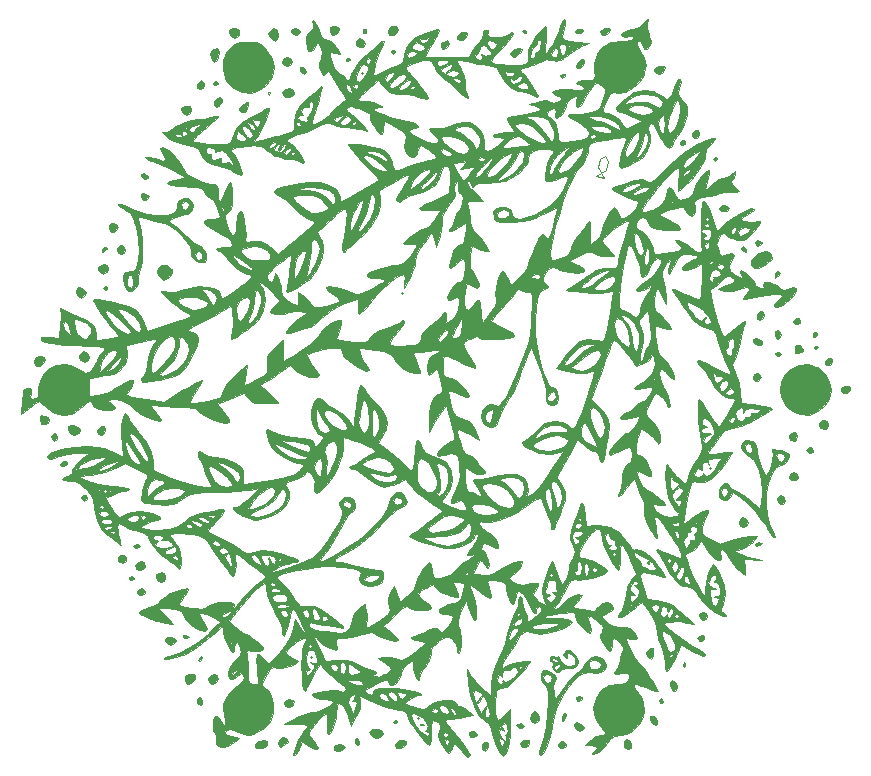
<source format=gbo>
%TF.GenerationSoftware,KiCad,Pcbnew,5.1.6-c6e7f7d~86~ubuntu18.04.1*%
%TF.CreationDate,2020-07-24T20:28:44-07:00*%
%TF.ProjectId,stm32f042_breakout,73746d33-3266-4303-9432-5f627265616b,rev?*%
%TF.SameCoordinates,Original*%
%TF.FileFunction,Legend,Bot*%
%TF.FilePolarity,Positive*%
%FSLAX46Y46*%
G04 Gerber Fmt 4.6, Leading zero omitted, Abs format (unit mm)*
G04 Created by KiCad (PCBNEW 5.1.6-c6e7f7d~86~ubuntu18.04.1) date 2020-07-24 20:28:44*
%MOMM*%
%LPD*%
G01*
G04 APERTURE LIST*
%ADD10C,0.120000*%
%ADD11C,0.010000*%
G04 APERTURE END LIST*
D10*
X181544295Y-53785764D02*
X182238236Y-53971705D01*
X182424177Y-53277764D02*
X181544295Y-53785764D01*
X182610118Y-52583823D02*
X182424177Y-53277764D01*
X182356118Y-52143882D02*
X182610118Y-52583823D01*
X181916177Y-52397882D02*
X182356118Y-52143882D01*
X181730236Y-53091823D02*
X181916177Y-52397882D01*
X182238236Y-53971705D02*
X181730236Y-53091823D01*
%TO.C,J14*%
G36*
X191236058Y-78454579D02*
G01*
X191151952Y-78538685D01*
X191236058Y-78622791D01*
X191320164Y-78538685D01*
X191236058Y-78454579D01*
G37*
X191236058Y-78454579D02*
X191151952Y-78538685D01*
X191236058Y-78622791D01*
X191320164Y-78538685D01*
X191236058Y-78454579D01*
G36*
X186049524Y-86416610D02*
G01*
X185949522Y-86439701D01*
X185937383Y-86528752D01*
X185998929Y-86667209D01*
X186049524Y-86640893D01*
X186069656Y-86441265D01*
X186049524Y-86416610D01*
G37*
X186049524Y-86416610D02*
X185949522Y-86439701D01*
X185937383Y-86528752D01*
X185998929Y-86667209D01*
X186049524Y-86640893D01*
X186069656Y-86441265D01*
X186049524Y-86416610D01*
G36*
X173758081Y-100684543D02*
G01*
X173588710Y-100503960D01*
X173491338Y-100541004D01*
X173489701Y-100564520D01*
X173609178Y-100706796D01*
X173683903Y-100758722D01*
X173799009Y-100778548D01*
X173758081Y-100684543D01*
G37*
X173758081Y-100684543D02*
X173588710Y-100503960D01*
X173491338Y-100541004D01*
X173489701Y-100564520D01*
X173609178Y-100706796D01*
X173683903Y-100758722D01*
X173799009Y-100778548D01*
X173758081Y-100684543D01*
G36*
X173742018Y-96453255D02*
G01*
X173657912Y-96537361D01*
X173742018Y-96621467D01*
X173826124Y-96537361D01*
X173742018Y-96453255D01*
G37*
X173742018Y-96453255D02*
X173657912Y-96537361D01*
X173742018Y-96621467D01*
X173826124Y-96537361D01*
X173742018Y-96453255D01*
G36*
X171903524Y-97798950D02*
G01*
X171768426Y-97927896D01*
X171639369Y-98135374D01*
X171531087Y-98395451D01*
X171543427Y-98471798D01*
X171678525Y-98342852D01*
X171807581Y-98135374D01*
X171915864Y-97875297D01*
X171903524Y-97798950D01*
G37*
X171903524Y-97798950D02*
X171768426Y-97927896D01*
X171639369Y-98135374D01*
X171531087Y-98395451D01*
X171543427Y-98471798D01*
X171678525Y-98342852D01*
X171807581Y-98135374D01*
X171915864Y-97875297D01*
X171903524Y-97798950D01*
G36*
X166960975Y-100207221D02*
G01*
X166698080Y-100187168D01*
X166638569Y-100220501D01*
X166688736Y-100296955D01*
X166859347Y-100308849D01*
X167038835Y-100267768D01*
X166960975Y-100207221D01*
G37*
X166960975Y-100207221D02*
X166698080Y-100187168D01*
X166638569Y-100220501D01*
X166688736Y-100296955D01*
X166859347Y-100308849D01*
X167038835Y-100267768D01*
X166960975Y-100207221D01*
G36*
X166508906Y-99649281D02*
G01*
X166424800Y-99733387D01*
X166508906Y-99817493D01*
X166593012Y-99733387D01*
X166508906Y-99649281D01*
G37*
X166508906Y-99649281D02*
X166424800Y-99733387D01*
X166508906Y-99817493D01*
X166593012Y-99733387D01*
X166508906Y-99649281D01*
G36*
X161798972Y-44980407D02*
G01*
X161714866Y-45064513D01*
X161798972Y-45148619D01*
X161883078Y-45064513D01*
X161798972Y-44980407D01*
G37*
X161798972Y-44980407D02*
X161714866Y-45064513D01*
X161798972Y-45148619D01*
X161883078Y-45064513D01*
X161798972Y-44980407D01*
G36*
X157425462Y-94434712D02*
G01*
X157341356Y-94518818D01*
X157425462Y-94602924D01*
X157509568Y-94518818D01*
X157425462Y-94434712D01*
G37*
X157425462Y-94434712D02*
X157341356Y-94518818D01*
X157425462Y-94602924D01*
X157509568Y-94518818D01*
X157425462Y-94434712D01*
G36*
X165163210Y-63651930D02*
G01*
X165079104Y-63736036D01*
X165163210Y-63820142D01*
X165247316Y-63736036D01*
X165163210Y-63651930D01*
G37*
X165163210Y-63651930D02*
X165079104Y-63736036D01*
X165163210Y-63820142D01*
X165247316Y-63736036D01*
X165163210Y-63651930D01*
G36*
X202963805Y-71597083D02*
G01*
X202729697Y-71588244D01*
X202402759Y-71723826D01*
X202288116Y-71940120D01*
X202428958Y-72136278D01*
X202484213Y-72161450D01*
X202854551Y-72174022D01*
X203073053Y-71937143D01*
X203094999Y-71788582D01*
X202963805Y-71597083D01*
G37*
X202963805Y-71597083D02*
X202729697Y-71588244D01*
X202402759Y-71723826D01*
X202288116Y-71940120D01*
X202428958Y-72136278D01*
X202484213Y-72161450D01*
X202854551Y-72174022D01*
X203073053Y-71937143D01*
X203094999Y-71788582D01*
X202963805Y-71597083D01*
G36*
X201452710Y-69240300D02*
G01*
X201300659Y-69232643D01*
X201020278Y-69388267D01*
X200948167Y-69627167D01*
X201067576Y-69786178D01*
X201356345Y-69813842D01*
X201554681Y-69592953D01*
X201581091Y-69432980D01*
X201452710Y-69240300D01*
G37*
X201452710Y-69240300D02*
X201300659Y-69232643D01*
X201020278Y-69388267D01*
X200948167Y-69627167D01*
X201067576Y-69786178D01*
X201356345Y-69813842D01*
X201554681Y-69592953D01*
X201581091Y-69432980D01*
X201452710Y-69240300D01*
G36*
X201104350Y-74561656D02*
G01*
X200839925Y-74442907D01*
X200784525Y-74449046D01*
X200516200Y-74622650D01*
X200438130Y-74907704D01*
X200576080Y-75155592D01*
X200654800Y-75197291D01*
X200983495Y-75199230D01*
X201110098Y-75123983D01*
X201218048Y-74837690D01*
X201104350Y-74561656D01*
G37*
X201104350Y-74561656D02*
X200839925Y-74442907D01*
X200784525Y-74449046D01*
X200516200Y-74622650D01*
X200438130Y-74907704D01*
X200576080Y-75155592D01*
X200654800Y-75197291D01*
X200983495Y-75199230D01*
X201110098Y-75123983D01*
X201218048Y-74837690D01*
X201104350Y-74561656D01*
G36*
X200273464Y-68195581D02*
G01*
X200235396Y-68193652D01*
X200073648Y-68322966D01*
X200067184Y-68371792D01*
X200170237Y-68472254D01*
X200235396Y-68445970D01*
X200395867Y-68294814D01*
X200403608Y-68267831D01*
X200273464Y-68195581D01*
G37*
X200273464Y-68195581D02*
X200235396Y-68193652D01*
X200073648Y-68322966D01*
X200067184Y-68371792D01*
X200170237Y-68472254D01*
X200235396Y-68445970D01*
X200395867Y-68294814D01*
X200403608Y-68267831D01*
X200273464Y-68195581D01*
G36*
X200151290Y-67007284D02*
G01*
X199978017Y-67137586D01*
X199924960Y-67278974D01*
X199966551Y-67485280D01*
X200093172Y-67484107D01*
X200284179Y-67316657D01*
X200300176Y-67103699D01*
X200151290Y-67007284D01*
G37*
X200151290Y-67007284D02*
X199978017Y-67137586D01*
X199924960Y-67278974D01*
X199966551Y-67485280D01*
X200093172Y-67484107D01*
X200284179Y-67316657D01*
X200300176Y-67103699D01*
X200151290Y-67007284D01*
G36*
X199959802Y-77024778D02*
G01*
X199748008Y-76801220D01*
X199628657Y-76772460D01*
X199421362Y-76907498D01*
X199394336Y-77024778D01*
X199534012Y-77230364D01*
X199725481Y-77277096D01*
X199966464Y-77195601D01*
X199959802Y-77024778D01*
G37*
X199959802Y-77024778D02*
X199748008Y-76801220D01*
X199628657Y-76772460D01*
X199421362Y-76907498D01*
X199394336Y-77024778D01*
X199534012Y-77230364D01*
X199725481Y-77277096D01*
X199966464Y-77195601D01*
X199959802Y-77024778D01*
G36*
X199015134Y-68353357D02*
G01*
X198862795Y-68160270D01*
X198822040Y-68139133D01*
X198525639Y-68131703D01*
X198394172Y-68410445D01*
X198385065Y-68576108D01*
X198464310Y-68811963D01*
X198651140Y-68800391D01*
X198919288Y-68711328D01*
X198987564Y-68698288D01*
X199072385Y-68585602D01*
X199015134Y-68353357D01*
G37*
X199015134Y-68353357D02*
X198862795Y-68160270D01*
X198822040Y-68139133D01*
X198525639Y-68131703D01*
X198394172Y-68410445D01*
X198385065Y-68576108D01*
X198464310Y-68811963D01*
X198651140Y-68800391D01*
X198919288Y-68711328D01*
X198987564Y-68698288D01*
X199072385Y-68585602D01*
X199015134Y-68353357D01*
G36*
X198763583Y-65876564D02*
G01*
X198609269Y-65868404D01*
X198328877Y-66008875D01*
X198266227Y-66203236D01*
X198438635Y-66334035D01*
X198539259Y-66343321D01*
X198828427Y-66236463D01*
X198889701Y-66078669D01*
X198763583Y-65876564D01*
G37*
X198763583Y-65876564D02*
X198609269Y-65868404D01*
X198328877Y-66008875D01*
X198266227Y-66203236D01*
X198438635Y-66334035D01*
X198539259Y-66343321D01*
X198828427Y-66236463D01*
X198889701Y-66078669D01*
X198763583Y-65876564D01*
G36*
X198535657Y-75575061D02*
G01*
X198303262Y-75510871D01*
X198018197Y-75628157D01*
X197909145Y-75884267D01*
X198012460Y-76135575D01*
X198127570Y-76205008D01*
X198392313Y-76262881D01*
X198521678Y-76108394D01*
X198579338Y-75847295D01*
X198535657Y-75575061D01*
G37*
X198535657Y-75575061D02*
X198303262Y-75510871D01*
X198018197Y-75628157D01*
X197909145Y-75884267D01*
X198012460Y-76135575D01*
X198127570Y-76205008D01*
X198392313Y-76262881D01*
X198521678Y-76108394D01*
X198579338Y-75847295D01*
X198535657Y-75575061D01*
G36*
X198587976Y-79088682D02*
G01*
X198557472Y-79048376D01*
X198320656Y-78881993D01*
X198110429Y-78977738D01*
X197895644Y-79270289D01*
X198004455Y-79503182D01*
X198144054Y-79575572D01*
X198476320Y-79583471D01*
X198652371Y-79385371D01*
X198587976Y-79088682D01*
G37*
X198587976Y-79088682D02*
X198557472Y-79048376D01*
X198320656Y-78881993D01*
X198110429Y-78977738D01*
X197895644Y-79270289D01*
X198004455Y-79503182D01*
X198144054Y-79575572D01*
X198476320Y-79583471D01*
X198652371Y-79385371D01*
X198587976Y-79088682D01*
G36*
X201329429Y-71215831D02*
G01*
X200963577Y-70548810D01*
X200341330Y-70018365D01*
X200228897Y-69956517D01*
X199490556Y-69739623D01*
X198767334Y-69809532D01*
X198115701Y-70119174D01*
X197592131Y-70621480D01*
X197253094Y-71269381D01*
X197155064Y-72015805D01*
X197226429Y-72459078D01*
X197574038Y-73172235D01*
X198135018Y-73695964D01*
X198832241Y-73994995D01*
X199588579Y-74034056D01*
X200228897Y-73832112D01*
X200888621Y-73327568D01*
X201291951Y-72676088D01*
X201438887Y-71948549D01*
X201329429Y-71215831D01*
G37*
X201329429Y-71215831D02*
X200963577Y-70548810D01*
X200341330Y-70018365D01*
X200228897Y-69956517D01*
X199490556Y-69739623D01*
X198767334Y-69809532D01*
X198115701Y-70119174D01*
X197592131Y-70621480D01*
X197253094Y-71269381D01*
X197155064Y-72015805D01*
X197226429Y-72459078D01*
X197574038Y-73172235D01*
X198135018Y-73695964D01*
X198832241Y-73994995D01*
X199588579Y-74034056D01*
X200228897Y-73832112D01*
X200888621Y-73327568D01*
X201291951Y-72676088D01*
X201438887Y-71948549D01*
X201329429Y-71215831D01*
G36*
X197533806Y-81078631D02*
G01*
X197469958Y-80999908D01*
X197197362Y-80859477D01*
X197055511Y-80883676D01*
X196881664Y-81146716D01*
X196951847Y-81449325D01*
X197140452Y-81596291D01*
X197435075Y-81583893D01*
X197589517Y-81369125D01*
X197533806Y-81078631D01*
G37*
X197533806Y-81078631D02*
X197469958Y-80999908D01*
X197197362Y-80859477D01*
X197055511Y-80883676D01*
X196881664Y-81146716D01*
X196951847Y-81449325D01*
X197140452Y-81596291D01*
X197435075Y-81583893D01*
X197589517Y-81369125D01*
X197533806Y-81078631D01*
G36*
X197110000Y-61948008D02*
G01*
X196933375Y-61864300D01*
X196761534Y-62015343D01*
X196702946Y-62252653D01*
X196748566Y-62422923D01*
X196935677Y-62322357D01*
X196953411Y-62307772D01*
X197119143Y-62069647D01*
X197110000Y-61948008D01*
G37*
X197110000Y-61948008D02*
X196933375Y-61864300D01*
X196761534Y-62015343D01*
X196702946Y-62252653D01*
X196748566Y-62422923D01*
X196935677Y-62322357D01*
X196953411Y-62307772D01*
X197119143Y-62069647D01*
X197110000Y-61948008D01*
G36*
X197099833Y-66907263D02*
G01*
X196955263Y-66847957D01*
X196764755Y-66981947D01*
X196699347Y-67272510D01*
X196792433Y-67552536D01*
X196810514Y-67572302D01*
X197012862Y-67616239D01*
X197169812Y-67410512D01*
X197207581Y-67174453D01*
X197099833Y-66907263D01*
G37*
X197099833Y-66907263D02*
X196955263Y-66847957D01*
X196764755Y-66981947D01*
X196699347Y-67272510D01*
X196792433Y-67552536D01*
X196810514Y-67572302D01*
X197012862Y-67616239D01*
X197169812Y-67410512D01*
X197207581Y-67174453D01*
X197099833Y-66907263D01*
G36*
X197071337Y-68717266D02*
G01*
X196955263Y-68698288D01*
X196731412Y-68789118D01*
X196702946Y-68866500D01*
X196839190Y-69015734D01*
X196955263Y-69034712D01*
X197179115Y-68943882D01*
X197207581Y-68866500D01*
X197071337Y-68717266D01*
G37*
X197071337Y-68717266D02*
X196955263Y-68698288D01*
X196731412Y-68789118D01*
X196702946Y-68866500D01*
X196839190Y-69015734D01*
X196955263Y-69034712D01*
X197179115Y-68943882D01*
X197207581Y-68866500D01*
X197071337Y-68717266D01*
G36*
X195691512Y-65314880D02*
G01*
X195525462Y-65249944D01*
X195310540Y-65393613D01*
X195217431Y-65643385D01*
X195231821Y-65933375D01*
X195432380Y-65983919D01*
X195469749Y-65977505D01*
X195697073Y-65817388D01*
X195774682Y-65548344D01*
X195691512Y-65314880D01*
G37*
X195691512Y-65314880D02*
X195525462Y-65249944D01*
X195310540Y-65393613D01*
X195217431Y-65643385D01*
X195231821Y-65933375D01*
X195432380Y-65983919D01*
X195469749Y-65977505D01*
X195697073Y-65817388D01*
X195774682Y-65548344D01*
X195691512Y-65314880D01*
G36*
X195598675Y-59429006D02*
G01*
X195366511Y-59290723D01*
X195263217Y-59278420D01*
X195039204Y-59384260D01*
X195083048Y-59615909D01*
X195121378Y-59659325D01*
X195327853Y-59706917D01*
X195544773Y-59609644D01*
X195607769Y-59446820D01*
X195598675Y-59429006D01*
G37*
X195598675Y-59429006D02*
X195366511Y-59290723D01*
X195263217Y-59278420D01*
X195039204Y-59384260D01*
X195083048Y-59615909D01*
X195121378Y-59659325D01*
X195327853Y-59706917D01*
X195544773Y-59609644D01*
X195607769Y-59446820D01*
X195598675Y-59429006D01*
G36*
X195490497Y-84851078D02*
G01*
X195399303Y-84849208D01*
X195103969Y-84910517D01*
X195020826Y-85014844D01*
X195117417Y-85176388D01*
X195146985Y-85180480D01*
X195382855Y-85096435D01*
X195525462Y-85014844D01*
X195657566Y-84892143D01*
X195490497Y-84851078D01*
G37*
X195490497Y-84851078D02*
X195399303Y-84849208D01*
X195103969Y-84910517D01*
X195020826Y-85014844D01*
X195117417Y-85176388D01*
X195146985Y-85180480D01*
X195382855Y-85096435D01*
X195525462Y-85014844D01*
X195657566Y-84892143D01*
X195490497Y-84851078D01*
G36*
X195595531Y-67797198D02*
G01*
X195396066Y-67585839D01*
X195113872Y-67528044D01*
X194894192Y-67630737D01*
X194852614Y-67761787D01*
X194993068Y-67999251D01*
X195201715Y-68113570D01*
X195553375Y-68168112D01*
X195652260Y-68011313D01*
X195595531Y-67797198D01*
G37*
X195595531Y-67797198D02*
X195396066Y-67585839D01*
X195113872Y-67528044D01*
X194894192Y-67630737D01*
X194852614Y-67761787D01*
X194993068Y-67999251D01*
X195201715Y-68113570D01*
X195553375Y-68168112D01*
X195652260Y-68011313D01*
X195595531Y-67797198D01*
G36*
X195409846Y-70563370D02*
G01*
X195169622Y-70488177D01*
X194964729Y-70625692D01*
X194950641Y-70657104D01*
X194862669Y-70938987D01*
X194929084Y-71075899D01*
X195020826Y-71137361D01*
X195303576Y-71158505D01*
X195502264Y-70944212D01*
X195525462Y-70809006D01*
X195409846Y-70563370D01*
G37*
X195409846Y-70563370D02*
X195169622Y-70488177D01*
X194964729Y-70625692D01*
X194950641Y-70657104D01*
X194862669Y-70938987D01*
X194929084Y-71075899D01*
X195020826Y-71137361D01*
X195303576Y-71158505D01*
X195502264Y-70944212D01*
X195525462Y-70809006D01*
X195409846Y-70563370D01*
G36*
X196420769Y-60509557D02*
G01*
X196283816Y-60301107D01*
X196085341Y-60150364D01*
X195860307Y-60154291D01*
X195489688Y-60322515D01*
X195394523Y-60373025D01*
X194956459Y-60699039D01*
X194723109Y-61059154D01*
X194721781Y-61379952D01*
X194946885Y-61576458D01*
X195296166Y-61568357D01*
X195752703Y-61398180D01*
X196179063Y-61134740D01*
X196437814Y-60846847D01*
X196446936Y-60825397D01*
X196420769Y-60509557D01*
G37*
X196420769Y-60509557D02*
X196283816Y-60301107D01*
X196085341Y-60150364D01*
X195860307Y-60154291D01*
X195489688Y-60322515D01*
X195394523Y-60373025D01*
X194956459Y-60699039D01*
X194723109Y-61059154D01*
X194721781Y-61379952D01*
X194946885Y-61576458D01*
X195296166Y-61568357D01*
X195752703Y-61398180D01*
X196179063Y-61134740D01*
X196437814Y-60846847D01*
X196446936Y-60825397D01*
X196420769Y-60509557D01*
G36*
X194144240Y-59833801D02*
G01*
X194001627Y-59783056D01*
X193853536Y-59888895D01*
X193906178Y-60101709D01*
X194022746Y-60210503D01*
X194249278Y-60255930D01*
X194291908Y-60231621D01*
X194304591Y-60034879D01*
X194144240Y-59833801D01*
G37*
X194144240Y-59833801D02*
X194001627Y-59783056D01*
X193853536Y-59888895D01*
X193906178Y-60101709D01*
X194022746Y-60210503D01*
X194249278Y-60255930D01*
X194291908Y-60231621D01*
X194304591Y-60034879D01*
X194144240Y-59833801D01*
G36*
X194299918Y-82876150D02*
G01*
X193988171Y-82715998D01*
X193752485Y-82851773D01*
X193675131Y-83174441D01*
X193800150Y-83449856D01*
X194001627Y-83500937D01*
X194359604Y-83398330D01*
X194456389Y-83146905D01*
X194299918Y-82876150D01*
G37*
X194299918Y-82876150D02*
X193988171Y-82715998D01*
X193752485Y-82851773D01*
X193675131Y-83174441D01*
X193800150Y-83449856D01*
X194001627Y-83500937D01*
X194359604Y-83398330D01*
X194456389Y-83146905D01*
X194299918Y-82876150D01*
G36*
X192686324Y-56364624D02*
G01*
X192430594Y-56276498D01*
X192256636Y-56307097D01*
X192016365Y-56501507D01*
X192072618Y-56719175D01*
X192218531Y-56805788D01*
X192550505Y-56802580D01*
X192679707Y-56746683D01*
X192799709Y-56552883D01*
X192686324Y-56364624D01*
G37*
X192686324Y-56364624D02*
X192430594Y-56276498D01*
X192256636Y-56307097D01*
X192016365Y-56501507D01*
X192072618Y-56719175D01*
X192218531Y-56805788D01*
X192550505Y-56802580D01*
X192679707Y-56746683D01*
X192799709Y-56552883D01*
X192686324Y-56364624D01*
G36*
X197915349Y-77333598D02*
G01*
X197684011Y-77179426D01*
X197262426Y-77042269D01*
X197150404Y-77018732D01*
X196505255Y-76897701D01*
X196550599Y-77465875D01*
X196517369Y-77860741D01*
X196394536Y-78335542D01*
X196223271Y-78776465D01*
X196044744Y-79069699D01*
X195949544Y-79127427D01*
X195804016Y-78980743D01*
X195617204Y-78608397D01*
X195425974Y-78111945D01*
X195267195Y-77592946D01*
X195177733Y-77152958D01*
X195171261Y-76983528D01*
X195153103Y-76577046D01*
X194958434Y-76354240D01*
X194761111Y-76265012D01*
X194297660Y-76204044D01*
X193989731Y-76368195D01*
X193865169Y-76671329D01*
X193951821Y-77027310D01*
X194277532Y-77350001D01*
X194390599Y-77411130D01*
X194640031Y-77612646D01*
X194640031Y-77277096D01*
X194304728Y-77164535D01*
X194181622Y-76805318D01*
X194179767Y-76732091D01*
X194282484Y-76484159D01*
X194474138Y-76467474D01*
X194700430Y-76623478D01*
X194821296Y-76899514D01*
X194809351Y-77161932D01*
X194640031Y-77277096D01*
X194640031Y-77612646D01*
X194931288Y-77847954D01*
X195328368Y-78543004D01*
X195562876Y-79442024D01*
X195615849Y-80490758D01*
X195591551Y-80847149D01*
X195482870Y-81978130D01*
X194710384Y-81298161D01*
X194215034Y-80913168D01*
X193740690Y-80627450D01*
X193475069Y-80525627D01*
X193099704Y-80353123D01*
X192911820Y-80116668D01*
X192707448Y-79842769D01*
X192417225Y-79826364D01*
X192133203Y-80039410D01*
X191958200Y-80407178D01*
X191952506Y-80823517D01*
X192023366Y-81037972D01*
X192298600Y-81287513D01*
X192395545Y-81269564D01*
X192395545Y-80977758D01*
X192214718Y-80847682D01*
X192167204Y-80563724D01*
X192263711Y-80285287D01*
X192344092Y-80211746D01*
X192611307Y-80205645D01*
X192686031Y-80257797D01*
X192770771Y-80534488D01*
X192654213Y-80832029D01*
X192406106Y-80977543D01*
X192395545Y-80977758D01*
X192395545Y-81269564D01*
X192630250Y-81226108D01*
X192897050Y-80956876D01*
X193147316Y-80599570D01*
X193761202Y-80978973D01*
X194203037Y-81325621D01*
X194703308Y-81824815D01*
X195035764Y-82219391D01*
X195406527Y-82700458D01*
X195710397Y-83090945D01*
X195863269Y-83283572D01*
X196015887Y-83542744D01*
X196033838Y-83619996D01*
X196130984Y-83834100D01*
X196360138Y-84165599D01*
X196366522Y-84173785D01*
X196596360Y-84398729D01*
X196693077Y-84364628D01*
X196642740Y-84127041D01*
X196462925Y-83789390D01*
X196299250Y-83422753D01*
X196126848Y-82864387D01*
X196019582Y-82407560D01*
X195931930Y-81554283D01*
X195983786Y-80672910D01*
X196154558Y-79834878D01*
X196423658Y-79111623D01*
X196770493Y-78574585D01*
X197174475Y-78295198D01*
X197207427Y-78286404D01*
X197223361Y-78278224D01*
X197223361Y-78044468D01*
X196958988Y-77842484D01*
X196804897Y-77501602D01*
X196949538Y-77314271D01*
X197217509Y-77277096D01*
X197492924Y-77402115D01*
X197544005Y-77603592D01*
X197449484Y-77956434D01*
X197223361Y-78044468D01*
X197223361Y-78278224D01*
X197582177Y-78094012D01*
X197858280Y-77778538D01*
X197952641Y-77451818D01*
X197915349Y-77333598D01*
G37*
X197915349Y-77333598D02*
X197684011Y-77179426D01*
X197262426Y-77042269D01*
X197150404Y-77018732D01*
X196505255Y-76897701D01*
X196550599Y-77465875D01*
X196517369Y-77860741D01*
X196394536Y-78335542D01*
X196223271Y-78776465D01*
X196044744Y-79069699D01*
X195949544Y-79127427D01*
X195804016Y-78980743D01*
X195617204Y-78608397D01*
X195425974Y-78111945D01*
X195267195Y-77592946D01*
X195177733Y-77152958D01*
X195171261Y-76983528D01*
X195153103Y-76577046D01*
X194958434Y-76354240D01*
X194761111Y-76265012D01*
X194297660Y-76204044D01*
X193989731Y-76368195D01*
X193865169Y-76671329D01*
X193951821Y-77027310D01*
X194277532Y-77350001D01*
X194390599Y-77411130D01*
X194640031Y-77612646D01*
X194640031Y-77277096D01*
X194304728Y-77164535D01*
X194181622Y-76805318D01*
X194179767Y-76732091D01*
X194282484Y-76484159D01*
X194474138Y-76467474D01*
X194700430Y-76623478D01*
X194821296Y-76899514D01*
X194809351Y-77161932D01*
X194640031Y-77277096D01*
X194640031Y-77612646D01*
X194931288Y-77847954D01*
X195328368Y-78543004D01*
X195562876Y-79442024D01*
X195615849Y-80490758D01*
X195591551Y-80847149D01*
X195482870Y-81978130D01*
X194710384Y-81298161D01*
X194215034Y-80913168D01*
X193740690Y-80627450D01*
X193475069Y-80525627D01*
X193099704Y-80353123D01*
X192911820Y-80116668D01*
X192707448Y-79842769D01*
X192417225Y-79826364D01*
X192133203Y-80039410D01*
X191958200Y-80407178D01*
X191952506Y-80823517D01*
X192023366Y-81037972D01*
X192298600Y-81287513D01*
X192395545Y-81269564D01*
X192395545Y-80977758D01*
X192214718Y-80847682D01*
X192167204Y-80563724D01*
X192263711Y-80285287D01*
X192344092Y-80211746D01*
X192611307Y-80205645D01*
X192686031Y-80257797D01*
X192770771Y-80534488D01*
X192654213Y-80832029D01*
X192406106Y-80977543D01*
X192395545Y-80977758D01*
X192395545Y-81269564D01*
X192630250Y-81226108D01*
X192897050Y-80956876D01*
X193147316Y-80599570D01*
X193761202Y-80978973D01*
X194203037Y-81325621D01*
X194703308Y-81824815D01*
X195035764Y-82219391D01*
X195406527Y-82700458D01*
X195710397Y-83090945D01*
X195863269Y-83283572D01*
X196015887Y-83542744D01*
X196033838Y-83619996D01*
X196130984Y-83834100D01*
X196360138Y-84165599D01*
X196366522Y-84173785D01*
X196596360Y-84398729D01*
X196693077Y-84364628D01*
X196642740Y-84127041D01*
X196462925Y-83789390D01*
X196299250Y-83422753D01*
X196126848Y-82864387D01*
X196019582Y-82407560D01*
X195931930Y-81554283D01*
X195983786Y-80672910D01*
X196154558Y-79834878D01*
X196423658Y-79111623D01*
X196770493Y-78574585D01*
X197174475Y-78295198D01*
X197207427Y-78286404D01*
X197223361Y-78278224D01*
X197223361Y-78044468D01*
X196958988Y-77842484D01*
X196804897Y-77501602D01*
X196949538Y-77314271D01*
X197217509Y-77277096D01*
X197492924Y-77402115D01*
X197544005Y-77603592D01*
X197449484Y-77956434D01*
X197223361Y-78044468D01*
X197223361Y-78278224D01*
X197582177Y-78094012D01*
X197858280Y-77778538D01*
X197952641Y-77451818D01*
X197915349Y-77333598D01*
G36*
X191696795Y-52218408D02*
G01*
X191656588Y-52213520D01*
X191493264Y-52341525D01*
X191488376Y-52381732D01*
X191616381Y-52545056D01*
X191656588Y-52549944D01*
X191819912Y-52421939D01*
X191824800Y-52381732D01*
X191696795Y-52218408D01*
G37*
X191696795Y-52218408D02*
X191656588Y-52213520D01*
X191493264Y-52341525D01*
X191488376Y-52381732D01*
X191616381Y-52545056D01*
X191656588Y-52549944D01*
X191819912Y-52421939D01*
X191824800Y-52381732D01*
X191696795Y-52218408D01*
G36*
X190864796Y-90789340D02*
G01*
X190647316Y-90734050D01*
X190366183Y-90852993D01*
X190310893Y-91070473D01*
X190429836Y-91351607D01*
X190647316Y-91406897D01*
X190928450Y-91287953D01*
X190983740Y-91070473D01*
X190864796Y-90789340D01*
G37*
X190864796Y-90789340D02*
X190647316Y-90734050D01*
X190366183Y-90852993D01*
X190310893Y-91070473D01*
X190429836Y-91351607D01*
X190647316Y-91406897D01*
X190928450Y-91287953D01*
X190983740Y-91070473D01*
X190864796Y-90789340D01*
G36*
X190745021Y-92774596D02*
G01*
X190532707Y-92678951D01*
X190267095Y-92749590D01*
X190142681Y-92928874D01*
X190264825Y-93136653D01*
X190325549Y-93182181D01*
X190575689Y-93189615D01*
X190756986Y-93004129D01*
X190745021Y-92774596D01*
G37*
X190745021Y-92774596D02*
X190532707Y-92678951D01*
X190267095Y-92749590D01*
X190142681Y-92928874D01*
X190264825Y-93136653D01*
X190325549Y-93182181D01*
X190575689Y-93189615D01*
X190756986Y-93004129D01*
X190745021Y-92774596D01*
G36*
X190208073Y-49906659D02*
G01*
X190018453Y-49890204D01*
X189753803Y-50057542D01*
X189673851Y-50328378D01*
X189810975Y-50555962D01*
X189865660Y-50582751D01*
X190167436Y-50594412D01*
X190301325Y-50321886D01*
X190310893Y-50154607D01*
X190208073Y-49906659D01*
G37*
X190208073Y-49906659D02*
X190018453Y-49890204D01*
X189753803Y-50057542D01*
X189673851Y-50328378D01*
X189810975Y-50555962D01*
X189865660Y-50582751D01*
X190167436Y-50594412D01*
X190301325Y-50321886D01*
X190310893Y-50154607D01*
X190208073Y-49906659D01*
G36*
X189066825Y-94984905D02*
G01*
X188990371Y-95035072D01*
X188978477Y-95205683D01*
X189019558Y-95385171D01*
X189080105Y-95307311D01*
X189100158Y-95044416D01*
X189066825Y-94984905D01*
G37*
X189066825Y-94984905D02*
X188990371Y-95035072D01*
X188978477Y-95205683D01*
X189019558Y-95385171D01*
X189080105Y-95307311D01*
X189100158Y-95044416D01*
X189066825Y-94984905D01*
G36*
X189035356Y-50753704D02*
G01*
X188833600Y-50783077D01*
X188667322Y-51004497D01*
X188740532Y-51176086D01*
X188867074Y-51204248D01*
X189098793Y-51068812D01*
X189133409Y-50937913D01*
X189035356Y-50753704D01*
G37*
X189035356Y-50753704D02*
X188833600Y-50783077D01*
X188667322Y-51004497D01*
X188740532Y-51176086D01*
X188867074Y-51204248D01*
X189098793Y-51068812D01*
X189133409Y-50937913D01*
X189035356Y-50753704D01*
G36*
X188394414Y-96917812D02*
G01*
X188238375Y-96647723D01*
X188022590Y-96525912D01*
X187936866Y-96549140D01*
X187828137Y-96652388D01*
X187826509Y-96843585D01*
X187903667Y-97168156D01*
X188069756Y-97431506D01*
X188284738Y-97393854D01*
X188400554Y-97208066D01*
X188394414Y-96917812D01*
G37*
X188394414Y-96917812D02*
X188238375Y-96647723D01*
X188022590Y-96525912D01*
X187936866Y-96549140D01*
X187828137Y-96652388D01*
X187826509Y-96843585D01*
X187903667Y-97168156D01*
X188069756Y-97431506D01*
X188284738Y-97393854D01*
X188400554Y-97208066D01*
X188394414Y-96917812D01*
G36*
X187160805Y-98085698D02*
G01*
X187114866Y-98051268D01*
X186970860Y-98089402D01*
X186946654Y-98209553D01*
X187034478Y-98439703D01*
X187114866Y-98471798D01*
X187278263Y-98351068D01*
X187283078Y-98313513D01*
X187160805Y-98085698D01*
G37*
X187160805Y-98085698D02*
X187114866Y-98051268D01*
X186970860Y-98089402D01*
X186946654Y-98209553D01*
X187034478Y-98439703D01*
X187114866Y-98471798D01*
X187278263Y-98351068D01*
X187283078Y-98313513D01*
X187160805Y-98085698D01*
G36*
X187323561Y-44485844D02*
G01*
X187001679Y-44506651D01*
X186617032Y-44630427D01*
X186466156Y-44843529D01*
X186550655Y-45032973D01*
X186859207Y-45149183D01*
X187195301Y-45059568D01*
X187349187Y-44882544D01*
X187436001Y-44583490D01*
X187323561Y-44485844D01*
G37*
X187323561Y-44485844D02*
X187001679Y-44506651D01*
X186617032Y-44630427D01*
X186466156Y-44843529D01*
X186550655Y-45032973D01*
X186859207Y-45149183D01*
X187195301Y-45059568D01*
X187349187Y-44882544D01*
X187436001Y-44583490D01*
X187323561Y-44485844D01*
G36*
X186590242Y-99624926D02*
G01*
X186399965Y-99512507D01*
X186160890Y-99572356D01*
X186120756Y-99806990D01*
X186295974Y-100108588D01*
X186307449Y-100120275D01*
X186594376Y-100310851D01*
X186744812Y-100204679D01*
X186748089Y-99945371D01*
X186590242Y-99624926D01*
G37*
X186590242Y-99624926D02*
X186399965Y-99512507D01*
X186160890Y-99572356D01*
X186120756Y-99806990D01*
X186295974Y-100108588D01*
X186307449Y-100120275D01*
X186594376Y-100310851D01*
X186744812Y-100204679D01*
X186748089Y-99945371D01*
X186590242Y-99624926D01*
G36*
X186374789Y-93823057D02*
G01*
X186176646Y-93801514D01*
X185971025Y-93963718D01*
X185783319Y-94246723D01*
X185900906Y-94496239D01*
X185994913Y-94580868D01*
X186258309Y-94683661D01*
X186409681Y-94477344D01*
X186442018Y-94154359D01*
X186374789Y-93823057D01*
G37*
X186374789Y-93823057D02*
X186176646Y-93801514D01*
X185971025Y-93963718D01*
X185783319Y-94246723D01*
X185900906Y-94496239D01*
X185994913Y-94580868D01*
X186258309Y-94683661D01*
X186409681Y-94477344D01*
X186442018Y-94154359D01*
X186374789Y-93823057D01*
G36*
X184425531Y-101664540D02*
G01*
X184198584Y-101525524D01*
X183992934Y-101576310D01*
X183918840Y-101795667D01*
X183971712Y-102120478D01*
X184030981Y-102228531D01*
X184317525Y-102355184D01*
X184528544Y-102212199D01*
X184561334Y-101963914D01*
X184425531Y-101664540D01*
G37*
X184425531Y-101664540D02*
X184198584Y-101525524D01*
X183992934Y-101576310D01*
X183918840Y-101795667D01*
X183971712Y-102120478D01*
X184030981Y-102228531D01*
X184317525Y-102355184D01*
X184528544Y-102212199D01*
X184561334Y-101963914D01*
X184425531Y-101664540D01*
G36*
X182615622Y-41307746D02*
G01*
X182339265Y-41321068D01*
X182063557Y-41428402D01*
X181946646Y-41558701D01*
X182004694Y-41813118D01*
X182066998Y-41867553D01*
X182326552Y-41864383D01*
X182604281Y-41681928D01*
X182741065Y-41426814D01*
X182741356Y-41415661D01*
X182615622Y-41307746D01*
G37*
X182615622Y-41307746D02*
X182339265Y-41321068D01*
X182063557Y-41428402D01*
X181946646Y-41558701D01*
X182004694Y-41813118D01*
X182066998Y-41867553D01*
X182326552Y-41864383D01*
X182604281Y-41681928D01*
X182741065Y-41426814D01*
X182741356Y-41415661D01*
X182615622Y-41307746D01*
G36*
X180507582Y-43893480D02*
G01*
X180306561Y-43926146D01*
X180218177Y-43971136D01*
X179930871Y-44247870D01*
X179905606Y-44567484D01*
X179992435Y-44698595D01*
X180191810Y-44715559D01*
X180408839Y-44520118D01*
X180544527Y-44215419D01*
X180554601Y-44112833D01*
X180507582Y-43893480D01*
G37*
X180507582Y-43893480D02*
X180306561Y-43926146D01*
X180218177Y-43971136D01*
X179930871Y-44247870D01*
X179905606Y-44567484D01*
X179992435Y-44698595D01*
X180191810Y-44715559D01*
X180408839Y-44520118D01*
X180544527Y-44215419D01*
X180554601Y-44112833D01*
X180507582Y-43893480D01*
G36*
X180389238Y-97936158D02*
G01*
X180176124Y-97830973D01*
X179925965Y-97896579D01*
X179881754Y-98051268D01*
X180002464Y-98264131D01*
X180142957Y-98273867D01*
X180401333Y-98128304D01*
X180389238Y-97936158D01*
G37*
X180389238Y-97936158D02*
X180176124Y-97830973D01*
X179925965Y-97896579D01*
X179881754Y-98051268D01*
X180002464Y-98264131D01*
X180142957Y-98273867D01*
X180401333Y-98128304D01*
X180389238Y-97936158D01*
G36*
X180319104Y-41347030D02*
G01*
X179982814Y-41339868D01*
X179842319Y-41420107D01*
X179772574Y-41603454D01*
X179949038Y-41717096D01*
X180285328Y-41724258D01*
X180425824Y-41644019D01*
X180495569Y-41460672D01*
X180319104Y-41347030D01*
G37*
X180319104Y-41347030D02*
X179982814Y-41339868D01*
X179842319Y-41420107D01*
X179772574Y-41603454D01*
X179949038Y-41717096D01*
X180285328Y-41724258D01*
X180425824Y-41644019D01*
X180495569Y-41460672D01*
X180319104Y-41347030D01*
G36*
X180426964Y-100298336D02*
G01*
X180150857Y-100126472D01*
X179886482Y-100072667D01*
X179819765Y-100103765D01*
X179723314Y-100312938D01*
X179853061Y-100618215D01*
X179867353Y-100641011D01*
X180101119Y-100776695D01*
X180386479Y-100731733D01*
X180551002Y-100541117D01*
X180554601Y-100501539D01*
X180426964Y-100298336D01*
G37*
X180426964Y-100298336D02*
X180150857Y-100126472D01*
X179886482Y-100072667D01*
X179819765Y-100103765D01*
X179723314Y-100312938D01*
X179853061Y-100618215D01*
X179867353Y-100641011D01*
X180101119Y-100776695D01*
X180386479Y-100731733D01*
X180551002Y-100541117D01*
X180554601Y-100501539D01*
X180426964Y-100298336D01*
G36*
X178928814Y-99318063D02*
G01*
X178872482Y-99312858D01*
X178742192Y-99455324D01*
X178706846Y-99691334D01*
X178733405Y-99937124D01*
X178832349Y-99876695D01*
X178872482Y-99817493D01*
X179029004Y-99469400D01*
X178928814Y-99318063D01*
G37*
X178928814Y-99318063D02*
X178872482Y-99312858D01*
X178742192Y-99455324D01*
X178706846Y-99691334D01*
X178733405Y-99937124D01*
X178832349Y-99876695D01*
X178872482Y-99817493D01*
X179029004Y-99469400D01*
X178928814Y-99318063D01*
G36*
X178918454Y-45172825D02*
G01*
X178798303Y-45148619D01*
X178568153Y-45236442D01*
X178536058Y-45316831D01*
X178656788Y-45480228D01*
X178694343Y-45485043D01*
X178922158Y-45362770D01*
X178956588Y-45316831D01*
X178918454Y-45172825D01*
G37*
X178918454Y-45172825D02*
X178798303Y-45148619D01*
X178568153Y-45236442D01*
X178536058Y-45316831D01*
X178656788Y-45480228D01*
X178694343Y-45485043D01*
X178922158Y-45362770D01*
X178956588Y-45316831D01*
X178918454Y-45172825D01*
G36*
X178900639Y-101713708D02*
G01*
X178704270Y-101667824D01*
X178433658Y-101787530D01*
X178374552Y-102042478D01*
X178536058Y-102256566D01*
X178818199Y-102278489D01*
X179015410Y-102059741D01*
X179040694Y-101910215D01*
X178900639Y-101713708D01*
G37*
X178900639Y-101713708D02*
X178704270Y-101667824D01*
X178433658Y-101787530D01*
X178374552Y-102042478D01*
X178536058Y-102256566D01*
X178818199Y-102278489D01*
X179015410Y-102059741D01*
X179040694Y-101910215D01*
X178900639Y-101713708D01*
G36*
X182274020Y-94775099D02*
G01*
X181945008Y-94526163D01*
X181513482Y-94468548D01*
X181075027Y-94615863D01*
X180735521Y-94964058D01*
X180440948Y-95350444D01*
X180017710Y-95789192D01*
X179854253Y-95935924D01*
X179406922Y-96387319D01*
X178932089Y-96970092D01*
X178683677Y-97326406D01*
X178129343Y-98190261D01*
X177983763Y-97628452D01*
X177937856Y-97003427D01*
X178057003Y-96657775D01*
X178180740Y-96340231D01*
X178082597Y-96109382D01*
X177882669Y-95930551D01*
X177433416Y-95655932D01*
X177121551Y-95682169D01*
X176929172Y-96011678D01*
X176915891Y-96061105D01*
X176904595Y-96477330D01*
X177165004Y-96802969D01*
X177350067Y-96994790D01*
X177459371Y-97255870D01*
X177484350Y-97453547D01*
X177484350Y-96743895D01*
X177275996Y-96622734D01*
X177078136Y-96322769D01*
X177185438Y-96073160D01*
X177415075Y-95978240D01*
X177690078Y-96056125D01*
X177828964Y-96316203D01*
X177764951Y-96611465D01*
X177724463Y-96659287D01*
X177484350Y-96743895D01*
X177484350Y-97453547D01*
X177511903Y-97671594D01*
X177526654Y-98327348D01*
X177526787Y-98429800D01*
X177466928Y-99396022D01*
X177305996Y-100494532D01*
X177071963Y-101573781D01*
X176792796Y-102482220D01*
X176766209Y-102550937D01*
X176754644Y-102799296D01*
X176886819Y-102845308D01*
X177094263Y-102682062D01*
X177326940Y-102208726D01*
X177575995Y-101449903D01*
X177832572Y-100430195D01*
X177946311Y-99901599D01*
X178182429Y-98980693D01*
X178507619Y-98209108D01*
X178976795Y-97434273D01*
X179557628Y-96640502D01*
X180057337Y-96128855D01*
X180517208Y-95868093D01*
X180978527Y-95826977D01*
X181079361Y-95843306D01*
X181582896Y-95860824D01*
X181582896Y-95584860D01*
X181182667Y-95526755D01*
X180984004Y-95268681D01*
X181012183Y-94987555D01*
X181237686Y-94820837D01*
X181543308Y-94804089D01*
X181890550Y-94952704D01*
X182003503Y-95212471D01*
X181876172Y-95465139D01*
X181582896Y-95584860D01*
X181582896Y-95860824D01*
X181684872Y-95864372D01*
X182144445Y-95689247D01*
X182385566Y-95353025D01*
X182404932Y-95201747D01*
X182274020Y-94775099D01*
G37*
X182274020Y-94775099D02*
X181945008Y-94526163D01*
X181513482Y-94468548D01*
X181075027Y-94615863D01*
X180735521Y-94964058D01*
X180440948Y-95350444D01*
X180017710Y-95789192D01*
X179854253Y-95935924D01*
X179406922Y-96387319D01*
X178932089Y-96970092D01*
X178683677Y-97326406D01*
X178129343Y-98190261D01*
X177983763Y-97628452D01*
X177937856Y-97003427D01*
X178057003Y-96657775D01*
X178180740Y-96340231D01*
X178082597Y-96109382D01*
X177882669Y-95930551D01*
X177433416Y-95655932D01*
X177121551Y-95682169D01*
X176929172Y-96011678D01*
X176915891Y-96061105D01*
X176904595Y-96477330D01*
X177165004Y-96802969D01*
X177350067Y-96994790D01*
X177459371Y-97255870D01*
X177484350Y-97453547D01*
X177484350Y-96743895D01*
X177275996Y-96622734D01*
X177078136Y-96322769D01*
X177185438Y-96073160D01*
X177415075Y-95978240D01*
X177690078Y-96056125D01*
X177828964Y-96316203D01*
X177764951Y-96611465D01*
X177724463Y-96659287D01*
X177484350Y-96743895D01*
X177484350Y-97453547D01*
X177511903Y-97671594D01*
X177526654Y-98327348D01*
X177526787Y-98429800D01*
X177466928Y-99396022D01*
X177305996Y-100494532D01*
X177071963Y-101573781D01*
X176792796Y-102482220D01*
X176766209Y-102550937D01*
X176754644Y-102799296D01*
X176886819Y-102845308D01*
X177094263Y-102682062D01*
X177326940Y-102208726D01*
X177575995Y-101449903D01*
X177832572Y-100430195D01*
X177946311Y-99901599D01*
X178182429Y-98980693D01*
X178507619Y-98209108D01*
X178976795Y-97434273D01*
X179557628Y-96640502D01*
X180057337Y-96128855D01*
X180517208Y-95868093D01*
X180978527Y-95826977D01*
X181079361Y-95843306D01*
X181582896Y-95860824D01*
X181582896Y-95584860D01*
X181182667Y-95526755D01*
X180984004Y-95268681D01*
X181012183Y-94987555D01*
X181237686Y-94820837D01*
X181543308Y-94804089D01*
X181890550Y-94952704D01*
X182003503Y-95212471D01*
X181876172Y-95465139D01*
X181582896Y-95584860D01*
X181582896Y-95860824D01*
X181684872Y-95864372D01*
X182144445Y-95689247D01*
X182385566Y-95353025D01*
X182404932Y-95201747D01*
X182274020Y-94775099D01*
G36*
X176736388Y-99528156D02*
G01*
X176601719Y-99325046D01*
X176378756Y-99151185D01*
X176228938Y-99236722D01*
X176177584Y-99312858D01*
X176021577Y-99741076D01*
X176125021Y-100041776D01*
X176421490Y-100150858D01*
X176694568Y-99988177D01*
X176758017Y-99871735D01*
X176736388Y-99528156D01*
G37*
X176736388Y-99528156D02*
X176601719Y-99325046D01*
X176378756Y-99151185D01*
X176228938Y-99236722D01*
X176177584Y-99312858D01*
X176021577Y-99741076D01*
X176125021Y-100041776D01*
X176421490Y-100150858D01*
X176694568Y-99988177D01*
X176758017Y-99871735D01*
X176736388Y-99528156D01*
G36*
X175554349Y-41454802D02*
G01*
X175508244Y-41447957D01*
X175344405Y-41505348D01*
X175340032Y-41522135D01*
X175457904Y-41665750D01*
X175508244Y-41700275D01*
X175663248Y-41686938D01*
X175676455Y-41626096D01*
X175554349Y-41454802D01*
G37*
X175554349Y-41454802D02*
X175508244Y-41447957D01*
X175344405Y-41505348D01*
X175340032Y-41522135D01*
X175457904Y-41665750D01*
X175508244Y-41700275D01*
X175663248Y-41686938D01*
X175676455Y-41626096D01*
X175554349Y-41454802D01*
G36*
X175874790Y-101609748D02*
G01*
X175829266Y-101574200D01*
X175513222Y-101534616D01*
X175243788Y-101709569D01*
X175171820Y-101914863D01*
X175310741Y-102127324D01*
X175490247Y-102172460D01*
X175778325Y-102067151D01*
X175930752Y-101836795D01*
X175874790Y-101609748D01*
G37*
X175874790Y-101609748D02*
X175829266Y-101574200D01*
X175513222Y-101534616D01*
X175243788Y-101709569D01*
X175171820Y-101914863D01*
X175310741Y-102127324D01*
X175490247Y-102172460D01*
X175778325Y-102067151D01*
X175930752Y-101836795D01*
X175874790Y-101609748D01*
G36*
X175409637Y-100298667D02*
G01*
X175205360Y-100171755D01*
X174953140Y-100176372D01*
X174835396Y-100304132D01*
X174968511Y-100490330D01*
X175071268Y-100544860D01*
X175351945Y-100561875D01*
X175449486Y-100402827D01*
X175409637Y-100298667D01*
G37*
X175409637Y-100298667D02*
X175205360Y-100171755D01*
X174953140Y-100176372D01*
X174835396Y-100304132D01*
X174968511Y-100490330D01*
X175071268Y-100544860D01*
X175351945Y-100561875D01*
X175449486Y-100402827D01*
X175409637Y-100298667D01*
G36*
X175296467Y-43030441D02*
G01*
X175069029Y-42985296D01*
X174759124Y-43028973D01*
X174426126Y-43215669D01*
X174335088Y-43484856D01*
X174515939Y-43729304D01*
X174730824Y-43707430D01*
X175008908Y-43525276D01*
X175241142Y-43280482D01*
X175318477Y-43070687D01*
X175296467Y-43030441D01*
G37*
X175296467Y-43030441D02*
X175069029Y-42985296D01*
X174759124Y-43028973D01*
X174426126Y-43215669D01*
X174335088Y-43484856D01*
X174515939Y-43729304D01*
X174730824Y-43707430D01*
X175008908Y-43525276D01*
X175241142Y-43280482D01*
X175318477Y-43070687D01*
X175296467Y-43030441D01*
G36*
X172432889Y-101877329D02*
G01*
X172331277Y-101763710D01*
X172115927Y-101776626D01*
X171955110Y-101988028D01*
X171937205Y-102261687D01*
X171966609Y-102325811D01*
X172184443Y-102463864D01*
X172293410Y-102436401D01*
X172462616Y-102181453D01*
X172432889Y-101877329D01*
G37*
X172432889Y-101877329D02*
X172331277Y-101763710D01*
X172115927Y-101776626D01*
X171955110Y-101988028D01*
X171937205Y-102261687D01*
X171966609Y-102325811D01*
X172184443Y-102463864D01*
X172293410Y-102436401D01*
X172462616Y-102181453D01*
X172432889Y-101877329D01*
G36*
X171330920Y-100873596D02*
G01*
X171134734Y-100826765D01*
X170860752Y-100931943D01*
X170798310Y-101079083D01*
X170938547Y-101284569D01*
X171134734Y-101331401D01*
X171408716Y-101226222D01*
X171471157Y-101079083D01*
X171330920Y-100873596D01*
G37*
X171330920Y-100873596D02*
X171134734Y-100826765D01*
X170860752Y-100931943D01*
X170798310Y-101079083D01*
X170938547Y-101284569D01*
X171134734Y-101331401D01*
X171408716Y-101226222D01*
X171471157Y-101079083D01*
X171330920Y-100873596D01*
G36*
X170533278Y-41639409D02*
G01*
X170219376Y-41661673D01*
X170055114Y-41718272D01*
X169820524Y-41931447D01*
X169838695Y-42197494D01*
X170020859Y-42341981D01*
X170331502Y-42310899D01*
X170573504Y-42062284D01*
X170630098Y-41834844D01*
X170533278Y-41639409D01*
G37*
X170533278Y-41639409D02*
X170219376Y-41661673D01*
X170055114Y-41718272D01*
X169820524Y-41931447D01*
X169838695Y-42197494D01*
X170020859Y-42341981D01*
X170331502Y-42310899D01*
X170573504Y-42062284D01*
X170630098Y-41834844D01*
X170533278Y-41639409D01*
G36*
X169085042Y-42358485D02*
G01*
X168919806Y-42330370D01*
X168864917Y-42349446D01*
X168589815Y-42441865D01*
X168513691Y-42457228D01*
X168457128Y-42599244D01*
X168443343Y-42805986D01*
X168533821Y-43074019D01*
X168737714Y-43098639D01*
X168986863Y-42907084D01*
X169088940Y-42642098D01*
X169085042Y-42358485D01*
G37*
X169085042Y-42358485D02*
X168919806Y-42330370D01*
X168864917Y-42349446D01*
X168589815Y-42441865D01*
X168513691Y-42457228D01*
X168457128Y-42599244D01*
X168443343Y-42805986D01*
X168533821Y-43074019D01*
X168737714Y-43098639D01*
X168986863Y-42907084D01*
X169088940Y-42642098D01*
X169085042Y-42358485D01*
G36*
X165455786Y-101656049D02*
G01*
X165226480Y-101543329D01*
X164919068Y-101605815D01*
X164824644Y-101669602D01*
X164590891Y-101972016D01*
X164679146Y-102213021D01*
X164727501Y-102247185D01*
X165038183Y-102272067D01*
X165355912Y-102089503D01*
X165483792Y-101900769D01*
X165455786Y-101656049D01*
G37*
X165455786Y-101656049D02*
X165226480Y-101543329D01*
X164919068Y-101605815D01*
X164824644Y-101669602D01*
X164590891Y-101972016D01*
X164679146Y-102213021D01*
X164727501Y-102247185D01*
X165038183Y-102272067D01*
X165355912Y-102089503D01*
X165483792Y-101900769D01*
X165455786Y-101656049D01*
G36*
X164639628Y-99875316D02*
G01*
X164574469Y-99901599D01*
X164413997Y-100052756D01*
X164406257Y-100079739D01*
X164536401Y-100151989D01*
X164574469Y-100153917D01*
X164736217Y-100024604D01*
X164742681Y-99975778D01*
X164639628Y-99875316D01*
G37*
X164639628Y-99875316D02*
X164574469Y-99901599D01*
X164413997Y-100052756D01*
X164406257Y-100079739D01*
X164536401Y-100151989D01*
X164574469Y-100153917D01*
X164736217Y-100024604D01*
X164742681Y-99975778D01*
X164639628Y-99875316D01*
G36*
X164446464Y-43134964D02*
G01*
X164406257Y-43130076D01*
X164242933Y-43258081D01*
X164238045Y-43298288D01*
X164366050Y-43461612D01*
X164406257Y-43466500D01*
X164569581Y-43338495D01*
X164574469Y-43298288D01*
X164446464Y-43134964D01*
G37*
X164446464Y-43134964D02*
X164406257Y-43130076D01*
X164242933Y-43258081D01*
X164238045Y-43298288D01*
X164366050Y-43461612D01*
X164406257Y-43466500D01*
X164569581Y-43338495D01*
X164574469Y-43298288D01*
X164446464Y-43134964D01*
G36*
X164640613Y-41154164D02*
G01*
X164299897Y-41139743D01*
X164019189Y-41313850D01*
X163936601Y-41597935D01*
X164077440Y-41849174D01*
X164165832Y-41896326D01*
X164503763Y-41864779D01*
X164683530Y-41694594D01*
X164803170Y-41358441D01*
X164640613Y-41154164D01*
G37*
X164640613Y-41154164D02*
X164299897Y-41139743D01*
X164019189Y-41313850D01*
X163936601Y-41597935D01*
X164077440Y-41849174D01*
X164165832Y-41896326D01*
X164503763Y-41864779D01*
X164683530Y-41694594D01*
X164803170Y-41358441D01*
X164640613Y-41154164D01*
G36*
X163498530Y-100885903D02*
G01*
X163347114Y-100760451D01*
X162993511Y-100614448D01*
X162637902Y-100640485D01*
X162412135Y-100816007D01*
X162387714Y-100924571D01*
X162520322Y-101180548D01*
X162700901Y-101318965D01*
X163065007Y-101382693D01*
X163331695Y-101240777D01*
X163549790Y-101039512D01*
X163498530Y-100885903D01*
G37*
X163498530Y-100885903D02*
X163347114Y-100760451D01*
X162993511Y-100614448D01*
X162637902Y-100640485D01*
X162412135Y-100816007D01*
X162387714Y-100924571D01*
X162520322Y-101180548D01*
X162700901Y-101318965D01*
X163065007Y-101382693D01*
X163331695Y-101240777D01*
X163549790Y-101039512D01*
X163498530Y-100885903D01*
G36*
X162109731Y-41410611D02*
G01*
X162065657Y-41372730D01*
X161845732Y-41389516D01*
X161807851Y-41433590D01*
X161824637Y-41653515D01*
X161868711Y-41691395D01*
X162088636Y-41674610D01*
X162126517Y-41630536D01*
X162109731Y-41410611D01*
G37*
X162109731Y-41410611D02*
X162065657Y-41372730D01*
X161845732Y-41389516D01*
X161807851Y-41433590D01*
X161824637Y-41653515D01*
X161868711Y-41691395D01*
X162088636Y-41674610D01*
X162126517Y-41630536D01*
X162109731Y-41410611D01*
G36*
X161832676Y-42321076D02*
G01*
X161584147Y-42168590D01*
X161394584Y-42194934D01*
X161220994Y-42458201D01*
X161289764Y-42761088D01*
X161473855Y-42905373D01*
X161806059Y-42893745D01*
X161929229Y-42814786D01*
X161982365Y-42576661D01*
X161832676Y-42321076D01*
G37*
X161832676Y-42321076D02*
X161584147Y-42168590D01*
X161394584Y-42194934D01*
X161220994Y-42458201D01*
X161289764Y-42761088D01*
X161473855Y-42905373D01*
X161806059Y-42893745D01*
X161929229Y-42814786D01*
X161982365Y-42576661D01*
X161832676Y-42321076D01*
G36*
X161461869Y-101503137D02*
G01*
X161287100Y-101383182D01*
X161160447Y-101454816D01*
X161141525Y-101714541D01*
X161162841Y-101793983D01*
X161331481Y-101989820D01*
X161503386Y-101929971D01*
X161546654Y-101761858D01*
X161461869Y-101503137D01*
G37*
X161461869Y-101503137D02*
X161287100Y-101383182D01*
X161160447Y-101454816D01*
X161141525Y-101714541D01*
X161162841Y-101793983D01*
X161331481Y-101989820D01*
X161503386Y-101929971D01*
X161546654Y-101761858D01*
X161461869Y-101503137D01*
G36*
X160608473Y-43793919D02*
G01*
X160440229Y-43888721D01*
X160394403Y-43979546D01*
X160447313Y-44123050D01*
X160528972Y-44114116D01*
X160709467Y-43972591D01*
X160718210Y-43924877D01*
X160608473Y-43793919D01*
G37*
X160608473Y-43793919D02*
X160440229Y-43888721D01*
X160394403Y-43979546D01*
X160447313Y-44123050D01*
X160528972Y-44114116D01*
X160709467Y-43972591D01*
X160718210Y-43924877D01*
X160608473Y-43793919D01*
G36*
X160161469Y-101977894D02*
G01*
X159866839Y-101920142D01*
X159498050Y-102031268D01*
X159389496Y-102227110D01*
X159409810Y-102441680D01*
X159643225Y-102493175D01*
X159807722Y-102479428D01*
X160168494Y-102354389D01*
X160289888Y-102154304D01*
X160161469Y-101977894D01*
G37*
X160161469Y-101977894D02*
X159866839Y-101920142D01*
X159498050Y-102031268D01*
X159389496Y-102227110D01*
X159409810Y-102441680D01*
X159643225Y-102493175D01*
X159807722Y-102479428D01*
X160168494Y-102354389D01*
X160289888Y-102154304D01*
X160161469Y-101977894D01*
G36*
X159784983Y-41287113D02*
G01*
X159543469Y-41139491D01*
X159349972Y-41111533D01*
X159097292Y-41234504D01*
X159021834Y-41502657D01*
X159141526Y-41764849D01*
X159263495Y-41840491D01*
X159543900Y-41810412D01*
X159764990Y-41598210D01*
X159806339Y-41331674D01*
X159784983Y-41287113D01*
G37*
X159784983Y-41287113D02*
X159543469Y-41139491D01*
X159349972Y-41111533D01*
X159097292Y-41234504D01*
X159021834Y-41502657D01*
X159141526Y-41764849D01*
X159263495Y-41840491D01*
X159543900Y-41810412D01*
X159764990Y-41598210D01*
X159806339Y-41331674D01*
X159784983Y-41287113D01*
G36*
X156869248Y-44654619D02*
G01*
X156752614Y-44583153D01*
X156549123Y-44616391D01*
X156499724Y-44825572D01*
X156612438Y-45036478D01*
X156857279Y-45144030D01*
X156999473Y-44980473D01*
X157004932Y-44914298D01*
X156869248Y-44654619D01*
G37*
X156869248Y-44654619D02*
X156752614Y-44583153D01*
X156549123Y-44616391D01*
X156499724Y-44825572D01*
X156612438Y-45036478D01*
X156857279Y-45144030D01*
X156999473Y-44980473D01*
X157004932Y-44914298D01*
X156869248Y-44654619D01*
G36*
X156367925Y-41340179D02*
G01*
X156082798Y-41280778D01*
X155812893Y-41364950D01*
X155755122Y-41428897D01*
X155787568Y-41643978D01*
X155906038Y-41779802D01*
X156223340Y-41893198D01*
X156453169Y-41732925D01*
X156500297Y-41522135D01*
X156367925Y-41340179D01*
G37*
X156367925Y-41340179D02*
X156082798Y-41280778D01*
X155812893Y-41364950D01*
X155755122Y-41428897D01*
X155787568Y-41643978D01*
X155906038Y-41779802D01*
X156223340Y-41893198D01*
X156453169Y-41732925D01*
X156500297Y-41522135D01*
X156367925Y-41340179D01*
G36*
X155831348Y-98165433D02*
G01*
X155575131Y-98109313D01*
X155291345Y-98162021D01*
X155184955Y-98429745D01*
X155216468Y-98725548D01*
X155475584Y-98808188D01*
X155484605Y-98808222D01*
X155814344Y-98698863D01*
X155937615Y-98548649D01*
X155990838Y-98292214D01*
X155831348Y-98165433D01*
G37*
X155831348Y-98165433D02*
X155575131Y-98109313D01*
X155291345Y-98162021D01*
X155184955Y-98429745D01*
X155216468Y-98725548D01*
X155475584Y-98808188D01*
X155484605Y-98808222D01*
X155814344Y-98698863D01*
X155937615Y-98548649D01*
X155990838Y-98292214D01*
X155831348Y-98165433D01*
G36*
X155707623Y-43839200D02*
G01*
X155435568Y-43728002D01*
X155175099Y-43849711D01*
X154994803Y-44135582D01*
X155098531Y-44363630D01*
X155391692Y-44487072D01*
X155686826Y-44407056D01*
X155827261Y-44167921D01*
X155827449Y-44157344D01*
X155707623Y-43839200D01*
G37*
X155707623Y-43839200D02*
X155435568Y-43728002D01*
X155175099Y-43849711D01*
X154994803Y-44135582D01*
X155098531Y-44363630D01*
X155391692Y-44487072D01*
X155686826Y-44407056D01*
X155827261Y-44167921D01*
X155827449Y-44157344D01*
X155707623Y-43839200D01*
G36*
X155879873Y-46457037D02*
G01*
X155573084Y-46399767D01*
X155326289Y-46492454D01*
X155031092Y-46741993D01*
X155042357Y-46977612D01*
X155238707Y-47106332D01*
X155623715Y-47136751D01*
X155916746Y-46972093D01*
X155995661Y-46761839D01*
X155879873Y-46457037D01*
G37*
X155879873Y-46457037D02*
X155573084Y-46399767D01*
X155326289Y-46492454D01*
X155031092Y-46741993D01*
X155042357Y-46977612D01*
X155238707Y-47106332D01*
X155623715Y-47136751D01*
X155916746Y-46972093D01*
X155995661Y-46761839D01*
X155879873Y-46457037D01*
G36*
X155389479Y-101502460D02*
G01*
X155376173Y-101488601D01*
X155070189Y-101360735D01*
X154784479Y-101488586D01*
X154650339Y-101810296D01*
X154649965Y-101830757D01*
X154706260Y-102107141D01*
X154786027Y-102172460D01*
X155014583Y-102082036D01*
X155248610Y-101931466D01*
X155462527Y-101704839D01*
X155389479Y-101502460D01*
G37*
X155389479Y-101502460D02*
X155376173Y-101488601D01*
X155070189Y-101360735D01*
X154784479Y-101488586D01*
X154650339Y-101810296D01*
X154649965Y-101830757D01*
X154706260Y-102107141D01*
X154786027Y-102172460D01*
X155014583Y-102082036D01*
X155248610Y-101931466D01*
X155462527Y-101704839D01*
X155389479Y-101502460D01*
G36*
X154557458Y-41460619D02*
G01*
X154320173Y-41331828D01*
X154053855Y-41454072D01*
X153837233Y-41705352D01*
X153894462Y-41946863D01*
X154116927Y-42179207D01*
X154422523Y-42358989D01*
X154599673Y-42228150D01*
X154649965Y-41850379D01*
X154557458Y-41460619D01*
G37*
X154557458Y-41460619D02*
X154320173Y-41331828D01*
X154053855Y-41454072D01*
X153837233Y-41705352D01*
X153894462Y-41946863D01*
X154116927Y-42179207D01*
X154422523Y-42358989D01*
X154599673Y-42228150D01*
X154649965Y-41850379D01*
X154557458Y-41460619D01*
G36*
X153921047Y-46718597D02*
G01*
X153821045Y-46741687D01*
X153808906Y-46830738D01*
X153870452Y-46969196D01*
X153921047Y-46942880D01*
X153941179Y-46743251D01*
X153921047Y-46718597D01*
G37*
X153921047Y-46718597D02*
X153821045Y-46741687D01*
X153808906Y-46830738D01*
X153870452Y-46969196D01*
X153921047Y-46942880D01*
X153941179Y-46743251D01*
X153921047Y-46718597D01*
G36*
X153699960Y-101686478D02*
G01*
X153430469Y-101587437D01*
X153079305Y-101622221D01*
X152955661Y-101674346D01*
X152669998Y-101922106D01*
X152699061Y-102158403D01*
X152906604Y-102288616D01*
X153292026Y-102285215D01*
X153645899Y-102073579D01*
X153763950Y-101886797D01*
X153699960Y-101686478D01*
G37*
X153699960Y-101686478D02*
X153430469Y-101587437D01*
X153079305Y-101622221D01*
X152955661Y-101674346D01*
X152669998Y-101922106D01*
X152699061Y-102158403D01*
X152906604Y-102288616D01*
X153292026Y-102285215D01*
X153645899Y-102073579D01*
X153763950Y-101886797D01*
X153699960Y-101686478D01*
G36*
X152097347Y-47570368D02*
G01*
X151947735Y-47589132D01*
X151757529Y-47707730D01*
X151401497Y-48018775D01*
X151345531Y-48266061D01*
X151510438Y-48394882D01*
X151829911Y-48369168D01*
X152063337Y-48097671D01*
X152126787Y-47785850D01*
X152097347Y-47570368D01*
G37*
X152097347Y-47570368D02*
X151947735Y-47589132D01*
X151757529Y-47707730D01*
X151401497Y-48018775D01*
X151345531Y-48266061D01*
X151510438Y-48394882D01*
X151829911Y-48369168D01*
X152063337Y-48097671D01*
X152126787Y-47785850D01*
X152097347Y-47570368D01*
G36*
X151120493Y-41304106D02*
G01*
X150883305Y-41279745D01*
X150574156Y-41393557D01*
X150508065Y-41664667D01*
X150674557Y-41946986D01*
X151001556Y-42112925D01*
X151278320Y-41985101D01*
X151352382Y-41853307D01*
X151378743Y-41490906D01*
X151120493Y-41304106D01*
G37*
X151120493Y-41304106D02*
X150883305Y-41279745D01*
X150574156Y-41393557D01*
X150508065Y-41664667D01*
X150674557Y-41946986D01*
X151001556Y-42112925D01*
X151278320Y-41985101D01*
X151352382Y-41853307D01*
X151378743Y-41490906D01*
X151120493Y-41304106D01*
G36*
X154137610Y-43854125D02*
G01*
X153659810Y-43119958D01*
X153563494Y-43019234D01*
X153182487Y-42681016D01*
X152824906Y-42513917D01*
X152339695Y-42460051D01*
X152096930Y-42457228D01*
X151412621Y-42514432D01*
X150902916Y-42669030D01*
X150817559Y-42719757D01*
X150303699Y-43270435D01*
X150012450Y-43989373D01*
X149959249Y-44779768D01*
X150159531Y-45544814D01*
X150321183Y-45832671D01*
X150885014Y-46400862D01*
X151588971Y-46717211D01*
X152350016Y-46774261D01*
X153085111Y-46564557D01*
X153664114Y-46132819D01*
X154141313Y-45408554D01*
X154298628Y-44632990D01*
X154137610Y-43854125D01*
G37*
X154137610Y-43854125D02*
X153659810Y-43119958D01*
X153563494Y-43019234D01*
X153182487Y-42681016D01*
X152824906Y-42513917D01*
X152339695Y-42460051D01*
X152096930Y-42457228D01*
X151412621Y-42514432D01*
X150902916Y-42669030D01*
X150817559Y-42719757D01*
X150303699Y-43270435D01*
X150012450Y-43989373D01*
X149959249Y-44779768D01*
X150159531Y-45544814D01*
X150321183Y-45832671D01*
X150885014Y-46400862D01*
X151588971Y-46717211D01*
X152350016Y-46774261D01*
X153085111Y-46564557D01*
X153664114Y-46132819D01*
X154141313Y-45408554D01*
X154298628Y-44632990D01*
X154137610Y-43854125D01*
G36*
X149397708Y-45803273D02*
G01*
X149351290Y-45796235D01*
X149154056Y-45927191D01*
X149131213Y-45977063D01*
X149212412Y-46130445D01*
X149351290Y-46157891D01*
X149560642Y-46072540D01*
X149571367Y-45977063D01*
X149397708Y-45803273D01*
G37*
X149397708Y-45803273D02*
X149351290Y-45796235D01*
X149154056Y-45927191D01*
X149131213Y-45977063D01*
X149212412Y-46130445D01*
X149351290Y-46157891D01*
X149560642Y-46072540D01*
X149571367Y-45977063D01*
X149397708Y-45803273D01*
G36*
X149730831Y-47167901D02*
G01*
X149708310Y-47167162D01*
X149384973Y-47292471D01*
X149218284Y-47576881D01*
X149263986Y-47834835D01*
X149427463Y-47983926D01*
X149657154Y-47865230D01*
X149674893Y-47850650D01*
X149895492Y-47560376D01*
X149915997Y-47294759D01*
X149730831Y-47167901D01*
G37*
X149730831Y-47167901D02*
X149708310Y-47167162D01*
X149384973Y-47292471D01*
X149218284Y-47576881D01*
X149263986Y-47834835D01*
X149427463Y-47983926D01*
X149657154Y-47865230D01*
X149674893Y-47850650D01*
X149895492Y-47560376D01*
X149915997Y-47294759D01*
X149730831Y-47167901D01*
G36*
X149592600Y-43049966D02*
G01*
X149449549Y-42961864D01*
X149233795Y-43054204D01*
X149062461Y-43172129D01*
X148882451Y-43448813D01*
X148940784Y-43760871D01*
X149119790Y-44052732D01*
X149267184Y-44139348D01*
X149457066Y-44000579D01*
X149586925Y-43760871D01*
X149662533Y-43354075D01*
X149592600Y-43049966D01*
G37*
X149592600Y-43049966D02*
X149449549Y-42961864D01*
X149233795Y-43054204D01*
X149062461Y-43172129D01*
X148882451Y-43448813D01*
X148940784Y-43760871D01*
X149119790Y-44052732D01*
X149267184Y-44139348D01*
X149457066Y-44000579D01*
X149586925Y-43760871D01*
X149662533Y-43354075D01*
X149592600Y-43049966D01*
G36*
X149502500Y-96117773D02*
G01*
X149485859Y-96100010D01*
X149203020Y-96006241D01*
X148914881Y-96140957D01*
X148764536Y-96430716D01*
X148762548Y-96471252D01*
X148889420Y-96738620D01*
X149104251Y-96789679D01*
X149423266Y-96671137D01*
X149580298Y-96403282D01*
X149502500Y-96117773D01*
G37*
X149502500Y-96117773D02*
X149485859Y-96100010D01*
X149203020Y-96006241D01*
X148914881Y-96140957D01*
X148764536Y-96430716D01*
X148762548Y-96471252D01*
X148889420Y-96738620D01*
X149104251Y-96789679D01*
X149423266Y-96671137D01*
X149580298Y-96403282D01*
X149502500Y-96117773D01*
G36*
X148154272Y-94491870D02*
G01*
X148089701Y-94518818D01*
X147927769Y-94741650D01*
X147921489Y-94790990D01*
X148025129Y-94882189D01*
X148089701Y-94855242D01*
X148251632Y-94632409D01*
X148257912Y-94583069D01*
X148154272Y-94491870D01*
G37*
X148154272Y-94491870D02*
X148089701Y-94518818D01*
X147927769Y-94741650D01*
X147921489Y-94790990D01*
X148025129Y-94882189D01*
X148089701Y-94855242D01*
X148251632Y-94632409D01*
X148257912Y-94583069D01*
X148154272Y-94491870D01*
G36*
X148341949Y-45821354D02*
G01*
X148163665Y-45730515D01*
X147990619Y-45833895D01*
X147784139Y-46121014D01*
X147791751Y-46380752D01*
X148009811Y-46494313D01*
X148010874Y-46494314D01*
X148286256Y-46357678D01*
X148402161Y-46054376D01*
X148341949Y-45821354D01*
G37*
X148341949Y-45821354D02*
X148163665Y-45730515D01*
X147990619Y-45833895D01*
X147784139Y-46121014D01*
X147791751Y-46380752D01*
X148009811Y-46494313D01*
X148010874Y-46494314D01*
X148286256Y-46357678D01*
X148402161Y-46054376D01*
X148341949Y-45821354D01*
G36*
X148227559Y-98296923D02*
G01*
X148114473Y-98018486D01*
X148005595Y-97951614D01*
X147830012Y-98080511D01*
X147782235Y-98346569D01*
X147859603Y-98522054D01*
X148104153Y-98639535D01*
X148231900Y-98471138D01*
X148227559Y-98296923D01*
G37*
X148227559Y-98296923D02*
X148114473Y-98018486D01*
X148005595Y-97951614D01*
X147830012Y-98080511D01*
X147782235Y-98346569D01*
X147859603Y-98522054D01*
X148104153Y-98639535D01*
X148231900Y-98471138D01*
X148227559Y-98296923D01*
G36*
X147508213Y-96012233D02*
G01*
X147093940Y-95982178D01*
X146809887Y-96194004D01*
X146744005Y-96447976D01*
X146861196Y-96733597D01*
X147074511Y-96789679D01*
X147384084Y-96685639D01*
X147598288Y-96447043D01*
X147655599Y-96184174D01*
X147508213Y-96012233D01*
G37*
X147508213Y-96012233D02*
X147093940Y-95982178D01*
X146809887Y-96194004D01*
X146744005Y-96447976D01*
X146861196Y-96733597D01*
X147074511Y-96789679D01*
X147384084Y-96685639D01*
X147598288Y-96447043D01*
X147655599Y-96184174D01*
X147508213Y-96012233D01*
G36*
X146948895Y-92746231D02*
G01*
X146828111Y-92691763D01*
X146611512Y-92688266D01*
X146575793Y-92757872D01*
X146712118Y-92902450D01*
X146828111Y-92920805D01*
X147052541Y-92884815D01*
X147080429Y-92854695D01*
X146948895Y-92746231D01*
G37*
X146948895Y-92746231D02*
X146828111Y-92691763D01*
X146611512Y-92688266D01*
X146575793Y-92757872D01*
X146712118Y-92902450D01*
X146828111Y-92920805D01*
X147052541Y-92884815D01*
X147080429Y-92854695D01*
X146948895Y-92746231D01*
G36*
X147162303Y-47899168D02*
G01*
X146883340Y-47870364D01*
X146531082Y-48017338D01*
X146470232Y-48269815D01*
X146646928Y-48502093D01*
X146965534Y-48624977D01*
X147188553Y-48454796D01*
X147248641Y-48154807D01*
X147162303Y-47899168D01*
G37*
X147162303Y-47899168D02*
X146883340Y-47870364D01*
X146531082Y-48017338D01*
X146470232Y-48269815D01*
X146646928Y-48502093D01*
X146965534Y-48624977D01*
X147188553Y-48454796D01*
X147248641Y-48154807D01*
X147162303Y-47899168D01*
G36*
X145918499Y-93006132D02*
G01*
X145855350Y-92951105D01*
X145560877Y-92842520D01*
X145245529Y-92882884D01*
X145067238Y-93045264D01*
X145061886Y-93086417D01*
X145175511Y-93293384D01*
X145285952Y-93401993D01*
X145561548Y-93493707D01*
X145805777Y-93371687D01*
X146002750Y-93177405D01*
X145918499Y-93006132D01*
G37*
X145918499Y-93006132D02*
X145855350Y-92951105D01*
X145560877Y-92842520D01*
X145245529Y-92882884D01*
X145067238Y-93045264D01*
X145061886Y-93086417D01*
X145175511Y-93293384D01*
X145285952Y-93401993D01*
X145561548Y-93493707D01*
X145805777Y-93371687D01*
X146002750Y-93177405D01*
X145918499Y-93006132D01*
G36*
X145638283Y-61686477D02*
G01*
X145625527Y-61665594D01*
X145279990Y-61370311D01*
X144860965Y-61348897D01*
X144633275Y-61471882D01*
X144406341Y-61821756D01*
X144511417Y-62209116D01*
X144653371Y-62378326D01*
X144946513Y-62605350D01*
X145196338Y-62571346D01*
X145491327Y-62296389D01*
X145697751Y-61972694D01*
X145638283Y-61686477D01*
G37*
X145638283Y-61686477D02*
X145625527Y-61665594D01*
X145279990Y-61370311D01*
X144860965Y-61348897D01*
X144633275Y-61471882D01*
X144406341Y-61821756D01*
X144511417Y-62209116D01*
X144653371Y-62378326D01*
X144946513Y-62605350D01*
X145196338Y-62571346D01*
X145491327Y-62296389D01*
X145697751Y-61972694D01*
X145638283Y-61686477D01*
G36*
X145006251Y-87463188D02*
G01*
X144785922Y-87390331D01*
X144696585Y-87400165D01*
X144343478Y-87546126D01*
X144283574Y-87801876D01*
X144420578Y-88006914D01*
X144749754Y-88202871D01*
X144985139Y-88098710D01*
X145061886Y-87778642D01*
X145006251Y-87463188D01*
G37*
X145006251Y-87463188D02*
X144785922Y-87390331D01*
X144696585Y-87400165D01*
X144343478Y-87546126D01*
X144283574Y-87801876D01*
X144420578Y-88006914D01*
X144749754Y-88202871D01*
X144985139Y-88098710D01*
X145061886Y-87778642D01*
X145006251Y-87463188D01*
G36*
X143430138Y-53618583D02*
G01*
X143323775Y-53588934D01*
X143083701Y-53661395D01*
X143043343Y-53799199D01*
X143184840Y-54017577D01*
X143393784Y-54063851D01*
X143640404Y-53975226D01*
X143646751Y-53787652D01*
X143430138Y-53618583D01*
G37*
X143430138Y-53618583D02*
X143323775Y-53588934D01*
X143083701Y-53661395D01*
X143043343Y-53799199D01*
X143184840Y-54017577D01*
X143393784Y-54063851D01*
X143640404Y-53975226D01*
X143646751Y-53787652D01*
X143430138Y-53618583D01*
G36*
X143546573Y-55405118D02*
G01*
X143264298Y-55265856D01*
X143169502Y-55243910D01*
X143053267Y-55362309D01*
X143072146Y-55613138D01*
X143210121Y-55828263D01*
X143226212Y-55839134D01*
X143486633Y-55837580D01*
X143603282Y-55757951D01*
X143696145Y-55551943D01*
X143546573Y-55405118D01*
G37*
X143546573Y-55405118D02*
X143264298Y-55265856D01*
X143169502Y-55243910D01*
X143053267Y-55362309D01*
X143072146Y-55613138D01*
X143210121Y-55828263D01*
X143226212Y-55839134D01*
X143486633Y-55837580D01*
X143603282Y-55757951D01*
X143696145Y-55551943D01*
X143546573Y-55405118D01*
G36*
X143251386Y-88752883D02*
G01*
X143099335Y-88745226D01*
X142818953Y-88900850D01*
X142746843Y-89139750D01*
X142866252Y-89298761D01*
X143155021Y-89326425D01*
X143353357Y-89105536D01*
X143379767Y-88945563D01*
X143251386Y-88752883D01*
G37*
X143251386Y-88752883D02*
X143099335Y-88745226D01*
X142818953Y-88900850D01*
X142746843Y-89139750D01*
X142866252Y-89298761D01*
X143155021Y-89326425D01*
X143353357Y-89105536D01*
X143379767Y-88945563D01*
X143251386Y-88752883D01*
G36*
X143302422Y-86529018D02*
G01*
X143061909Y-86457219D01*
X142853014Y-86540588D01*
X142565602Y-86789309D01*
X142613987Y-87048840D01*
X142650848Y-87089458D01*
X142940930Y-87211257D01*
X143236557Y-87135954D01*
X143379463Y-86906160D01*
X143379767Y-86893211D01*
X143302422Y-86529018D01*
G37*
X143302422Y-86529018D02*
X143061909Y-86457219D01*
X142853014Y-86540588D01*
X142565602Y-86789309D01*
X142613987Y-87048840D01*
X142650848Y-87089458D01*
X142940930Y-87211257D01*
X143236557Y-87135954D01*
X143379463Y-86906160D01*
X143379767Y-86893211D01*
X143302422Y-86529018D01*
G36*
X142907733Y-85050658D02*
G01*
X142716846Y-85014844D01*
X142438162Y-85083474D01*
X142370495Y-85183056D01*
X142506021Y-85333929D01*
X142612886Y-85351268D01*
X142899275Y-85248751D01*
X142959237Y-85183056D01*
X142907733Y-85050658D01*
G37*
X142907733Y-85050658D02*
X142716846Y-85014844D01*
X142438162Y-85083474D01*
X142370495Y-85183056D01*
X142506021Y-85333929D01*
X142612886Y-85351268D01*
X142899275Y-85248751D01*
X142959237Y-85183056D01*
X142907733Y-85050658D01*
G36*
X142416468Y-87730441D02*
G01*
X142296317Y-87706235D01*
X142066167Y-87794058D01*
X142034071Y-87874447D01*
X142154802Y-88037844D01*
X142192356Y-88042659D01*
X142420171Y-87920386D01*
X142454601Y-87874447D01*
X142416468Y-87730441D01*
G37*
X142416468Y-87730441D02*
X142296317Y-87706235D01*
X142066167Y-87794058D01*
X142034071Y-87874447D01*
X142154802Y-88037844D01*
X142192356Y-88042659D01*
X142420171Y-87920386D01*
X142454601Y-87874447D01*
X142416468Y-87730441D01*
G36*
X148517326Y-60348996D02*
G01*
X148331242Y-59975087D01*
X148103510Y-59787295D01*
X148067519Y-59783056D01*
X147870789Y-59675927D01*
X147496900Y-59389591D01*
X147012533Y-58976625D01*
X146787520Y-58773785D01*
X146280789Y-58323401D01*
X145861641Y-57976606D01*
X145594581Y-57785676D01*
X145542194Y-57764513D01*
X145399533Y-57641619D01*
X145398310Y-57623225D01*
X145563387Y-57483207D01*
X146055615Y-57288487D01*
X146793718Y-57064131D01*
X146793718Y-56708953D01*
X146576713Y-56591586D01*
X146559721Y-56566527D01*
X146464166Y-56212028D01*
X146668652Y-55983008D01*
X146799997Y-55943901D01*
X147033324Y-56016659D01*
X147080429Y-56228345D01*
X146993042Y-56567467D01*
X146793718Y-56708953D01*
X146793718Y-57064131D01*
X146870487Y-57040796D01*
X147027373Y-56997227D01*
X147261126Y-56816905D01*
X147403408Y-56612152D01*
X147481613Y-56280662D01*
X147298179Y-55933710D01*
X147286177Y-55918766D01*
X147017693Y-55672786D01*
X146714132Y-55669374D01*
X146531665Y-55730771D01*
X146182397Y-55951763D01*
X146072714Y-56325273D01*
X146071157Y-56403319D01*
X146004291Y-56759017D01*
X145770098Y-56986216D01*
X145318192Y-57106658D01*
X144598184Y-57142086D01*
X144363680Y-57140100D01*
X143592743Y-57059508D01*
X142807662Y-56817369D01*
X142289923Y-56588716D01*
X141644596Y-56302008D01*
X141238633Y-56165621D01*
X141088118Y-56177523D01*
X141209138Y-56335680D01*
X141617776Y-56638061D01*
X141662694Y-56667971D01*
X142081501Y-56995432D01*
X142352137Y-57373331D01*
X142560223Y-57930142D01*
X142603295Y-58079356D01*
X142799863Y-59143576D01*
X142846093Y-60292369D01*
X142735073Y-61340717D01*
X142726592Y-61381069D01*
X142545083Y-61786988D01*
X142283911Y-61902853D01*
X141812822Y-61944257D01*
X141594087Y-62063489D01*
X141543820Y-62349389D01*
X141561817Y-62667580D01*
X141681993Y-63252813D01*
X141913751Y-63570620D01*
X142222090Y-63597701D01*
X142255777Y-63570726D01*
X142255777Y-63286929D01*
X142028001Y-63248201D01*
X141978001Y-63203365D01*
X141887401Y-62965199D01*
X141869295Y-62608558D01*
X141916986Y-62282994D01*
X142023775Y-62138058D01*
X142025713Y-62138023D01*
X142253624Y-62281679D01*
X142405692Y-62614722D01*
X142416149Y-62990268D01*
X142412987Y-63002974D01*
X142255777Y-63286929D01*
X142255777Y-63570726D01*
X142556604Y-63329837D01*
X142764633Y-62972522D01*
X142797492Y-62682963D01*
X142797323Y-62682520D01*
X142794857Y-62390406D01*
X142893402Y-61921804D01*
X142974870Y-61658918D01*
X143109911Y-61000057D01*
X143159570Y-60147997D01*
X143127557Y-59233950D01*
X143017580Y-58389132D01*
X142866553Y-57826056D01*
X142759521Y-57489724D01*
X142746161Y-57332777D01*
X142943543Y-57326422D01*
X143367102Y-57396933D01*
X143921953Y-57520677D01*
X144513211Y-57674021D01*
X145045991Y-57833331D01*
X145425407Y-57974975D01*
X145514259Y-58022227D01*
X145980518Y-58384339D01*
X146456758Y-58844669D01*
X146881117Y-59330379D01*
X147191729Y-59768629D01*
X147326729Y-60086579D01*
X147322618Y-60151394D01*
X147325758Y-60611706D01*
X147590955Y-60968299D01*
X147859735Y-61062649D01*
X147859735Y-60913768D01*
X147758620Y-60879736D01*
X147618796Y-60633939D01*
X147683669Y-60330073D01*
X147879347Y-60161484D01*
X148097166Y-60220857D01*
X148216752Y-60465275D01*
X148182483Y-60746069D01*
X148126693Y-60822620D01*
X147859735Y-60913768D01*
X147859735Y-61062649D01*
X148043986Y-61127327D01*
X148095619Y-61128752D01*
X148460556Y-61075931D01*
X148588762Y-60876234D01*
X148594336Y-60781269D01*
X148517326Y-60348996D01*
G37*
X148517326Y-60348996D02*
X148331242Y-59975087D01*
X148103510Y-59787295D01*
X148067519Y-59783056D01*
X147870789Y-59675927D01*
X147496900Y-59389591D01*
X147012533Y-58976625D01*
X146787520Y-58773785D01*
X146280789Y-58323401D01*
X145861641Y-57976606D01*
X145594581Y-57785676D01*
X145542194Y-57764513D01*
X145399533Y-57641619D01*
X145398310Y-57623225D01*
X145563387Y-57483207D01*
X146055615Y-57288487D01*
X146793718Y-57064131D01*
X146793718Y-56708953D01*
X146576713Y-56591586D01*
X146559721Y-56566527D01*
X146464166Y-56212028D01*
X146668652Y-55983008D01*
X146799997Y-55943901D01*
X147033324Y-56016659D01*
X147080429Y-56228345D01*
X146993042Y-56567467D01*
X146793718Y-56708953D01*
X146793718Y-57064131D01*
X146870487Y-57040796D01*
X147027373Y-56997227D01*
X147261126Y-56816905D01*
X147403408Y-56612152D01*
X147481613Y-56280662D01*
X147298179Y-55933710D01*
X147286177Y-55918766D01*
X147017693Y-55672786D01*
X146714132Y-55669374D01*
X146531665Y-55730771D01*
X146182397Y-55951763D01*
X146072714Y-56325273D01*
X146071157Y-56403319D01*
X146004291Y-56759017D01*
X145770098Y-56986216D01*
X145318192Y-57106658D01*
X144598184Y-57142086D01*
X144363680Y-57140100D01*
X143592743Y-57059508D01*
X142807662Y-56817369D01*
X142289923Y-56588716D01*
X141644596Y-56302008D01*
X141238633Y-56165621D01*
X141088118Y-56177523D01*
X141209138Y-56335680D01*
X141617776Y-56638061D01*
X141662694Y-56667971D01*
X142081501Y-56995432D01*
X142352137Y-57373331D01*
X142560223Y-57930142D01*
X142603295Y-58079356D01*
X142799863Y-59143576D01*
X142846093Y-60292369D01*
X142735073Y-61340717D01*
X142726592Y-61381069D01*
X142545083Y-61786988D01*
X142283911Y-61902853D01*
X141812822Y-61944257D01*
X141594087Y-62063489D01*
X141543820Y-62349389D01*
X141561817Y-62667580D01*
X141681993Y-63252813D01*
X141913751Y-63570620D01*
X142222090Y-63597701D01*
X142255777Y-63570726D01*
X142255777Y-63286929D01*
X142028001Y-63248201D01*
X141978001Y-63203365D01*
X141887401Y-62965199D01*
X141869295Y-62608558D01*
X141916986Y-62282994D01*
X142023775Y-62138058D01*
X142025713Y-62138023D01*
X142253624Y-62281679D01*
X142405692Y-62614722D01*
X142416149Y-62990268D01*
X142412987Y-63002974D01*
X142255777Y-63286929D01*
X142255777Y-63570726D01*
X142556604Y-63329837D01*
X142764633Y-62972522D01*
X142797492Y-62682963D01*
X142797323Y-62682520D01*
X142794857Y-62390406D01*
X142893402Y-61921804D01*
X142974870Y-61658918D01*
X143109911Y-61000057D01*
X143159570Y-60147997D01*
X143127557Y-59233950D01*
X143017580Y-58389132D01*
X142866553Y-57826056D01*
X142759521Y-57489724D01*
X142746161Y-57332777D01*
X142943543Y-57326422D01*
X143367102Y-57396933D01*
X143921953Y-57520677D01*
X144513211Y-57674021D01*
X145045991Y-57833331D01*
X145425407Y-57974975D01*
X145514259Y-58022227D01*
X145980518Y-58384339D01*
X146456758Y-58844669D01*
X146881117Y-59330379D01*
X147191729Y-59768629D01*
X147326729Y-60086579D01*
X147322618Y-60151394D01*
X147325758Y-60611706D01*
X147590955Y-60968299D01*
X147859735Y-61062649D01*
X147859735Y-60913768D01*
X147758620Y-60879736D01*
X147618796Y-60633939D01*
X147683669Y-60330073D01*
X147879347Y-60161484D01*
X148097166Y-60220857D01*
X148216752Y-60465275D01*
X148182483Y-60746069D01*
X148126693Y-60822620D01*
X147859735Y-60913768D01*
X147859735Y-61062649D01*
X148043986Y-61127327D01*
X148095619Y-61128752D01*
X148460556Y-61075931D01*
X148588762Y-60876234D01*
X148594336Y-60781269D01*
X148517326Y-60348996D01*
G36*
X141667294Y-60077427D02*
G01*
X141529810Y-59781517D01*
X141361224Y-59698950D01*
X141143615Y-59842137D01*
X141055154Y-60077427D01*
X141086270Y-60372655D01*
X141346168Y-60455815D01*
X141361224Y-60455904D01*
X141630988Y-60379071D01*
X141669460Y-60093276D01*
X141667294Y-60077427D01*
G37*
X141667294Y-60077427D02*
X141529810Y-59781517D01*
X141361224Y-59698950D01*
X141143615Y-59842137D01*
X141055154Y-60077427D01*
X141086270Y-60372655D01*
X141346168Y-60455815D01*
X141361224Y-60455904D01*
X141630988Y-60379071D01*
X141669460Y-60093276D01*
X141667294Y-60077427D01*
G36*
X141806774Y-86112767D02*
G01*
X141589167Y-85914020D01*
X141286256Y-85918085D01*
X141076224Y-86121974D01*
X141075190Y-86125029D01*
X141133540Y-86378393D01*
X141235104Y-86493883D01*
X141533977Y-86587440D01*
X141771860Y-86447954D01*
X141821920Y-86159980D01*
X141806774Y-86112767D01*
G37*
X141806774Y-86112767D02*
X141589167Y-85914020D01*
X141286256Y-85918085D01*
X141076224Y-86121974D01*
X141075190Y-86125029D01*
X141133540Y-86378393D01*
X141235104Y-86493883D01*
X141533977Y-86587440D01*
X141771860Y-86447954D01*
X141821920Y-86159980D01*
X141806774Y-86112767D01*
G36*
X140946190Y-57906272D02*
G01*
X140640229Y-57767314D01*
X140583673Y-57764513D01*
X140405450Y-57895119D01*
X140357229Y-58179335D01*
X140450910Y-58455760D01*
X140527533Y-58526021D01*
X140786639Y-58523719D01*
X140950137Y-58429524D01*
X141071783Y-58167459D01*
X140946190Y-57906272D01*
G37*
X140946190Y-57906272D02*
X140640229Y-57767314D01*
X140583673Y-57764513D01*
X140405450Y-57895119D01*
X140357229Y-58179335D01*
X140450910Y-58455760D01*
X140527533Y-58526021D01*
X140786639Y-58523719D01*
X140950137Y-58429524D01*
X141071783Y-58167459D01*
X140946190Y-57906272D01*
G36*
X140055735Y-63152183D02*
G01*
X140015528Y-63147295D01*
X139852204Y-63275300D01*
X139847316Y-63315507D01*
X139975321Y-63478830D01*
X140015528Y-63483718D01*
X140178852Y-63355713D01*
X140183740Y-63315507D01*
X140055735Y-63152183D01*
G37*
X140055735Y-63152183D02*
X140015528Y-63147295D01*
X139852204Y-63275300D01*
X139847316Y-63315507D01*
X139975321Y-63478830D01*
X140015528Y-63483718D01*
X140178852Y-63355713D01*
X140183740Y-63315507D01*
X140055735Y-63152183D01*
G36*
X140106282Y-59805382D02*
G01*
X140005015Y-59814596D01*
X139750090Y-60027567D01*
X139710644Y-60108967D01*
X139756562Y-60265366D01*
X139857830Y-60256152D01*
X140112755Y-60043181D01*
X140152201Y-59961781D01*
X140106282Y-59805382D01*
G37*
X140106282Y-59805382D02*
X140005015Y-59814596D01*
X139750090Y-60027567D01*
X139710644Y-60108967D01*
X139756562Y-60265366D01*
X139857830Y-60256152D01*
X140112755Y-60043181D01*
X140152201Y-59961781D01*
X140106282Y-59805382D01*
G36*
X140170174Y-61379911D02*
G01*
X139828818Y-61311974D01*
X139752964Y-61323242D01*
X139441032Y-61491654D01*
X139427807Y-61766680D01*
X139597839Y-61972168D01*
X139847237Y-62100996D01*
X140088985Y-61966738D01*
X140142920Y-61914510D01*
X140294736Y-61610871D01*
X140170174Y-61379911D01*
G37*
X140170174Y-61379911D02*
X139828818Y-61311974D01*
X139752964Y-61323242D01*
X139441032Y-61491654D01*
X139427807Y-61766680D01*
X139597839Y-61972168D01*
X139847237Y-62100996D01*
X140088985Y-61966738D01*
X140142920Y-61914510D01*
X140294736Y-61610871D01*
X140170174Y-61379911D01*
G36*
X139953823Y-75010550D02*
G01*
X139738532Y-74951003D01*
X139723089Y-74953780D01*
X139457165Y-75132498D01*
X139361267Y-75431817D01*
X139449007Y-75645232D01*
X139732924Y-75771465D01*
X139951448Y-75615245D01*
X140015528Y-75330325D01*
X139953823Y-75010550D01*
G37*
X139953823Y-75010550D02*
X139738532Y-74951003D01*
X139723089Y-74953780D01*
X139457165Y-75132498D01*
X139361267Y-75431817D01*
X139449007Y-75645232D01*
X139732924Y-75771465D01*
X139951448Y-75615245D01*
X140015528Y-75330325D01*
X139953823Y-75010550D01*
G36*
X138366973Y-80838854D02*
G01*
X138249303Y-80809546D01*
X138026293Y-80944194D01*
X137996985Y-81061864D01*
X138131633Y-81284874D01*
X138249303Y-81314182D01*
X138472313Y-81179534D01*
X138501621Y-81061864D01*
X138366973Y-80838854D01*
G37*
X138366973Y-80838854D02*
X138249303Y-80809546D01*
X138026293Y-80944194D01*
X137996985Y-81061864D01*
X138131633Y-81284874D01*
X138249303Y-81314182D01*
X138472313Y-81179534D01*
X138501621Y-81061864D01*
X138366973Y-80838854D01*
G36*
X138555058Y-68859881D02*
G01*
X138498122Y-68778178D01*
X138263650Y-68619567D01*
X138058773Y-68716810D01*
X137846738Y-69042767D01*
X137894538Y-69370496D01*
X137940915Y-69427206D01*
X138230214Y-69557652D01*
X138481365Y-69445591D01*
X138615826Y-69182506D01*
X138555058Y-68859881D01*
G37*
X138555058Y-68859881D02*
X138498122Y-68778178D01*
X138263650Y-68619567D01*
X138058773Y-68716810D01*
X137846738Y-69042767D01*
X137894538Y-69370496D01*
X137940915Y-69427206D01*
X138230214Y-69557652D01*
X138481365Y-69445591D01*
X138615826Y-69182506D01*
X138555058Y-68859881D01*
G36*
X138322307Y-63553058D02*
G01*
X138160164Y-63395058D01*
X137888757Y-63190874D01*
X137726072Y-63224702D01*
X137652868Y-63322195D01*
X137508943Y-63637475D01*
X137615313Y-63870914D01*
X137753110Y-63995361D01*
X138009313Y-64122549D01*
X138256697Y-63968918D01*
X138262982Y-63962661D01*
X138410584Y-63753377D01*
X138322307Y-63553058D01*
G37*
X138322307Y-63553058D02*
X138160164Y-63395058D01*
X137888757Y-63190874D01*
X137726072Y-63224702D01*
X137652868Y-63322195D01*
X137508943Y-63637475D01*
X137615313Y-63870914D01*
X137753110Y-63995361D01*
X138009313Y-64122549D01*
X138256697Y-63968918D01*
X138262982Y-63962661D01*
X138410584Y-63753377D01*
X138322307Y-63553058D01*
G36*
X137682907Y-75035472D02*
G01*
X137283052Y-74924477D01*
X137206389Y-74922129D01*
X136890462Y-75025525D01*
X136839944Y-75282709D01*
X137021356Y-75561334D01*
X137385995Y-75752702D01*
X137735024Y-75614108D01*
X137804174Y-75540511D01*
X137878561Y-75263519D01*
X137682907Y-75035472D01*
G37*
X137682907Y-75035472D02*
X137283052Y-74924477D01*
X137206389Y-74922129D01*
X136890462Y-75025525D01*
X136839944Y-75282709D01*
X137021356Y-75561334D01*
X137385995Y-75752702D01*
X137735024Y-75614108D01*
X137804174Y-75540511D01*
X137878561Y-75263519D01*
X137682907Y-75035472D01*
G36*
X136694397Y-77970112D02*
G01*
X136440815Y-77969915D01*
X136245261Y-78094693D01*
X136233339Y-78311563D01*
X136251779Y-78335421D01*
X136476373Y-78370430D01*
X136731322Y-78249774D01*
X136819502Y-78100159D01*
X136694397Y-77970112D01*
G37*
X136694397Y-77970112D02*
X136440815Y-77969915D01*
X136245261Y-78094693D01*
X136233339Y-78311563D01*
X136251779Y-78335421D01*
X136476373Y-78370430D01*
X136731322Y-78249774D01*
X136819502Y-78100159D01*
X136694397Y-77970112D01*
G36*
X135873264Y-75657419D02*
G01*
X135726124Y-75594977D01*
X135520638Y-75735214D01*
X135473806Y-75931401D01*
X135578985Y-76205382D01*
X135726124Y-76267824D01*
X135931611Y-76127587D01*
X135978442Y-75931401D01*
X135873264Y-75657419D01*
G37*
X135873264Y-75657419D02*
X135726124Y-75594977D01*
X135520638Y-75735214D01*
X135473806Y-75931401D01*
X135578985Y-76205382D01*
X135726124Y-76267824D01*
X135931611Y-76127587D01*
X135978442Y-75931401D01*
X135873264Y-75657419D01*
G36*
X135160873Y-74265255D02*
G01*
X134820397Y-74105409D01*
X134618989Y-74081069D01*
X134494443Y-74213165D01*
X134472427Y-74496791D01*
X134553263Y-74762954D01*
X134617567Y-74828641D01*
X134910900Y-74858514D01*
X135198024Y-74710203D01*
X135305595Y-74501599D01*
X135160873Y-74265255D01*
G37*
X135160873Y-74265255D02*
X134820397Y-74105409D01*
X134618989Y-74081069D01*
X134494443Y-74213165D01*
X134472427Y-74496791D01*
X134553263Y-74762954D01*
X134617567Y-74828641D01*
X134910900Y-74858514D01*
X135198024Y-74710203D01*
X135305595Y-74501599D01*
X135160873Y-74265255D01*
G36*
X134848494Y-69183174D02*
G01*
X134519623Y-69047670D01*
X134185052Y-69158263D01*
X133995357Y-69463125D01*
X133993058Y-69477603D01*
X134051685Y-69801079D01*
X134187519Y-69927124D01*
X134467734Y-69899199D01*
X134735651Y-69693061D01*
X134894456Y-69417679D01*
X134848494Y-69183174D01*
G37*
X134848494Y-69183174D02*
X134519623Y-69047670D01*
X134185052Y-69158263D01*
X133995357Y-69463125D01*
X133993058Y-69477603D01*
X134051685Y-69801079D01*
X134187519Y-69927124D01*
X134467734Y-69899199D01*
X134735651Y-69693061D01*
X134894456Y-69417679D01*
X134848494Y-69183174D01*
G36*
X198284073Y-63254641D02*
G01*
X197834254Y-63384426D01*
X197447941Y-63479073D01*
X197245922Y-63376668D01*
X197236171Y-63361766D01*
X196997551Y-63150078D01*
X196611839Y-62950167D01*
X196198691Y-62807077D01*
X195877764Y-62765858D01*
X195776851Y-62812373D01*
X195753129Y-63094445D01*
X195777780Y-63147295D01*
X195773032Y-63294818D01*
X195517954Y-63287261D01*
X195286902Y-63213404D01*
X195055040Y-63012341D01*
X195020826Y-62891933D01*
X194898247Y-62655837D01*
X194602744Y-62333924D01*
X194242665Y-62024948D01*
X193926363Y-61827659D01*
X193824518Y-61801599D01*
X193760404Y-61921876D01*
X193843343Y-62138023D01*
X193947505Y-62397287D01*
X193851811Y-62451340D01*
X193526459Y-62302920D01*
X193322608Y-62185861D01*
X192933244Y-61834478D01*
X192861632Y-61408677D01*
X193095529Y-60886092D01*
X193236078Y-60524144D01*
X193114707Y-60346232D01*
X192777434Y-60400903D01*
X192680394Y-60448125D01*
X192264556Y-60609192D01*
X192048172Y-60518824D01*
X191993012Y-60217604D01*
X191923668Y-59881354D01*
X191802566Y-59747610D01*
X191723599Y-59583294D01*
X191864270Y-59197466D01*
X191890992Y-59144850D01*
X192122369Y-58749105D01*
X192313081Y-58631648D01*
X192554015Y-58761129D01*
X192681611Y-58872146D01*
X193042358Y-59071085D01*
X193152498Y-59101858D01*
X193152498Y-58773785D01*
X193018954Y-58651819D01*
X193028855Y-58398595D01*
X193173919Y-58183121D01*
X193181687Y-58178126D01*
X193399654Y-58124266D01*
X193437964Y-58144123D01*
X193455491Y-58353396D01*
X193335588Y-58625930D01*
X193163792Y-58773056D01*
X193152498Y-58773785D01*
X193152498Y-59101858D01*
X193542449Y-59210812D01*
X193620022Y-59222477D01*
X193742373Y-59230780D01*
X193742373Y-58871109D01*
X193669925Y-58854673D01*
X193582813Y-58653584D01*
X193702950Y-58396130D01*
X193947369Y-58196115D01*
X194180381Y-58154484D01*
X194497393Y-58239105D01*
X194601211Y-58298099D01*
X194560317Y-58442077D01*
X194323944Y-58633144D01*
X194011495Y-58799942D01*
X193742373Y-58871109D01*
X193742373Y-59230780D01*
X194001961Y-59248399D01*
X194283243Y-59166644D01*
X194570606Y-58920514D01*
X194894667Y-58545389D01*
X195305297Y-58027269D01*
X195491711Y-57725650D01*
X195464148Y-57615761D01*
X195259777Y-57662261D01*
X194926923Y-57703226D01*
X194443666Y-57674440D01*
X194338473Y-57659376D01*
X193682854Y-57554538D01*
X194057469Y-57267629D01*
X194452569Y-57008582D01*
X194737117Y-56869168D01*
X194943084Y-56709561D01*
X194941375Y-56594561D01*
X194732271Y-56547591D01*
X194332936Y-56670563D01*
X193815849Y-56923269D01*
X193253490Y-57265499D01*
X192718339Y-57657045D01*
X192282876Y-58057697D01*
X192261312Y-58081358D01*
X191953675Y-58370390D01*
X191761203Y-58373719D01*
X191631669Y-58070968D01*
X191577159Y-57814390D01*
X191440513Y-57310473D01*
X191232114Y-56774255D01*
X190997715Y-56301455D01*
X190783065Y-55987796D01*
X190668927Y-55914182D01*
X190582602Y-56065169D01*
X190520003Y-56449244D01*
X190503712Y-56713189D01*
X190483347Y-57334216D01*
X190457700Y-58092211D01*
X190439923Y-58605573D01*
X190440804Y-59220916D01*
X190481408Y-59730479D01*
X190542448Y-59993321D01*
X190586995Y-60212011D01*
X190380156Y-60284718D01*
X190262780Y-60287692D01*
X189907845Y-60200340D01*
X189748343Y-60042974D01*
X189578106Y-59849256D01*
X189252682Y-59617359D01*
X188869146Y-59399860D01*
X188524570Y-59249333D01*
X188316027Y-59218352D01*
X188292350Y-59254405D01*
X188407581Y-59476672D01*
X188544667Y-59614844D01*
X188756816Y-59832108D01*
X188767963Y-59996878D01*
X188544477Y-60129140D01*
X188052727Y-60248879D01*
X187265148Y-60375208D01*
X186792290Y-60431591D01*
X186550623Y-60388990D01*
X186438708Y-60198785D01*
X186383409Y-59952594D01*
X186172848Y-59354974D01*
X185828965Y-58811295D01*
X185431410Y-58435065D01*
X185260164Y-58351868D01*
X184985707Y-58123358D01*
X184951492Y-57769729D01*
X185129965Y-57461732D01*
X185469966Y-57271954D01*
X185784833Y-57414177D01*
X186014412Y-57750829D01*
X186185945Y-58021190D01*
X186414632Y-58185462D01*
X186795251Y-58286053D01*
X187377115Y-58360526D01*
X188131701Y-58408985D01*
X188572144Y-58362276D01*
X188695200Y-58224812D01*
X188497624Y-58001003D01*
X187976173Y-57695265D01*
X187895618Y-57655210D01*
X187403759Y-57400465D01*
X187061829Y-57197529D01*
X186949527Y-57098677D01*
X187093305Y-56976335D01*
X187450008Y-56810508D01*
X187916095Y-56636502D01*
X188040032Y-56597929D01*
X188040032Y-56082394D01*
X187955926Y-55998288D01*
X188040032Y-55914182D01*
X188124138Y-55998288D01*
X188040032Y-56082394D01*
X188040032Y-56597929D01*
X188388027Y-56489622D01*
X188762262Y-56405174D01*
X188935260Y-56418466D01*
X188936412Y-56421176D01*
X189076137Y-56662912D01*
X189287646Y-56947967D01*
X189599300Y-57201093D01*
X189832057Y-57152935D01*
X189940561Y-56836956D01*
X189919516Y-56481776D01*
X189912444Y-56063974D01*
X190088195Y-55785758D01*
X190498221Y-55606324D01*
X191173326Y-55487444D01*
X191666444Y-55393974D01*
X192027327Y-55269921D01*
X192090371Y-55230335D01*
X192379125Y-55147920D01*
X192848211Y-55155561D01*
X192983483Y-55173733D01*
X193465650Y-55207060D01*
X193659634Y-55119772D01*
X193550184Y-54928957D01*
X193338707Y-54775736D01*
X193095849Y-54530933D01*
X193001641Y-54260210D01*
X193084157Y-54082374D01*
X193170495Y-54063851D01*
X193299797Y-53921478D01*
X193333592Y-53685374D01*
X193312201Y-53431004D01*
X193225637Y-53488661D01*
X193157022Y-53601268D01*
X192859659Y-53847540D01*
X192646442Y-53895639D01*
X192006094Y-54055369D01*
X191380932Y-54509036D01*
X191194841Y-54710492D01*
X190936071Y-54958314D01*
X190831377Y-54909730D01*
X190881357Y-54567709D01*
X191056066Y-54019882D01*
X191168533Y-53603290D01*
X191172907Y-53338063D01*
X191149735Y-53305527D01*
X190949879Y-53358563D01*
X190661310Y-53627876D01*
X190347678Y-54029798D01*
X190072629Y-54480659D01*
X189899814Y-54896793D01*
X189882604Y-54971214D01*
X189714742Y-55431566D01*
X189403361Y-55642187D01*
X189385299Y-55646941D01*
X188961393Y-55767717D01*
X188736932Y-55844122D01*
X188505251Y-55802110D01*
X188280566Y-55465483D01*
X188225253Y-55340204D01*
X187993410Y-54914335D01*
X187787573Y-54750839D01*
X187650681Y-54865649D01*
X187618873Y-55115175D01*
X187461392Y-55752331D01*
X187038362Y-56304282D01*
X186420658Y-56685347D01*
X186280253Y-56733437D01*
X185759599Y-56864769D01*
X185511767Y-56843852D01*
X185499922Y-56649930D01*
X185629848Y-56367018D01*
X185882867Y-55974194D01*
X186280683Y-55443765D01*
X186763280Y-54846409D01*
X187270641Y-54252807D01*
X187742750Y-53733637D01*
X188119590Y-53359581D01*
X188305863Y-53215559D01*
X188501248Y-53125485D01*
X188597395Y-53165944D01*
X188612492Y-53399864D01*
X188564726Y-53890168D01*
X188546494Y-54048116D01*
X188499111Y-54583003D01*
X188494348Y-54953870D01*
X188526872Y-55073122D01*
X188762383Y-54948427D01*
X189058914Y-54685701D01*
X189058914Y-53833946D01*
X188972164Y-53788444D01*
X188965197Y-53687389D01*
X189074236Y-53466847D01*
X189074236Y-53135926D01*
X188976183Y-53077576D01*
X188965197Y-52896309D01*
X189106357Y-52578697D01*
X189479049Y-52217411D01*
X189592987Y-52135478D01*
X189999769Y-51877716D01*
X190292322Y-51725960D01*
X190354976Y-51708884D01*
X190372114Y-51814075D01*
X190215545Y-52075276D01*
X189949768Y-52410925D01*
X189639282Y-52739464D01*
X189352113Y-52977030D01*
X189074236Y-53135926D01*
X189074236Y-53466847D01*
X189102278Y-53410129D01*
X189241591Y-53320935D01*
X189528306Y-53257868D01*
X189543562Y-53377815D01*
X189302652Y-53642388D01*
X189058914Y-53833946D01*
X189058914Y-54685701D01*
X189140103Y-54613767D01*
X189600337Y-54128278D01*
X190083391Y-53551100D01*
X190151632Y-53463506D01*
X190592906Y-52805782D01*
X190794088Y-52268093D01*
X190815528Y-52036089D01*
X190922145Y-51507783D01*
X191278111Y-51099486D01*
X191597131Y-50802818D01*
X191657754Y-50643676D01*
X191502679Y-50609508D01*
X191174606Y-50687767D01*
X190716234Y-50865904D01*
X190170263Y-51131370D01*
X189579391Y-51471615D01*
X189227174Y-51702238D01*
X188751872Y-52068475D01*
X188152981Y-52584872D01*
X187538251Y-53157327D01*
X187358808Y-53333964D01*
X186833995Y-53850764D01*
X186481371Y-54162056D01*
X186238958Y-54303877D01*
X186044776Y-54312267D01*
X185836844Y-54223265D01*
X185832961Y-54221190D01*
X185437838Y-54088316D01*
X184979400Y-54136076D01*
X184794064Y-54187801D01*
X183927422Y-54464273D01*
X183308649Y-54690126D01*
X182967949Y-54853667D01*
X182909568Y-54917317D01*
X183050471Y-55034008D01*
X183408865Y-55226832D01*
X183853867Y-55434959D01*
X183853867Y-55194300D01*
X183750628Y-55095678D01*
X183885889Y-54903130D01*
X184216555Y-54673467D01*
X184266649Y-54646705D01*
X184728679Y-54475739D01*
X185133408Y-54430678D01*
X185144445Y-54432120D01*
X185374285Y-54481387D01*
X185350470Y-54573498D01*
X185066474Y-54771149D01*
X184601884Y-55020955D01*
X184167303Y-55169497D01*
X183853867Y-55194300D01*
X183853867Y-55434959D01*
X183888278Y-55451054D01*
X184392237Y-55661945D01*
X184824270Y-55814770D01*
X184853144Y-55823066D01*
X184853144Y-55390337D01*
X184619297Y-55384027D01*
X184591687Y-55349886D01*
X184727353Y-55219234D01*
X185069504Y-55008493D01*
X185255381Y-54909581D01*
X185683542Y-54741658D01*
X185972457Y-54716381D01*
X186062574Y-54820013D01*
X185894342Y-55038819D01*
X185877446Y-55053064D01*
X185606458Y-55196174D01*
X185223610Y-55318159D01*
X184853144Y-55390337D01*
X184853144Y-55823066D01*
X184879000Y-55830496D01*
X185112165Y-55916227D01*
X185160371Y-56062413D01*
X185038996Y-56374723D01*
X184977203Y-56505309D01*
X184639283Y-56945766D01*
X184156629Y-57286880D01*
X183672722Y-57427994D01*
X183661828Y-57428089D01*
X183578751Y-57291174D01*
X183428641Y-56958090D01*
X183414204Y-56923454D01*
X183242138Y-56579723D01*
X183106513Y-56426489D01*
X183099425Y-56425938D01*
X182907236Y-56578163D01*
X182658844Y-56947994D01*
X182407022Y-57434749D01*
X182204539Y-57937747D01*
X182108787Y-58315974D01*
X181912657Y-58911138D01*
X181526085Y-59305328D01*
X181029238Y-59659114D01*
X181062062Y-59174396D01*
X181077144Y-58649450D01*
X181067169Y-58100937D01*
X181036205Y-57732579D01*
X180969816Y-57658637D01*
X180839080Y-57827461D01*
X180616485Y-58140525D01*
X180275964Y-58581796D01*
X180082305Y-58822222D01*
X179735891Y-59316732D01*
X179487923Y-59800942D01*
X179427852Y-59991968D01*
X179294750Y-60335499D01*
X179010330Y-60583596D01*
X178502294Y-60785637D01*
X178108110Y-60893326D01*
X177843258Y-60931762D01*
X177725358Y-60813901D01*
X177695573Y-60459504D01*
X177694999Y-60329962D01*
X177750076Y-59755627D01*
X177901774Y-58989020D01*
X178129795Y-58090599D01*
X178413837Y-57120820D01*
X178733601Y-56140139D01*
X179068787Y-55209012D01*
X179399096Y-54387898D01*
X179704228Y-53737251D01*
X179963883Y-53317530D01*
X180088288Y-53202282D01*
X180405289Y-52887498D01*
X180682870Y-52370553D01*
X180859328Y-51784971D01*
X180891025Y-51465174D01*
X180989233Y-51109074D01*
X181220864Y-50996373D01*
X181220864Y-50668609D01*
X181046204Y-50598562D01*
X181094743Y-50393500D01*
X181159788Y-50318708D01*
X181383153Y-50281180D01*
X181510316Y-50314082D01*
X181668303Y-50424750D01*
X181535924Y-50552234D01*
X181220864Y-50668609D01*
X181220864Y-50996373D01*
X181269502Y-50972707D01*
X182345910Y-50773248D01*
X182420231Y-50760011D01*
X182420231Y-50167115D01*
X181978001Y-50098645D01*
X181554679Y-49977268D01*
X181276746Y-49831622D01*
X181132089Y-49676559D01*
X181234903Y-49596339D01*
X181564798Y-49551351D01*
X182083392Y-49575221D01*
X182518175Y-49705935D01*
X182810891Y-49917319D01*
X182909568Y-50077338D01*
X182768407Y-50165679D01*
X182420231Y-50167115D01*
X182420231Y-50760011D01*
X183129842Y-50633618D01*
X183489055Y-50582997D01*
X183489055Y-49901063D01*
X183187163Y-49796406D01*
X182852736Y-49613326D01*
X182395349Y-49365439D01*
X182044366Y-49211105D01*
X181938521Y-49185705D01*
X181626546Y-49127147D01*
X181256140Y-48990918D01*
X180968195Y-48836188D01*
X180891025Y-48745805D01*
X181042211Y-48700957D01*
X181433233Y-48700716D01*
X181836720Y-48731607D01*
X182558565Y-48886763D01*
X183134563Y-49164293D01*
X183495156Y-49521194D01*
X183582416Y-49810859D01*
X183489055Y-49901063D01*
X183489055Y-50582997D01*
X183660743Y-50558801D01*
X183978060Y-50553784D01*
X184121241Y-50623552D01*
X184129732Y-50773091D01*
X184042979Y-51007386D01*
X183911032Y-51306569D01*
X183700270Y-51890696D01*
X183570535Y-52434686D01*
X183532609Y-52859410D01*
X183597275Y-53085736D01*
X183666522Y-53100990D01*
X184179141Y-52936109D01*
X184179141Y-52186929D01*
X183990452Y-52126586D01*
X184009204Y-51825577D01*
X184237109Y-51275919D01*
X184469374Y-50833562D01*
X184740131Y-50421025D01*
X184996156Y-50152181D01*
X185057918Y-50116610D01*
X185208157Y-50114753D01*
X185238354Y-50319201D01*
X185190794Y-50655507D01*
X184993319Y-51296900D01*
X184678423Y-51823963D01*
X184308329Y-52142500D01*
X184179141Y-52186929D01*
X184179141Y-52936109D01*
X184380957Y-52871195D01*
X184959494Y-52586067D01*
X184959494Y-52317054D01*
X185000138Y-52107248D01*
X185224901Y-51618907D01*
X185264535Y-51540672D01*
X185477641Y-51023413D01*
X185537597Y-50777935D01*
X185537597Y-48632870D01*
X185007987Y-48554515D01*
X184912872Y-48528165D01*
X184432833Y-48342750D01*
X184287235Y-48166505D01*
X184474776Y-47987267D01*
X184839228Y-47841587D01*
X185395784Y-47767226D01*
X185922065Y-47873081D01*
X186301228Y-48125093D01*
X186399494Y-48296389D01*
X186323089Y-48489816D01*
X186005877Y-48606640D01*
X185537597Y-48632870D01*
X185537597Y-50777935D01*
X185593780Y-50547904D01*
X185600959Y-50444068D01*
X185653623Y-50153729D01*
X185769171Y-50110871D01*
X185939629Y-50394179D01*
X185937675Y-50848803D01*
X185782611Y-51369607D01*
X185493738Y-51851454D01*
X185437678Y-51916495D01*
X185104748Y-52252184D01*
X184959494Y-52317054D01*
X184959494Y-52586067D01*
X185059249Y-52536903D01*
X185540988Y-52181739D01*
X185924662Y-51619545D01*
X186126971Y-50950637D01*
X186109897Y-50316469D01*
X186073994Y-50198543D01*
X185991913Y-49751717D01*
X186087732Y-49440613D01*
X186272691Y-49353917D01*
X186458191Y-49493133D01*
X186607831Y-49768137D01*
X186797604Y-50162270D01*
X187089529Y-50665841D01*
X187215636Y-50862835D01*
X187284215Y-50955706D01*
X187284215Y-50316418D01*
X187154385Y-50277027D01*
X186983744Y-49984712D01*
X186805485Y-49430210D01*
X186897815Y-49009970D01*
X186950346Y-48948394D01*
X186950346Y-48056570D01*
X186736341Y-48011800D01*
X186444610Y-47815328D01*
X185885217Y-47582549D01*
X185161989Y-47533189D01*
X184395324Y-47670686D01*
X184171157Y-47750377D01*
X184000995Y-47792354D01*
X184055502Y-47671067D01*
X184301139Y-47400512D01*
X184632648Y-47107664D01*
X184983816Y-46962466D01*
X185492481Y-46916517D01*
X185684215Y-46914844D01*
X186300587Y-46950275D01*
X186706220Y-47079622D01*
X186970190Y-47284149D01*
X187209430Y-47578910D01*
X187203843Y-47799523D01*
X187127720Y-47908628D01*
X186950346Y-48056570D01*
X186950346Y-48948394D01*
X187078821Y-48797796D01*
X187250212Y-48665642D01*
X187339821Y-48707158D01*
X187374013Y-48979115D01*
X187379199Y-49444573D01*
X187356686Y-50042302D01*
X187284215Y-50316418D01*
X187284215Y-50955706D01*
X187514702Y-51267840D01*
X187725117Y-51413744D01*
X187756080Y-51402710D01*
X187756080Y-50194977D01*
X187639418Y-50050044D01*
X187622074Y-49672143D01*
X187694472Y-49146614D01*
X187847033Y-48558800D01*
X187980741Y-48193119D01*
X188253120Y-47644412D01*
X188469608Y-47424143D01*
X188618775Y-47530604D01*
X188689189Y-47962092D01*
X188691294Y-48299162D01*
X188606233Y-48871217D01*
X188410015Y-49435980D01*
X188149370Y-49898715D01*
X187871032Y-50164689D01*
X187756080Y-50194977D01*
X187756080Y-51402710D01*
X187895046Y-51353184D01*
X188093582Y-51108323D01*
X188124138Y-51003694D01*
X188213062Y-50786193D01*
X188441908Y-50395706D01*
X188651901Y-50077256D01*
X189030735Y-49383169D01*
X189246382Y-48690327D01*
X189261078Y-48587883D01*
X189280425Y-48078530D01*
X189158484Y-47726998D01*
X188893615Y-47416712D01*
X188605754Y-47087130D01*
X188533187Y-46803390D01*
X188633962Y-46394527D01*
X188639019Y-46379165D01*
X188744533Y-45879642D01*
X188659175Y-45616371D01*
X188506952Y-45613556D01*
X188353103Y-45926130D01*
X188301866Y-46094441D01*
X188121620Y-46601535D01*
X187913691Y-47010298D01*
X187878348Y-47060494D01*
X187697742Y-47259141D01*
X187523895Y-47258924D01*
X187229370Y-47052863D01*
X187191164Y-47022862D01*
X186434308Y-46621262D01*
X185619649Y-46532305D01*
X184794308Y-46748991D01*
X184005405Y-47264318D01*
X183724056Y-47537981D01*
X183381801Y-47929700D01*
X183260537Y-48152659D01*
X183333721Y-48265932D01*
X183387632Y-48286732D01*
X183690198Y-48399284D01*
X184177241Y-48597161D01*
X184573224Y-48764695D01*
X185479927Y-49154799D01*
X184789575Y-49506989D01*
X184099224Y-49859180D01*
X183900229Y-49487355D01*
X183507947Y-48970881D01*
X183017320Y-48621201D01*
X182625125Y-48518454D01*
X182282918Y-48453070D01*
X182162697Y-48240199D01*
X182256496Y-47833997D01*
X182435900Y-47429231D01*
X182675627Y-46975804D01*
X182874818Y-46763475D01*
X183123557Y-46723311D01*
X183322158Y-46751051D01*
X183992203Y-46712189D01*
X184642249Y-46406258D01*
X185201843Y-45898805D01*
X185600533Y-45255380D01*
X185767866Y-44541531D01*
X185769171Y-44474369D01*
X185625416Y-43764460D01*
X185338060Y-43214594D01*
X185067199Y-42728390D01*
X185052683Y-42440997D01*
X185077689Y-42408577D01*
X185261127Y-42393316D01*
X185451694Y-42683957D01*
X185678184Y-43049270D01*
X185887473Y-43082059D01*
X186101626Y-42783926D01*
X186125578Y-42732862D01*
X186214036Y-42353528D01*
X186093564Y-41930235D01*
X186029198Y-41799290D01*
X185853446Y-41273222D01*
X185865503Y-40892861D01*
X185979170Y-40522791D01*
X185568958Y-40901268D01*
X185227871Y-41163121D01*
X184963111Y-41279396D01*
X184953920Y-41279745D01*
X184675920Y-41340922D01*
X184242957Y-41492647D01*
X184126455Y-41539900D01*
X183748975Y-41724458D01*
X183657879Y-41860275D01*
X183751984Y-41953431D01*
X184101625Y-42035318D01*
X184401956Y-42005960D01*
X184692272Y-41978228D01*
X184730484Y-42124355D01*
X184726361Y-42137313D01*
X184518414Y-42293680D01*
X184013160Y-42366570D01*
X183737212Y-42373478D01*
X182824886Y-42514293D01*
X182117708Y-42907619D01*
X181643243Y-43522901D01*
X181429054Y-44329583D01*
X181439912Y-44920115D01*
X181478738Y-45374847D01*
X181421467Y-45589115D01*
X181212439Y-45656437D01*
X180996521Y-45665078D01*
X180502593Y-45716057D01*
X180134071Y-45808400D01*
X179905743Y-45915126D01*
X179979195Y-45993673D01*
X180176124Y-46060231D01*
X180503232Y-46226903D01*
X180551078Y-46392813D01*
X180374703Y-46519480D01*
X180029149Y-46568420D01*
X179569456Y-46501152D01*
X179552370Y-46496334D01*
X179101650Y-46426750D01*
X178601464Y-46432674D01*
X178162880Y-46501458D01*
X177896966Y-46620451D01*
X177863210Y-46688699D01*
X178002767Y-46849358D01*
X178325793Y-47015680D01*
X178635715Y-47151995D01*
X178658754Y-47268840D01*
X178461855Y-47432046D01*
X178028624Y-47652269D01*
X177687040Y-47579941D01*
X177581826Y-47491341D01*
X177325771Y-47400477D01*
X176852643Y-47465298D01*
X176665071Y-47513681D01*
X175928773Y-47716478D01*
X176517515Y-47927383D01*
X176862016Y-48085814D01*
X176898857Y-48198123D01*
X176853939Y-48218510D01*
X176317239Y-48372832D01*
X175681447Y-48533152D01*
X175074811Y-48669381D01*
X174625581Y-48751431D01*
X174542242Y-48760860D01*
X174160254Y-48840137D01*
X174062555Y-49029148D01*
X174232655Y-49380665D01*
X174312410Y-49496358D01*
X174545124Y-49837538D01*
X174663403Y-50039044D01*
X174667142Y-50052732D01*
X174516507Y-50090485D01*
X174135073Y-50119451D01*
X173902282Y-50127188D01*
X173424413Y-50173753D01*
X173066150Y-50269651D01*
X172876645Y-50382545D01*
X172905051Y-50480100D01*
X173200521Y-50529980D01*
X173287846Y-50531401D01*
X173677123Y-50564261D01*
X173785639Y-50682211D01*
X173609994Y-50914307D01*
X173204165Y-51246301D01*
X172668470Y-51605344D01*
X172321891Y-51703143D01*
X172130910Y-51530669D01*
X172062005Y-51078896D01*
X172059899Y-50938132D01*
X172019447Y-50401197D01*
X171848895Y-50026473D01*
X171510557Y-49676543D01*
X171133215Y-49376234D01*
X170787786Y-49230264D01*
X170379375Y-49232039D01*
X169813085Y-49374964D01*
X169355059Y-49526756D01*
X168654656Y-49719364D01*
X168085020Y-49784030D01*
X167898924Y-49765709D01*
X167536474Y-49739948D01*
X167463113Y-49882355D01*
X167679172Y-50188471D01*
X167854601Y-50363189D01*
X168187512Y-50724586D01*
X168232020Y-50935495D01*
X167983420Y-51026244D01*
X167750265Y-51036036D01*
X167378923Y-50960570D01*
X166894591Y-50769522D01*
X166398060Y-50515923D01*
X165990123Y-50252800D01*
X165771572Y-50033184D01*
X165758094Y-49987917D01*
X165896062Y-49862370D01*
X166199029Y-49752753D01*
X166498816Y-49657206D01*
X166502966Y-49548635D01*
X166344528Y-49420026D01*
X165996207Y-49263196D01*
X165478381Y-49130514D01*
X165266657Y-49096125D01*
X164710018Y-48986736D01*
X164094612Y-48812597D01*
X163506767Y-48605599D01*
X163032813Y-48397632D01*
X162759076Y-48220587D01*
X162724138Y-48156897D01*
X162869598Y-48044622D01*
X163186720Y-47994605D01*
X163447625Y-47975741D01*
X163463977Y-47915130D01*
X163211146Y-47773639D01*
X162976455Y-47660507D01*
X162342662Y-47448650D01*
X161841025Y-47435171D01*
X161492941Y-47461926D01*
X161411396Y-47337818D01*
X161508402Y-47191572D01*
X161508402Y-45821467D01*
X161263101Y-45725558D01*
X161243067Y-45423428D01*
X161447563Y-44893468D01*
X161474868Y-44838039D01*
X161696528Y-44450788D01*
X161889101Y-44329532D01*
X162146162Y-44427000D01*
X162210303Y-44466527D01*
X162289590Y-44551280D01*
X162289590Y-44307560D01*
X162105381Y-44209506D01*
X162134755Y-44007750D01*
X162356174Y-43841472D01*
X162527763Y-43914682D01*
X162555926Y-44041224D01*
X162420489Y-44272943D01*
X162289590Y-44307560D01*
X162289590Y-44551280D01*
X162344541Y-44610020D01*
X162315228Y-44839121D01*
X162129998Y-45220904D01*
X161847713Y-45615092D01*
X161562807Y-45813643D01*
X161508402Y-45821467D01*
X161508402Y-47191572D01*
X161600705Y-47052416D01*
X162065185Y-46595290D01*
X162260344Y-46421785D01*
X163142245Y-45650319D01*
X163651563Y-46256974D01*
X163875550Y-46499448D01*
X163875550Y-45821467D01*
X163731692Y-45715149D01*
X163773211Y-45476184D01*
X163963316Y-45224555D01*
X164084240Y-45140909D01*
X164391170Y-45031268D01*
X164531774Y-45049853D01*
X164504210Y-45222203D01*
X164316437Y-45487445D01*
X164069606Y-45726640D01*
X163875550Y-45821467D01*
X163875550Y-46499448D01*
X163979600Y-46612086D01*
X164241488Y-46768863D01*
X164241488Y-46412337D01*
X164087841Y-46237375D01*
X164162766Y-45993478D01*
X164487250Y-45618322D01*
X164519939Y-45585449D01*
X164900984Y-45299363D01*
X165243924Y-45193745D01*
X165463004Y-45283009D01*
X165499634Y-45420768D01*
X165378734Y-45653019D01*
X165085802Y-45948716D01*
X164725489Y-46225381D01*
X164402450Y-46400535D01*
X164241488Y-46412337D01*
X164241488Y-46768863D01*
X164279071Y-46791362D01*
X164687399Y-46852621D01*
X164886914Y-46854627D01*
X164886914Y-46559138D01*
X164838460Y-46534023D01*
X164882754Y-46376405D01*
X165105637Y-46120842D01*
X165407706Y-45858869D01*
X165689562Y-45682021D01*
X165794005Y-45654090D01*
X165910661Y-45787325D01*
X165920164Y-45869305D01*
X165793526Y-46089281D01*
X165496358Y-46328427D01*
X165152780Y-46510471D01*
X164886914Y-46559138D01*
X164886914Y-46854627D01*
X165076609Y-46856536D01*
X165619841Y-46876670D01*
X165994343Y-46930901D01*
X165994343Y-46494314D01*
X165820234Y-46412767D01*
X165836058Y-46326103D01*
X166051110Y-46164307D01*
X166098303Y-46157891D01*
X166252057Y-46286193D01*
X166256588Y-46326103D01*
X166119670Y-46473728D01*
X165994343Y-46494314D01*
X165994343Y-46930901D01*
X166029443Y-46935984D01*
X166166515Y-46988879D01*
X166441745Y-47117889D01*
X166874301Y-47242347D01*
X166908427Y-47249832D01*
X167276815Y-47306881D01*
X167382119Y-47246463D01*
X167339887Y-47143097D01*
X167073607Y-46739551D01*
X166704156Y-46230022D01*
X166304092Y-45708877D01*
X165945968Y-45270488D01*
X165702340Y-45009223D01*
X165693459Y-45001664D01*
X165466817Y-44762516D01*
X165484378Y-44576610D01*
X165747606Y-44415984D01*
X165747606Y-43798648D01*
X165591811Y-43686939D01*
X165701472Y-43374266D01*
X165725923Y-43334644D01*
X165975880Y-43202124D01*
X166143877Y-43226482D01*
X166400301Y-43411364D01*
X166329934Y-43608856D01*
X166158724Y-43700821D01*
X165747606Y-43798648D01*
X165747606Y-44415984D01*
X165776639Y-44398267D01*
X166202447Y-44239266D01*
X166638139Y-44110041D01*
X166638139Y-43241713D01*
X166250108Y-43126608D01*
X166000912Y-42954558D01*
X166032820Y-42786192D01*
X166133233Y-42676704D01*
X166407471Y-42514807D01*
X166741599Y-42614938D01*
X167017625Y-42824688D01*
X167040727Y-42867522D01*
X167040727Y-42550532D01*
X166873934Y-42529035D01*
X166633905Y-42355842D01*
X166593012Y-42253023D01*
X166718128Y-42161257D01*
X166873934Y-42192611D01*
X167177966Y-42181764D01*
X167291888Y-42084449D01*
X167409171Y-41981098D01*
X167428920Y-42036699D01*
X167313440Y-42387247D01*
X167040727Y-42550532D01*
X167040727Y-42867522D01*
X167097648Y-42973062D01*
X166963021Y-43184929D01*
X166638139Y-43241713D01*
X166638139Y-44110041D01*
X166917020Y-44027325D01*
X167387626Y-43978778D01*
X167668351Y-44100981D01*
X167813275Y-44401289D01*
X167826238Y-44460114D01*
X168055050Y-44924998D01*
X168320393Y-45205179D01*
X168320393Y-44542579D01*
X168132671Y-44392295D01*
X168106919Y-44195418D01*
X168257699Y-44025892D01*
X168611555Y-43971136D01*
X169010206Y-44026115D01*
X169088038Y-44170901D01*
X168838510Y-44375263D01*
X168712443Y-44437518D01*
X168320393Y-44542579D01*
X168320393Y-45205179D01*
X168529828Y-45426326D01*
X168633378Y-45511438D01*
X169204208Y-45985964D01*
X169805273Y-46517816D01*
X169873003Y-46580867D01*
X169873003Y-45938251D01*
X169600470Y-45818348D01*
X169453343Y-45646551D01*
X169452614Y-45635258D01*
X169485310Y-45602801D01*
X169485310Y-45399789D01*
X169091225Y-45371598D01*
X168765811Y-45220007D01*
X168759986Y-45214824D01*
X168492474Y-44918960D01*
X168517988Y-44713660D01*
X168851720Y-44512053D01*
X168885610Y-44496474D01*
X169285395Y-44371333D01*
X169428635Y-44443999D01*
X169289728Y-44676474D01*
X169113677Y-44834989D01*
X168845593Y-45056118D01*
X168836121Y-45095980D01*
X169080183Y-44982232D01*
X169087282Y-44978744D01*
X169495509Y-44867890D01*
X169824329Y-44924341D01*
X169957250Y-45125104D01*
X169817505Y-45314363D01*
X169485310Y-45399789D01*
X169485310Y-45602801D01*
X169588423Y-45500440D01*
X169695005Y-45485043D01*
X169953552Y-45579879D01*
X170108683Y-45777608D01*
X170082276Y-45920724D01*
X169873003Y-45938251D01*
X169873003Y-46580867D01*
X170010322Y-46708702D01*
X170460162Y-47102771D01*
X170715956Y-47249280D01*
X170768334Y-47146049D01*
X170643726Y-46856204D01*
X170519960Y-46457617D01*
X170462406Y-45942512D01*
X170461886Y-45894433D01*
X170368679Y-45324929D01*
X170140819Y-44755871D01*
X170106275Y-44697043D01*
X169902251Y-44316947D01*
X169826232Y-44069157D01*
X169836362Y-44035954D01*
X170030157Y-44026946D01*
X170466017Y-44080518D01*
X171057780Y-44185435D01*
X171194153Y-44213013D01*
X171657366Y-44302551D01*
X171657366Y-43971136D01*
X171369341Y-43870108D01*
X171302946Y-43718818D01*
X171393775Y-43494967D01*
X171471157Y-43466500D01*
X171623820Y-43331804D01*
X171639369Y-43234779D01*
X171757790Y-42932595D01*
X171864339Y-42816349D01*
X172086667Y-42745615D01*
X172363098Y-42926437D01*
X172468892Y-43033690D01*
X172714878Y-43316198D01*
X172736726Y-43468133D01*
X172544609Y-43600330D01*
X172522010Y-43612458D01*
X172176100Y-43693879D01*
X171991597Y-43584786D01*
X171854165Y-43484258D01*
X171893368Y-43659947D01*
X171899718Y-43676765D01*
X171910029Y-43908457D01*
X171657366Y-43971136D01*
X171657366Y-44302551D01*
X171852332Y-44340238D01*
X172415650Y-44433561D01*
X172774716Y-44475105D01*
X172801890Y-44475771D01*
X173101766Y-44614474D01*
X173391881Y-45051106D01*
X173457408Y-45190672D01*
X173836840Y-45875096D01*
X174295199Y-46310344D01*
X174535248Y-46412185D01*
X174535248Y-45997484D01*
X174392623Y-45923931D01*
X174275053Y-45674393D01*
X174297261Y-45577434D01*
X174386262Y-45553279D01*
X174386262Y-45388637D01*
X174076916Y-45361559D01*
X173869770Y-45103840D01*
X173841980Y-44896301D01*
X173896218Y-44853696D01*
X173931576Y-44920497D01*
X174134096Y-45040990D01*
X174338825Y-45027037D01*
X174609382Y-45036065D01*
X174646550Y-45187491D01*
X174435453Y-45367911D01*
X174386262Y-45388637D01*
X174386262Y-45553279D01*
X174420003Y-45544121D01*
X174459180Y-45617985D01*
X174582572Y-45711150D01*
X174776822Y-45567647D01*
X175092042Y-45344212D01*
X175295947Y-45376983D01*
X175340032Y-45542148D01*
X175198303Y-45799266D01*
X174877733Y-45972124D01*
X174535248Y-45997484D01*
X174535248Y-46412185D01*
X174937127Y-46582683D01*
X175237905Y-46658488D01*
X175569359Y-46744470D01*
X175569359Y-46475893D01*
X175221910Y-46416702D01*
X174905923Y-46320630D01*
X174885566Y-46216619D01*
X175078014Y-46060076D01*
X175376133Y-45874366D01*
X175522397Y-45821467D01*
X175674103Y-45956075D01*
X175785484Y-46229544D01*
X175779331Y-46446336D01*
X175772355Y-46454486D01*
X175569359Y-46475893D01*
X175569359Y-46744470D01*
X175786782Y-46800872D01*
X176237198Y-46950867D01*
X176370619Y-47010358D01*
X176618927Y-47098972D01*
X176685727Y-47064332D01*
X176595543Y-46859652D01*
X176366892Y-46478670D01*
X176062625Y-46014622D01*
X175745593Y-45560748D01*
X175478648Y-45210285D01*
X175335958Y-45061996D01*
X175175295Y-44861880D01*
X175334257Y-44679453D01*
X175718508Y-44552715D01*
X176063801Y-44448050D01*
X176063801Y-43897080D01*
X176011164Y-43711453D01*
X176102456Y-43234534D01*
X176118901Y-43172129D01*
X176283291Y-42877151D01*
X176447749Y-42793652D01*
X176598660Y-42676570D01*
X176578345Y-42541334D01*
X176606437Y-42328445D01*
X176769833Y-42289016D01*
X176975317Y-42382311D01*
X176956042Y-42555092D01*
X176863538Y-42934022D01*
X176853939Y-43059728D01*
X176718233Y-43268483D01*
X176591694Y-43298288D01*
X176411562Y-43371306D01*
X176421630Y-43447440D01*
X176388129Y-43661574D01*
X176263345Y-43804461D01*
X176063801Y-43897080D01*
X176063801Y-44448050D01*
X176251087Y-44391279D01*
X176814052Y-44156575D01*
X176859737Y-44133897D01*
X177366850Y-43943948D01*
X177721424Y-43983434D01*
X177746244Y-43996471D01*
X177916106Y-44025565D01*
X177916106Y-43743338D01*
X177862756Y-43718537D01*
X177798712Y-43518292D01*
X177896870Y-43228367D01*
X178087468Y-43002751D01*
X178205553Y-42961864D01*
X178337304Y-43093035D01*
X178358764Y-43376473D01*
X178271224Y-43647063D01*
X178199634Y-43718818D01*
X177916106Y-43743338D01*
X177916106Y-44025565D01*
X178218907Y-44077429D01*
X178763916Y-43875726D01*
X178763916Y-43613198D01*
X178592824Y-43541318D01*
X178497079Y-43256235D01*
X178480293Y-42830927D01*
X178636941Y-42646826D01*
X178798303Y-42625440D01*
X179006024Y-42755992D01*
X179016179Y-43110647D01*
X178938591Y-43368636D01*
X178763916Y-43613198D01*
X178763916Y-43875726D01*
X178773892Y-43872033D01*
X179208906Y-43540632D01*
X179321047Y-43456605D01*
X179321047Y-42905794D01*
X179221045Y-42882703D01*
X179208906Y-42793652D01*
X179270452Y-42655195D01*
X179321047Y-42681511D01*
X179341179Y-42881139D01*
X179321047Y-42905794D01*
X179321047Y-43456605D01*
X179644548Y-43214203D01*
X180187742Y-42905664D01*
X180302283Y-42852651D01*
X180975131Y-42557378D01*
X179921120Y-42448547D01*
X179355781Y-42376451D01*
X178934566Y-42297222D01*
X178763695Y-42236301D01*
X178738689Y-42024775D01*
X178797094Y-41613347D01*
X178843033Y-41412901D01*
X178925568Y-40945914D01*
X178918074Y-40618455D01*
X178887747Y-40554878D01*
X178770171Y-40614890D01*
X178629692Y-40924577D01*
X178565917Y-41142663D01*
X178420942Y-41554592D01*
X178184766Y-42072551D01*
X177905000Y-42609092D01*
X177629257Y-43076769D01*
X177405152Y-43388138D01*
X177300633Y-43466500D01*
X177279452Y-43312989D01*
X177285033Y-42908904D01*
X177316019Y-42338917D01*
X177319531Y-42289016D01*
X177341602Y-41710300D01*
X177320706Y-41290914D01*
X177261468Y-41115105D01*
X177255018Y-41114089D01*
X177058603Y-41249150D01*
X176763346Y-41590188D01*
X176430890Y-42047503D01*
X176122880Y-42531395D01*
X175900959Y-42952165D01*
X175826048Y-43193414D01*
X175824011Y-43677585D01*
X175835930Y-43912628D01*
X175795294Y-44159848D01*
X175568024Y-44304561D01*
X175190826Y-44388454D01*
X174701194Y-44429920D01*
X174114643Y-44422137D01*
X173524871Y-44374611D01*
X173025572Y-44296847D01*
X172710442Y-44198352D01*
X172648641Y-44130538D01*
X172747978Y-43930986D01*
X172871307Y-43775589D01*
X172871307Y-43095741D01*
X172655573Y-43034004D01*
X172582738Y-42976971D01*
X172357172Y-42682809D01*
X172337840Y-42416983D01*
X172529256Y-42289886D01*
X172554608Y-42289016D01*
X172848670Y-42403254D01*
X172912058Y-42475187D01*
X173063913Y-42551962D01*
X173171727Y-42433134D01*
X173294601Y-42323267D01*
X173318913Y-42383025D01*
X173229583Y-42648906D01*
X173087373Y-42881311D01*
X172871307Y-43095741D01*
X172871307Y-43775589D01*
X173054997Y-43544135D01*
X173583209Y-42953913D01*
X174111880Y-42389990D01*
X174400517Y-42034177D01*
X174532999Y-41770884D01*
X174499923Y-41657426D01*
X174291886Y-41751118D01*
X174205651Y-41818411D01*
X173902704Y-41939848D01*
X173408173Y-42020652D01*
X173137913Y-42036502D01*
X172648023Y-42032840D01*
X172421346Y-41973846D01*
X172385776Y-41831424D01*
X172406723Y-41751614D01*
X172396676Y-41500848D01*
X172219828Y-41447957D01*
X172013589Y-41547808D01*
X172022033Y-41774823D01*
X171962982Y-42157236D01*
X171765250Y-42405618D01*
X171430467Y-42770382D01*
X171114530Y-43210251D01*
X170806072Y-43710955D01*
X168952471Y-43714886D01*
X168208121Y-43714877D01*
X167606296Y-43711847D01*
X167214866Y-43706340D01*
X167098259Y-43700060D01*
X167172907Y-43555158D01*
X167372239Y-43185616D01*
X167658432Y-42661367D01*
X167768135Y-42461522D01*
X168090005Y-41850614D01*
X168242869Y-41487129D01*
X168238856Y-41334993D01*
X168146612Y-41335753D01*
X167097769Y-41712318D01*
X166336859Y-42089223D01*
X165817484Y-42504283D01*
X165493247Y-42995311D01*
X165317749Y-43600121D01*
X165309830Y-43647729D01*
X165200675Y-44065211D01*
X165057966Y-44296701D01*
X165015553Y-44312839D01*
X164776839Y-44386198D01*
X164336976Y-44572850D01*
X163821798Y-44817474D01*
X163307146Y-45069878D01*
X162928311Y-45249427D01*
X162768486Y-45316831D01*
X162729136Y-45174553D01*
X162780771Y-44810771D01*
X162899168Y-44320066D01*
X163060105Y-43797017D01*
X163239361Y-43336205D01*
X163315077Y-43182517D01*
X163551582Y-42677793D01*
X163591688Y-42416324D01*
X163444533Y-42413502D01*
X163119258Y-42684716D01*
X163057225Y-42748356D01*
X162631697Y-43152617D01*
X162118636Y-43587605D01*
X161975546Y-43699559D01*
X161441614Y-44245614D01*
X160998309Y-44951049D01*
X160954289Y-45045255D01*
X160724776Y-45517996D01*
X160574572Y-45709022D01*
X160471457Y-45654014D01*
X160448850Y-45604981D01*
X160219088Y-45315983D01*
X159851983Y-45058022D01*
X159396777Y-44636993D01*
X159200458Y-44181131D01*
X159067467Y-43659576D01*
X159054692Y-43394372D01*
X159182114Y-43320724D01*
X159450874Y-43369087D01*
X159878272Y-43476357D01*
X159611842Y-42961139D01*
X159215074Y-42497717D01*
X158855020Y-42347842D01*
X158534497Y-42230500D01*
X158312447Y-41975219D01*
X158112496Y-41489985D01*
X158091791Y-41428330D01*
X157907706Y-40962746D01*
X157733436Y-40665045D01*
X157652926Y-40606897D01*
X157565025Y-40738952D01*
X157598420Y-40958273D01*
X157589622Y-41309098D01*
X157338360Y-41569915D01*
X157096595Y-41806603D01*
X157025151Y-42130173D01*
X157055818Y-42494021D01*
X157134247Y-42938559D01*
X157218834Y-43220656D01*
X157239042Y-43252045D01*
X157424742Y-43246123D01*
X157659543Y-43057853D01*
X157825333Y-42796809D01*
X157845992Y-42688950D01*
X157906569Y-42469605D01*
X158055106Y-42525703D01*
X158241808Y-42825755D01*
X158305896Y-42979768D01*
X158416473Y-43416459D01*
X158329610Y-43757048D01*
X158257661Y-43876945D01*
X158104190Y-44239453D01*
X158155574Y-44654405D01*
X158197864Y-44784206D01*
X158397015Y-45205178D01*
X158584198Y-45290213D01*
X158760015Y-45039563D01*
X158766859Y-45022460D01*
X158865479Y-44893721D01*
X159003830Y-45004984D01*
X159225266Y-45391670D01*
X159230056Y-45400937D01*
X159551612Y-45964221D01*
X159905120Y-46501821D01*
X159973311Y-46594298D01*
X160228835Y-46968829D01*
X160363171Y-47240929D01*
X160369171Y-47276931D01*
X160244553Y-47463082D01*
X159927081Y-47756472D01*
X159700299Y-47933901D01*
X159312989Y-48241140D01*
X159069540Y-48474007D01*
X159027451Y-48543456D01*
X158891324Y-48723292D01*
X158564892Y-48977582D01*
X158158879Y-49230571D01*
X157784008Y-49406502D01*
X157749382Y-49417911D01*
X157590444Y-49453786D01*
X157515589Y-49400516D01*
X157530022Y-49201997D01*
X157638950Y-48802123D01*
X157847579Y-48144789D01*
X157875541Y-48058364D01*
X158084960Y-47380117D01*
X158244051Y-46804907D01*
X158329341Y-46420476D01*
X158337348Y-46332235D01*
X158293627Y-46195307D01*
X158241726Y-46276544D01*
X158068436Y-46478050D01*
X157704008Y-46791985D01*
X157336944Y-47070167D01*
X156586527Y-47730035D01*
X156152785Y-48417613D01*
X156016042Y-49167627D01*
X156027150Y-49381800D01*
X156043254Y-49815051D01*
X155945438Y-50027262D01*
X155680559Y-50128283D01*
X155664263Y-50131887D01*
X155237430Y-50238116D01*
X154678380Y-50392807D01*
X154481754Y-50450379D01*
X153874871Y-50618668D01*
X153291049Y-50761367D01*
X153153252Y-50790700D01*
X152581704Y-50905475D01*
X152733757Y-50691937D01*
X152733757Y-49980039D01*
X152551285Y-49957807D01*
X152289525Y-49724626D01*
X152276313Y-49708565D01*
X152054439Y-49357653D01*
X152075222Y-49210640D01*
X152298974Y-49307135D01*
X152500591Y-49484749D01*
X152717071Y-49775641D01*
X152737539Y-49975943D01*
X152733757Y-49980039D01*
X152733757Y-50691937D01*
X152875745Y-50492534D01*
X152875745Y-49663101D01*
X152649285Y-49403465D01*
X152644896Y-49395970D01*
X152490387Y-49098756D01*
X152532386Y-49021807D01*
X152704661Y-49074153D01*
X152953677Y-49050441D01*
X153016738Y-48965991D01*
X153067236Y-48958798D01*
X153090629Y-49221026D01*
X153090685Y-49227758D01*
X153033513Y-49600520D01*
X152875745Y-49663101D01*
X152875745Y-50492534D01*
X152931352Y-50414441D01*
X153155318Y-50037800D01*
X153402357Y-49530753D01*
X153634957Y-48985298D01*
X153815607Y-48493435D01*
X153906794Y-48147164D01*
X153898705Y-48041950D01*
X153729017Y-48079153D01*
X153406294Y-48262942D01*
X153356008Y-48296926D01*
X152850079Y-48600174D01*
X152379104Y-48827821D01*
X151631300Y-49250697D01*
X151090000Y-49799613D01*
X150808777Y-50412845D01*
X150781091Y-50668944D01*
X150634870Y-50968619D01*
X150368147Y-51075756D01*
X149992196Y-51107698D01*
X149451540Y-51107078D01*
X148837051Y-51080226D01*
X148239603Y-51033476D01*
X147750068Y-50973160D01*
X147459320Y-50905610D01*
X147416853Y-50870104D01*
X147482601Y-50769846D01*
X147482601Y-50174332D01*
X147249962Y-50132572D01*
X147192570Y-50082835D01*
X147092213Y-49838334D01*
X147320897Y-49646296D01*
X147374800Y-49625746D01*
X147745569Y-49482343D01*
X147879436Y-49423897D01*
X148066660Y-49436161D01*
X148089701Y-49508111D01*
X147953681Y-49669697D01*
X147837383Y-49690341D01*
X147614372Y-49824989D01*
X147585065Y-49942659D01*
X147482601Y-50174332D01*
X147482601Y-50769846D01*
X147533675Y-50691964D01*
X147834358Y-50368233D01*
X148244229Y-49968590D01*
X148688614Y-49562711D01*
X149092838Y-49220274D01*
X149382228Y-49010956D01*
X149439010Y-48983247D01*
X149588841Y-48839135D01*
X149557327Y-48755941D01*
X149327397Y-48714441D01*
X148934977Y-48795593D01*
X148872537Y-48817018D01*
X148356125Y-48958339D01*
X147890366Y-49017492D01*
X147888642Y-49017493D01*
X147298942Y-49104296D01*
X146613393Y-49325566D01*
X145987068Y-49622593D01*
X145639514Y-49868994D01*
X145229341Y-50106451D01*
X144961877Y-50102136D01*
X144835302Y-50106516D01*
X144988090Y-50291194D01*
X145142657Y-50428943D01*
X145613901Y-50745124D01*
X146101294Y-50949161D01*
X146151929Y-50960892D01*
X146354618Y-51006573D01*
X146354618Y-50503373D01*
X146017372Y-50486944D01*
X145902946Y-50351853D01*
X146035216Y-50249844D01*
X146264815Y-50287159D01*
X146522143Y-50329220D01*
X146539644Y-50179071D01*
X146520919Y-50126390D01*
X146483932Y-49945937D01*
X146638373Y-49974064D01*
X146786092Y-50049289D01*
X146828111Y-50074744D01*
X146828111Y-49858553D01*
X146744005Y-49774447D01*
X146828111Y-49690341D01*
X146912217Y-49774447D01*
X146828111Y-49858553D01*
X146828111Y-50074744D01*
X147041459Y-50203993D01*
X147008318Y-50298855D01*
X146824359Y-50377782D01*
X146354618Y-50503373D01*
X146354618Y-51006573D01*
X147055108Y-51164450D01*
X147634117Y-51345032D01*
X147900138Y-51506446D01*
X147921489Y-51563242D01*
X148011934Y-51811603D01*
X148232040Y-52176743D01*
X148255625Y-52210307D01*
X148582371Y-52533270D01*
X149090225Y-52788924D01*
X149685585Y-52976184D01*
X150273004Y-53160174D01*
X150737994Y-53351352D01*
X150782517Y-53379893D01*
X150782517Y-52886367D01*
X150617865Y-52776305D01*
X150612879Y-52741482D01*
X150472072Y-52663186D01*
X150164807Y-52682251D01*
X149853956Y-52708469D01*
X149793679Y-52585997D01*
X149824598Y-52486820D01*
X149861239Y-52299192D01*
X149695970Y-52334438D01*
X149596346Y-52385618D01*
X149231645Y-52483620D01*
X149005603Y-52372047D01*
X149001472Y-52103663D01*
X149004034Y-51944684D01*
X148910027Y-51974016D01*
X148694034Y-51964030D01*
X148541220Y-51766423D01*
X148549594Y-51528191D01*
X148583473Y-51484250D01*
X148851809Y-51394711D01*
X149039052Y-51408728D01*
X149277327Y-51555392D01*
X149306836Y-51684025D01*
X149347392Y-51807420D01*
X149581070Y-51720946D01*
X149910018Y-51652678D01*
X150214266Y-51841699D01*
X150519868Y-52180217D01*
X150746528Y-52526845D01*
X150845426Y-52791832D01*
X150782517Y-52886367D01*
X150782517Y-53379893D01*
X150970059Y-53500118D01*
X151229391Y-53683642D01*
X151493361Y-53716976D01*
X151621801Y-53584419D01*
X151622151Y-53573161D01*
X151551012Y-53283187D01*
X151375181Y-52839721D01*
X151151033Y-52363510D01*
X150934945Y-51975300D01*
X150795012Y-51801594D01*
X150621618Y-51630838D01*
X150730961Y-51494860D01*
X151140743Y-51385431D01*
X151538045Y-51335704D01*
X151538045Y-50867824D01*
X151217935Y-50798349D01*
X151119291Y-50524792D01*
X151117515Y-50447295D01*
X151156244Y-50130922D01*
X151230429Y-50026765D01*
X151451993Y-50139077D01*
X151731229Y-50388297D01*
X151931061Y-50642849D01*
X151958575Y-50725683D01*
X151814474Y-50832578D01*
X151538045Y-50867824D01*
X151538045Y-51335704D01*
X151868666Y-51294322D01*
X151890745Y-51292240D01*
X152259271Y-51261818D01*
X152259271Y-50614711D01*
X152068784Y-50515770D01*
X151844100Y-50258231D01*
X151606545Y-49853935D01*
X151614810Y-49615943D01*
X151824066Y-49594190D01*
X152189484Y-49838609D01*
X152206564Y-49854487D01*
X152476064Y-50159243D01*
X152498334Y-50380078D01*
X152425784Y-50492390D01*
X152259271Y-50614711D01*
X152259271Y-51261818D01*
X152547450Y-51238027D01*
X152966711Y-51238675D01*
X153245467Y-51312044D01*
X153480660Y-51475993D01*
X153627580Y-51612214D01*
X154029075Y-51876398D01*
X154029075Y-51444025D01*
X153932576Y-51429038D01*
X153900820Y-51263478D01*
X154065515Y-51096204D01*
X154335745Y-50949947D01*
X154451391Y-50949603D01*
X154442851Y-51124882D01*
X154259482Y-51329053D01*
X154029075Y-51444025D01*
X154029075Y-51876398D01*
X154346933Y-52085550D01*
X154605169Y-52159424D01*
X154605169Y-51792990D01*
X154609594Y-51778804D01*
X154587180Y-51777895D01*
X154339680Y-51600053D01*
X154410193Y-51358933D01*
X154590123Y-51184111D01*
X154778401Y-51054363D01*
X154794695Y-51168837D01*
X154735937Y-51373779D01*
X154609594Y-51778804D01*
X154616837Y-51779098D01*
X154605169Y-51792990D01*
X154605169Y-52159424D01*
X154878996Y-52237758D01*
X154878996Y-51789734D01*
X154616837Y-51779098D01*
X154958395Y-51372460D01*
X155202443Y-51120551D01*
X155305705Y-51134914D01*
X155317217Y-51225705D01*
X155189732Y-51583720D01*
X154878996Y-51789734D01*
X154878996Y-52237758D01*
X155250735Y-52344104D01*
X155302216Y-52347803D01*
X155302216Y-52045308D01*
X155160535Y-51946377D01*
X155242231Y-51715757D01*
X155410984Y-51537298D01*
X155665055Y-51407611D01*
X155771378Y-51428531D01*
X155764501Y-51615791D01*
X155595186Y-51863693D01*
X155370491Y-52031497D01*
X155302216Y-52045308D01*
X155302216Y-52347803D01*
X155774358Y-52381732D01*
X155921482Y-52399138D01*
X155921482Y-52045308D01*
X155678444Y-51989872D01*
X155751300Y-51844219D01*
X155815826Y-51800173D01*
X156031865Y-51821268D01*
X156078071Y-51874352D01*
X156041525Y-52020637D01*
X155921482Y-52045308D01*
X155921482Y-52399138D01*
X156178699Y-52429571D01*
X156413013Y-52545153D01*
X156416191Y-52549944D01*
X156658985Y-52703343D01*
X156770623Y-52718156D01*
X156830777Y-52605306D01*
X156720000Y-52319120D01*
X156490379Y-51938145D01*
X156193999Y-51540924D01*
X155882949Y-51206005D01*
X155652891Y-51032640D01*
X155373518Y-50825274D01*
X155396917Y-50647238D01*
X155735793Y-50479824D01*
X156098911Y-50375915D01*
X156386737Y-50283326D01*
X156386737Y-49619039D01*
X156204028Y-49484419D01*
X156163873Y-49343990D01*
X156276734Y-49188743D01*
X156304049Y-49185705D01*
X156547824Y-49295436D01*
X156581676Y-49523217D01*
X156568206Y-49548335D01*
X156386737Y-49619039D01*
X156386737Y-50283326D01*
X156681507Y-50188503D01*
X157012849Y-50055110D01*
X157012849Y-49211371D01*
X156708413Y-49199823D01*
X156583670Y-49154765D01*
X156298013Y-48942991D01*
X156320946Y-48757318D01*
X156636383Y-48667790D01*
X156790044Y-48624652D01*
X156711905Y-48570114D01*
X156593883Y-48395988D01*
X156673903Y-48153079D01*
X156875084Y-47966502D01*
X157093512Y-47949109D01*
X157268673Y-47950356D01*
X157241161Y-47774633D01*
X157252582Y-47546613D01*
X157410670Y-47503586D01*
X157594949Y-47578662D01*
X157599623Y-47857632D01*
X157576703Y-47966169D01*
X157418073Y-48375828D01*
X157239689Y-48613596D01*
X157091617Y-48815851D01*
X157108497Y-48896775D01*
X157178975Y-49094249D01*
X157012849Y-49211371D01*
X157012849Y-50055110D01*
X157379173Y-49907632D01*
X157871041Y-49677696D01*
X158416586Y-49413384D01*
X158760248Y-49293395D01*
X158995479Y-49300937D01*
X159215734Y-49419218D01*
X159235020Y-49432621D01*
X159496751Y-49537873D01*
X159496751Y-49250429D01*
X159382368Y-49051441D01*
X159526809Y-48840764D01*
X159867888Y-48707381D01*
X159877249Y-48705973D01*
X160154732Y-48679260D01*
X160163496Y-48768111D01*
X159967751Y-48996377D01*
X159690141Y-49219847D01*
X159496751Y-49250429D01*
X159496751Y-49537873D01*
X159631940Y-49592239D01*
X160180362Y-49681271D01*
X160180362Y-49522129D01*
X159905321Y-49448576D01*
X159931290Y-49232942D01*
X160204933Y-48929790D01*
X160507980Y-48732704D01*
X160728667Y-48805219D01*
X160736082Y-48812485D01*
X160811055Y-49070768D01*
X160648904Y-49335897D01*
X160330431Y-49504691D01*
X160180362Y-49522129D01*
X160180362Y-49681271D01*
X160187429Y-49682419D01*
X160395648Y-49690341D01*
X160984732Y-49727716D01*
X161032091Y-49736171D01*
X161032091Y-49522129D01*
X160878337Y-49393827D01*
X160873806Y-49353917D01*
X161010725Y-49206292D01*
X161136052Y-49185705D01*
X161310161Y-49267253D01*
X161294336Y-49353917D01*
X161079284Y-49515713D01*
X161032091Y-49522129D01*
X161032091Y-49736171D01*
X161509288Y-49821370D01*
X161643139Y-49863259D01*
X161989658Y-49967076D01*
X162164276Y-49969849D01*
X162115468Y-49807304D01*
X161885027Y-49506392D01*
X161548546Y-49145577D01*
X161181616Y-48803321D01*
X160859832Y-48558090D01*
X160747648Y-48499416D01*
X160455743Y-48321576D01*
X160369171Y-48175318D01*
X160502508Y-47952565D01*
X160831017Y-47931462D01*
X160831017Y-46819408D01*
X160571025Y-46628884D01*
X160403105Y-46352207D01*
X160384555Y-46092469D01*
X160510382Y-45989679D01*
X160675904Y-46125424D01*
X160843200Y-46410209D01*
X160937587Y-46742720D01*
X160831017Y-46819408D01*
X160831017Y-47931462D01*
X160891092Y-47927602D01*
X161241770Y-48024504D01*
X161241770Y-46455766D01*
X161070181Y-46382556D01*
X161042018Y-46256014D01*
X161177455Y-46024295D01*
X161308354Y-45989679D01*
X161492563Y-46087732D01*
X161463189Y-46289488D01*
X161241770Y-46455766D01*
X161241770Y-48024504D01*
X161517777Y-48100774D01*
X161646019Y-48149651D01*
X162150945Y-48379583D01*
X162401807Y-48595321D01*
X162471750Y-48860871D01*
X162471820Y-48872267D01*
X162554871Y-49214639D01*
X162759828Y-49619987D01*
X163020392Y-49991483D01*
X163270267Y-50232299D01*
X163423736Y-50262550D01*
X163525391Y-50048184D01*
X163565197Y-49680414D01*
X163593628Y-49330149D01*
X163661403Y-49185705D01*
X163885058Y-49272306D01*
X164276248Y-49488087D01*
X164728513Y-49767021D01*
X165135392Y-50043079D01*
X165390424Y-50250232D01*
X165406227Y-50267875D01*
X165506271Y-50552904D01*
X165391285Y-50937964D01*
X165281708Y-51295348D01*
X165371531Y-51605659D01*
X165530626Y-51839903D01*
X165891045Y-52209554D01*
X166177431Y-52251377D01*
X166392382Y-51965123D01*
X166460970Y-51750937D01*
X166587480Y-51370707D01*
X166756362Y-51235953D01*
X167046142Y-51333160D01*
X167438281Y-51582725D01*
X167891732Y-51934271D01*
X168034006Y-52181878D01*
X167863970Y-52352198D01*
X167400623Y-52468600D01*
X166837021Y-52600973D01*
X166147756Y-52816215D01*
X165680898Y-52989475D01*
X165149752Y-53197435D01*
X164750142Y-53342536D01*
X164580356Y-53391003D01*
X164479409Y-53244357D01*
X164342552Y-52872605D01*
X164275023Y-52639450D01*
X164061803Y-52080959D01*
X163737315Y-51729873D01*
X163525234Y-51602704D01*
X163169879Y-51476853D01*
X162630933Y-51349562D01*
X162005731Y-51235901D01*
X161391607Y-51150943D01*
X160885898Y-51109758D01*
X160585937Y-51127418D01*
X160554575Y-51142733D01*
X160625289Y-51290966D01*
X160906530Y-51638281D01*
X161367096Y-52149778D01*
X161975783Y-52790555D01*
X162547276Y-53371664D01*
X162951033Y-53801568D01*
X163127045Y-54068302D01*
X163105261Y-54224969D01*
X163051912Y-54266358D01*
X162202999Y-54760406D01*
X161421747Y-55200001D01*
X160756784Y-55559240D01*
X160256739Y-55812224D01*
X159970240Y-55933054D01*
X159921302Y-55933771D01*
X159868269Y-55708098D01*
X159792706Y-55370553D01*
X159522103Y-54880843D01*
X158981429Y-54540155D01*
X158206279Y-54356974D01*
X157232246Y-54339785D01*
X156112999Y-54493385D01*
X155238002Y-54679629D01*
X154667847Y-54833315D01*
X154375656Y-54977931D01*
X154334546Y-55136963D01*
X154517640Y-55333898D01*
X154873313Y-55576566D01*
X155329451Y-55890189D01*
X155667877Y-56167048D01*
X155769225Y-56279693D01*
X156030710Y-56559227D01*
X156469147Y-56916377D01*
X156967542Y-57265127D01*
X157408901Y-57519463D01*
X157520990Y-57567607D01*
X157662795Y-57646449D01*
X157672525Y-57765197D01*
X157517479Y-57965747D01*
X157164955Y-58289995D01*
X156582253Y-58779837D01*
X156561213Y-58797247D01*
X155967100Y-59293824D01*
X155443623Y-59740509D01*
X155063523Y-60074773D01*
X154933316Y-60196583D01*
X154695148Y-60398397D01*
X154530813Y-60343483D01*
X154376968Y-60141002D01*
X153825690Y-59629425D01*
X153106113Y-59357853D01*
X152417850Y-59350269D01*
X151998669Y-59400860D01*
X151835217Y-59353836D01*
X151854918Y-59185035D01*
X151862317Y-59165325D01*
X151908525Y-58802952D01*
X151886848Y-58253244D01*
X151813011Y-57654737D01*
X151702741Y-57145964D01*
X151605998Y-56907245D01*
X151427154Y-56787542D01*
X151268222Y-56952365D01*
X151156095Y-57349887D01*
X151117515Y-57848619D01*
X151072932Y-58475943D01*
X150956582Y-58786761D01*
X150776555Y-58775972D01*
X150540946Y-58438474D01*
X150457088Y-58264957D01*
X150220010Y-57707106D01*
X150135472Y-57351792D01*
X150202628Y-57102130D01*
X150420636Y-56861232D01*
X150444667Y-56839348D01*
X150641843Y-56585395D01*
X150745599Y-56213922D01*
X150780295Y-55626320D01*
X150781091Y-55477509D01*
X150758732Y-54912482D01*
X150700485Y-54493964D01*
X150629622Y-54326516D01*
X150494823Y-54416288D01*
X150308767Y-54746734D01*
X150175863Y-55073543D01*
X149983761Y-55543258D01*
X149814467Y-55848374D01*
X149738590Y-55914182D01*
X149655204Y-55892407D01*
X149606036Y-55772136D01*
X149573937Y-55470949D01*
X149546097Y-54989016D01*
X149492418Y-54648715D01*
X149309697Y-54508599D01*
X148930760Y-54480603D01*
X148536107Y-54407856D01*
X148028314Y-54225116D01*
X147503242Y-53979739D01*
X147056753Y-53719081D01*
X146784707Y-53490497D01*
X146744005Y-53400332D01*
X146639421Y-53129623D01*
X146375975Y-52716455D01*
X146029125Y-52259771D01*
X145674330Y-51858513D01*
X145387049Y-51611623D01*
X145374175Y-51604193D01*
X144913071Y-51393565D01*
X144698807Y-51411077D01*
X144730079Y-51657695D01*
X144893674Y-51961202D01*
X145095990Y-52310480D01*
X145128048Y-52487330D01*
X144947229Y-52511602D01*
X144510912Y-52403148D01*
X144166174Y-52300059D01*
X143661141Y-52170318D01*
X143433657Y-52176369D01*
X143419733Y-52249313D01*
X143613379Y-52431678D01*
X143979022Y-52590478D01*
X144442200Y-52753906D01*
X145011895Y-52992320D01*
X145607288Y-53266622D01*
X146147563Y-53537713D01*
X146551901Y-53766496D01*
X146739485Y-53913871D01*
X146744005Y-53928136D01*
X146599549Y-54029242D01*
X146312417Y-54063851D01*
X145818486Y-54145834D01*
X145513410Y-54267138D01*
X145278777Y-54413267D01*
X145315647Y-54496771D01*
X145650628Y-54583660D01*
X146095236Y-54648388D01*
X146718993Y-54697818D01*
X147210751Y-54716797D01*
X147798103Y-54740779D01*
X148138543Y-54805779D01*
X148321448Y-54943268D01*
X148420652Y-55142835D01*
X148660211Y-55494737D01*
X148903034Y-55653064D01*
X149186839Y-55858767D01*
X149440404Y-56310716D01*
X149687771Y-57049612D01*
X149721380Y-57307507D01*
X149567204Y-57411938D01*
X149236466Y-57430665D01*
X148783219Y-57472253D01*
X148464533Y-57568998D01*
X148460215Y-57571672D01*
X148358889Y-57708154D01*
X148464518Y-57888984D01*
X148808081Y-58141333D01*
X149420558Y-58492374D01*
X149649312Y-58614618D01*
X149980248Y-58814197D01*
X149980248Y-56850497D01*
X149953312Y-56685153D01*
X149984238Y-56466980D01*
X150041660Y-56464375D01*
X150081815Y-56689508D01*
X150054940Y-56786781D01*
X149980248Y-56850497D01*
X149980248Y-58814197D01*
X150322337Y-59020504D01*
X150699986Y-59361731D01*
X150777864Y-59623588D01*
X150551575Y-59791362D01*
X150018531Y-59850341D01*
X149594936Y-59893011D01*
X149442024Y-59999399D01*
X149587206Y-60137077D01*
X149729767Y-60191997D01*
X150002732Y-60384265D01*
X150332989Y-60751623D01*
X150442692Y-60903025D01*
X150918871Y-61457300D01*
X151473599Y-61885441D01*
X152006493Y-62116243D01*
X152182857Y-62137394D01*
X152328991Y-62179621D01*
X152328991Y-61777486D01*
X151932806Y-61621391D01*
X151469134Y-61331300D01*
X151284819Y-61186281D01*
X150982138Y-60889822D01*
X150804534Y-60641026D01*
X150782691Y-60504644D01*
X150947291Y-60545426D01*
X150994546Y-60573704D01*
X151602645Y-60972134D01*
X152106056Y-61330205D01*
X152446800Y-61604169D01*
X152566897Y-61750277D01*
X152563412Y-61757468D01*
X152328991Y-61777486D01*
X152328991Y-62179621D01*
X152417797Y-62205283D01*
X152361328Y-62410010D01*
X152010304Y-62755490D01*
X151361575Y-63245635D01*
X151201338Y-63357560D01*
X150559262Y-63792058D01*
X150141140Y-64043367D01*
X149901158Y-64129314D01*
X149793504Y-64067725D01*
X149771820Y-63913787D01*
X149620826Y-63573722D01*
X149216339Y-63327664D01*
X148631095Y-63187439D01*
X147937834Y-63164877D01*
X147209295Y-63271806D01*
X146740139Y-63420786D01*
X145914704Y-63614280D01*
X145391040Y-63605004D01*
X144974180Y-63563432D01*
X144742390Y-63568167D01*
X144725462Y-63580367D01*
X144850248Y-63762619D01*
X145172979Y-64074701D01*
X145616216Y-64453195D01*
X146102521Y-64834681D01*
X146554454Y-65155743D01*
X146884337Y-65348359D01*
X147147509Y-65467503D01*
X147299761Y-65559870D01*
X147305727Y-65648481D01*
X147130035Y-65756360D01*
X146737317Y-65906531D01*
X146092203Y-66122016D01*
X145299181Y-66380188D01*
X143602038Y-66933630D01*
X143315274Y-66240300D01*
X142968621Y-65572434D01*
X142529502Y-65111183D01*
X141918675Y-64799436D01*
X141056900Y-64580080D01*
X140995942Y-64568695D01*
X140335713Y-64441565D01*
X139763490Y-64321468D01*
X139397433Y-64233274D01*
X139384734Y-64229577D01*
X139087237Y-64203306D01*
X139006257Y-64291748D01*
X139100734Y-64518583D01*
X139348787Y-64934972D01*
X139697350Y-65465260D01*
X140093356Y-66033793D01*
X140483739Y-66564915D01*
X140815432Y-66982972D01*
X141035370Y-67212309D01*
X141068666Y-67232045D01*
X141217596Y-67337645D01*
X141046423Y-67436839D01*
X140548643Y-67532137D01*
X140167242Y-67580012D01*
X139225578Y-67685948D01*
X139210793Y-67165939D01*
X139047156Y-66545992D01*
X138591640Y-66083847D01*
X138018698Y-65824617D01*
X137440196Y-65597118D01*
X136893225Y-65319329D01*
X136883753Y-65313649D01*
X136418262Y-65061908D01*
X136197899Y-65012863D01*
X136226263Y-65158561D01*
X136260903Y-65397974D01*
X136254595Y-65867351D01*
X136211385Y-66435530D01*
X136097044Y-67551564D01*
X135379811Y-67444008D01*
X134891302Y-67411004D01*
X134593738Y-67471459D01*
X134558845Y-67504295D01*
X134568720Y-67703279D01*
X134874415Y-67865723D01*
X135485901Y-67993753D01*
X136413155Y-68089496D01*
X137126256Y-68127442D01*
X137126256Y-67346453D01*
X137017982Y-67275463D01*
X136841857Y-67116257D01*
X136565080Y-66745348D01*
X136487685Y-66368740D01*
X136632793Y-66102544D01*
X136639179Y-66098488D01*
X136800300Y-66154474D01*
X136891497Y-66340879D01*
X137059658Y-66931577D01*
X137139029Y-67249296D01*
X137126256Y-67346453D01*
X137126256Y-68127442D01*
X137599750Y-68152638D01*
X138419085Y-68190017D01*
X138419085Y-67644069D01*
X138224070Y-67638786D01*
X137945515Y-67473550D01*
X137611866Y-67157131D01*
X137423679Y-66692825D01*
X137347045Y-66144798D01*
X137382070Y-65963733D01*
X137588390Y-65947497D01*
X137845076Y-66011573D01*
X138482771Y-66286074D01*
X138800477Y-66648591D01*
X138794943Y-67093034D01*
X138606120Y-67437256D01*
X138419085Y-67644069D01*
X138419085Y-68190017D01*
X138630256Y-68199652D01*
X139352709Y-68255253D01*
X139795467Y-68325358D01*
X139986890Y-68415884D01*
X139955337Y-68532750D01*
X139838333Y-68619734D01*
X139667121Y-68825784D01*
X139428209Y-69228871D01*
X139291645Y-69497114D01*
X138940887Y-70125480D01*
X138623460Y-70444882D01*
X138301934Y-70475254D01*
X137938881Y-70236530D01*
X137925929Y-70224454D01*
X137333256Y-69876551D01*
X136597797Y-69738868D01*
X135846474Y-69820531D01*
X135337525Y-70038303D01*
X134834305Y-70508788D01*
X134480385Y-71136128D01*
X134336327Y-71794203D01*
X134358230Y-72077690D01*
X134358618Y-72474032D01*
X134191211Y-72636053D01*
X133815528Y-72728836D01*
X133671810Y-72593255D01*
X133710623Y-72216889D01*
X133763611Y-71862906D01*
X133666484Y-71741785D01*
X133429618Y-71754306D01*
X133212791Y-71815214D01*
X133087258Y-71974235D01*
X133021216Y-72311789D01*
X132984154Y-72880808D01*
X132933574Y-73951408D01*
X133569168Y-73427497D01*
X133973537Y-73121194D01*
X134285737Y-72932524D01*
X134377248Y-72903586D01*
X134592636Y-73016365D01*
X134917601Y-73297430D01*
X135020354Y-73402210D01*
X135682305Y-73889801D01*
X136420349Y-74067327D01*
X137183868Y-73936372D01*
X137922244Y-73498522D01*
X138134107Y-73304742D01*
X138517097Y-72960308D01*
X138750056Y-72859795D01*
X138861749Y-72936180D01*
X138989000Y-73197111D01*
X139003681Y-73265607D01*
X139153930Y-73413672D01*
X139513933Y-73549908D01*
X139957660Y-73641780D01*
X140359078Y-73656756D01*
X140455997Y-73640505D01*
X140774388Y-73532221D01*
X140812205Y-73390027D01*
X140572203Y-73141856D01*
X140478111Y-73062304D01*
X140099634Y-72746567D01*
X140850221Y-72740970D01*
X141339602Y-72773592D01*
X141721911Y-72922336D01*
X142137544Y-73250325D01*
X142280022Y-73383844D01*
X142867310Y-73847578D01*
X143547780Y-74241180D01*
X144205151Y-74505902D01*
X144658895Y-74585705D01*
X144765088Y-74515410D01*
X144659918Y-74278768D01*
X144403173Y-73930704D01*
X144104188Y-73538599D01*
X143916714Y-73264638D01*
X143884403Y-73196337D01*
X144031167Y-73176696D01*
X144401130Y-73220055D01*
X144599303Y-73255271D01*
X145145458Y-73327892D01*
X145863576Y-73380636D01*
X146527822Y-73400896D01*
X147186143Y-73419332D01*
X147242083Y-73427379D01*
X147242083Y-73032160D01*
X147142591Y-73021819D01*
X147191886Y-72857524D01*
X147390548Y-72498490D01*
X147669171Y-72062526D01*
X147964853Y-71592820D01*
X148148781Y-71240326D01*
X148182063Y-71089547D01*
X148014838Y-71139351D01*
X147627410Y-71339707D01*
X147081103Y-71656981D01*
X146561194Y-71978514D01*
X145025129Y-72952287D01*
X143571653Y-72739767D01*
X142906883Y-72628788D01*
X142332053Y-72508374D01*
X141901632Y-72393956D01*
X141670090Y-72300961D01*
X141691896Y-72244820D01*
X141792652Y-72235853D01*
X141961649Y-72111703D01*
X142156528Y-71820843D01*
X142324158Y-71473812D01*
X142411410Y-71181147D01*
X142365153Y-71053384D01*
X142361073Y-71053255D01*
X142088046Y-71132307D01*
X141645392Y-71330084D01*
X141149090Y-71587513D01*
X140715115Y-71845523D01*
X140507870Y-71997158D01*
X140185732Y-72159794D01*
X139683832Y-72298081D01*
X139456546Y-72336847D01*
X138669833Y-72444678D01*
X138669833Y-70914614D01*
X139384734Y-70806718D01*
X139465279Y-70793570D01*
X139465279Y-70464513D01*
X139579783Y-69959877D01*
X139771892Y-69432126D01*
X139997942Y-69034712D01*
X140301756Y-68738187D01*
X140639490Y-68571513D01*
X140913163Y-68562949D01*
X141024800Y-68738544D01*
X140967231Y-68973889D01*
X140762946Y-69262229D01*
X140364582Y-69662009D01*
X140034775Y-69960150D01*
X139465279Y-70464513D01*
X139465279Y-70793570D01*
X140099634Y-70690011D01*
X140099634Y-70442022D01*
X140688376Y-69767489D01*
X141025429Y-69399686D01*
X141264272Y-69173264D01*
X141334530Y-69135263D01*
X141363277Y-69332912D01*
X141189517Y-69638864D01*
X140879137Y-69958574D01*
X140646539Y-70122501D01*
X140099634Y-70442022D01*
X140099634Y-70690011D01*
X140146376Y-70682380D01*
X140657449Y-70563864D01*
X141001622Y-70418717D01*
X141262565Y-70214488D01*
X141452609Y-70004656D01*
X141762171Y-69526660D01*
X141845554Y-69013786D01*
X141835633Y-68815284D01*
X141781754Y-68145142D01*
X141892379Y-68119027D01*
X141892379Y-67166615D01*
X141490911Y-67007588D01*
X141035829Y-66686341D01*
X140608887Y-66250258D01*
X140562217Y-66190879D01*
X140185946Y-65647284D01*
X140022300Y-65294268D01*
X140068865Y-65152463D01*
X140323225Y-65242496D01*
X140646323Y-65472513D01*
X141212888Y-65954779D01*
X141688938Y-66415885D01*
X142024454Y-66801466D01*
X142169414Y-67057156D01*
X142158481Y-67116042D01*
X141892379Y-67166615D01*
X141892379Y-68119027D01*
X142850383Y-67892870D01*
X142850383Y-67016169D01*
X142651746Y-66906590D01*
X142331391Y-66623731D01*
X141951144Y-66236403D01*
X141572830Y-65813421D01*
X141258273Y-65423597D01*
X141069298Y-65135744D01*
X141057623Y-65020761D01*
X141300694Y-65047339D01*
X141715310Y-65186571D01*
X141892155Y-65261801D01*
X142469920Y-65650298D01*
X142879763Y-66174614D01*
X143043051Y-66732720D01*
X143043343Y-66755498D01*
X142942354Y-66984447D01*
X142850383Y-67016169D01*
X142850383Y-67892870D01*
X143043343Y-67847317D01*
X143649831Y-67714376D01*
X144116622Y-67631284D01*
X144359337Y-67612568D01*
X144373989Y-67618223D01*
X144333299Y-67780237D01*
X144187544Y-67982356D01*
X143891431Y-68478167D01*
X143659293Y-69136418D01*
X143550107Y-69783164D01*
X143547979Y-69868722D01*
X143454621Y-70341828D01*
X143301010Y-70642628D01*
X143074425Y-71039532D01*
X143107809Y-71265454D01*
X143396233Y-71294017D01*
X143421820Y-71288819D01*
X143811292Y-71211564D01*
X143955996Y-71184797D01*
X143955996Y-70467483D01*
X143885611Y-70275793D01*
X143884403Y-70208495D01*
X143924944Y-69829908D01*
X144026575Y-69302641D01*
X144072619Y-69109061D01*
X144297783Y-68572005D01*
X144662554Y-68045318D01*
X145088200Y-67617406D01*
X145495993Y-67376673D01*
X145636862Y-67352593D01*
X145867755Y-67492130D01*
X145964158Y-67839892D01*
X145911044Y-68289604D01*
X145806686Y-68553579D01*
X145487434Y-69056310D01*
X145054108Y-69599730D01*
X144600357Y-70076789D01*
X144219830Y-70380438D01*
X144197757Y-70392753D01*
X143955996Y-70467483D01*
X143955996Y-71184797D01*
X144364999Y-71109137D01*
X144641356Y-71060007D01*
X144859974Y-71010212D01*
X144859974Y-70712306D01*
X144631313Y-70695020D01*
X144615302Y-70608749D01*
X144829009Y-70390317D01*
X144984941Y-70249723D01*
X145410556Y-69842882D01*
X145782844Y-69446163D01*
X145822646Y-69399235D01*
X146040702Y-68986394D01*
X146201176Y-68411179D01*
X146236015Y-68175196D01*
X146295065Y-67687501D01*
X146368726Y-67475863D01*
X146505361Y-67481612D01*
X146701952Y-67609947D01*
X147010685Y-68014781D01*
X147093818Y-68570726D01*
X146954197Y-69181922D01*
X146639862Y-69700695D01*
X146034467Y-70263143D01*
X145374759Y-70617172D01*
X144859974Y-70712306D01*
X144859974Y-71010212D01*
X145574225Y-70847525D01*
X146256597Y-70546178D01*
X146773662Y-70089383D01*
X147210610Y-69410556D01*
X147483127Y-68838850D01*
X147768253Y-68109470D01*
X147860490Y-67605020D01*
X147755719Y-67271960D01*
X147449818Y-67056748D01*
X147342826Y-67015568D01*
X147131772Y-66933930D01*
X147049734Y-66851685D01*
X147132904Y-66737272D01*
X147417477Y-66559131D01*
X147469538Y-66531870D01*
X147469538Y-65134556D01*
X146833176Y-64945571D01*
X146609520Y-64826194D01*
X146238032Y-64545047D01*
X146183963Y-64333726D01*
X146453919Y-64174670D01*
X146891748Y-64075918D01*
X147756252Y-64095857D01*
X148152456Y-64220911D01*
X148579540Y-64414567D01*
X148731451Y-64563777D01*
X148646992Y-64744925D01*
X148498215Y-64901505D01*
X148060706Y-65121308D01*
X147469538Y-65134556D01*
X147469538Y-66531870D01*
X147939648Y-66285700D01*
X148507901Y-65999646D01*
X149182242Y-65654512D01*
X149182242Y-64790496D01*
X149065115Y-64720687D01*
X148935416Y-64419181D01*
X148681244Y-63975600D01*
X148386761Y-63672711D01*
X148179787Y-63462222D01*
X148244686Y-63350103D01*
X148526218Y-63356130D01*
X148923291Y-63480625D01*
X149355752Y-63786593D01*
X149500676Y-64190574D01*
X149346064Y-64611331D01*
X149182242Y-64790496D01*
X149182242Y-65654512D01*
X149199145Y-65645860D01*
X149783295Y-65333639D01*
X150191310Y-65100712D01*
X150346307Y-64995059D01*
X150613319Y-64835711D01*
X150756676Y-64952969D01*
X150757535Y-65123785D01*
X150766114Y-65501955D01*
X150838523Y-65897675D01*
X150871819Y-66424108D01*
X150771782Y-66960270D01*
X150653994Y-67434723D01*
X150716219Y-67627893D01*
X150969637Y-67549488D01*
X151235337Y-67362816D01*
X151407368Y-67237034D01*
X151407368Y-66090302D01*
X151282239Y-66041133D01*
X151173683Y-65718701D01*
X151154212Y-65646013D01*
X151105555Y-64963427D01*
X151356286Y-64426138D01*
X151653953Y-64175743D01*
X152002130Y-64053884D01*
X152174862Y-64137357D01*
X152253068Y-64422709D01*
X152183585Y-64872225D01*
X152002343Y-65368172D01*
X151745272Y-65792816D01*
X151632972Y-65912999D01*
X151407368Y-66090302D01*
X151407368Y-67237034D01*
X151708035Y-67017198D01*
X152092975Y-66756495D01*
X152092975Y-66311361D01*
X152110062Y-66089828D01*
X152291580Y-65677175D01*
X152526897Y-65012355D01*
X152630786Y-64297923D01*
X152631422Y-64247373D01*
X152667132Y-63736634D01*
X152784325Y-63507663D01*
X152871406Y-63483718D01*
X153085637Y-63625395D01*
X153183872Y-63992201D01*
X153174805Y-64496803D01*
X153067132Y-65051869D01*
X152869546Y-65570063D01*
X152628257Y-65926161D01*
X152269079Y-66259300D01*
X152092975Y-66311361D01*
X152092975Y-66756495D01*
X152234052Y-66660949D01*
X152285904Y-66627646D01*
X152973312Y-66004405D01*
X153386368Y-65186798D01*
X153520397Y-64358976D01*
X153499246Y-63734478D01*
X153351543Y-63316623D01*
X153236146Y-63165017D01*
X153047169Y-62901205D01*
X153104847Y-62834297D01*
X153104847Y-60960540D01*
X152475436Y-60915156D01*
X152048004Y-60754825D01*
X151843257Y-60594794D01*
X151531526Y-60257860D01*
X151495478Y-60052189D01*
X151734188Y-59917554D01*
X151832416Y-59889078D01*
X152590272Y-59771104D01*
X153238669Y-59828937D01*
X153715509Y-60043558D01*
X153958693Y-60395948D01*
X153977118Y-60545928D01*
X153950316Y-60788759D01*
X153813567Y-60911956D01*
X153482354Y-60955690D01*
X153104847Y-60960540D01*
X153104847Y-62834297D01*
X153124711Y-62811253D01*
X153140285Y-62810871D01*
X153364267Y-62926548D01*
X153726415Y-63228293D01*
X154105763Y-63606472D01*
X154846661Y-64402073D01*
X154340017Y-64854759D01*
X154036632Y-65159567D01*
X153983505Y-65330933D01*
X154087215Y-65404853D01*
X154591956Y-65496248D01*
X155164766Y-65465553D01*
X155613388Y-65323556D01*
X155621171Y-65318785D01*
X156085448Y-65220094D01*
X156496031Y-65285878D01*
X157077099Y-65436447D01*
X156304301Y-65968146D01*
X155803209Y-66363426D01*
X155461630Y-66732675D01*
X155329222Y-67015743D01*
X155361133Y-67110559D01*
X155546296Y-67103994D01*
X155945887Y-67016911D01*
X156456288Y-66878460D01*
X156973877Y-66717786D01*
X157395036Y-66564037D01*
X157538601Y-66498060D01*
X157776549Y-66332086D01*
X157776549Y-64939422D01*
X157540659Y-64869063D01*
X157426902Y-64665739D01*
X157221882Y-64344657D01*
X156864093Y-64008564D01*
X156826772Y-63981270D01*
X156332085Y-63629022D01*
X156332085Y-64235136D01*
X156315739Y-64626771D01*
X156225533Y-64749253D01*
X155999714Y-64669637D01*
X155953608Y-64646100D01*
X155399985Y-64287020D01*
X155027671Y-63898144D01*
X154895206Y-63545592D01*
X154908137Y-63465276D01*
X154900899Y-63133531D01*
X154768297Y-62668227D01*
X154710097Y-62528847D01*
X154525556Y-62135803D01*
X154431497Y-62025585D01*
X154380587Y-62174118D01*
X154355084Y-62348288D01*
X154251623Y-62723631D01*
X154069083Y-62782008D01*
X153842548Y-62609016D01*
X153692231Y-62422651D01*
X153686368Y-62242084D01*
X153859160Y-62001681D01*
X154244810Y-61635807D01*
X154439701Y-61463059D01*
X154908888Y-61065350D01*
X155314800Y-60747974D01*
X155529694Y-60603596D01*
X155728360Y-60538404D01*
X155769476Y-60697555D01*
X155738475Y-60914379D01*
X155676075Y-61366827D01*
X155614388Y-61964833D01*
X155593138Y-62222129D01*
X155532265Y-62775777D01*
X155449723Y-63222714D01*
X155408413Y-63357560D01*
X155346671Y-63563635D01*
X155420972Y-63628846D01*
X155680656Y-63546684D01*
X156011532Y-63388712D01*
X156011532Y-62726765D01*
X156003597Y-61866337D01*
X156059805Y-61172533D01*
X156264869Y-60672952D01*
X156344293Y-60562695D01*
X156684064Y-60207266D01*
X156902618Y-60130099D01*
X156995253Y-60293851D01*
X156957268Y-60661182D01*
X156783960Y-61194749D01*
X156500297Y-61801599D01*
X156011532Y-62726765D01*
X156011532Y-63388712D01*
X156175061Y-63310636D01*
X156320657Y-63237192D01*
X157030512Y-62749523D01*
X157030512Y-62390341D01*
X157272991Y-61228493D01*
X157383291Y-60609496D01*
X157440673Y-60097136D01*
X157432934Y-59800952D01*
X157432253Y-59798692D01*
X157446069Y-59433902D01*
X157516605Y-59278420D01*
X157671177Y-59127386D01*
X157842588Y-59239533D01*
X157873253Y-59277765D01*
X157873253Y-56976794D01*
X157420553Y-56921675D01*
X157377115Y-56906580D01*
X157017658Y-56708239D01*
X156592101Y-56389860D01*
X156191910Y-56031824D01*
X155908553Y-55714510D01*
X155827449Y-55544761D01*
X155980173Y-55473044D01*
X156376698Y-55424017D01*
X156823814Y-55409546D01*
X157455121Y-55437841D01*
X157888595Y-55548761D01*
X158259995Y-55781357D01*
X158337722Y-55845029D01*
X158667494Y-56173497D01*
X158845267Y-56449824D01*
X158855263Y-56501421D01*
X158707266Y-56734692D01*
X158341043Y-56903808D01*
X157873253Y-56976794D01*
X157873253Y-59277765D01*
X157933294Y-59352624D01*
X158129960Y-59713097D01*
X158181478Y-59941365D01*
X158078523Y-60581884D01*
X157820287Y-61286879D01*
X157476848Y-61871035D01*
X157430422Y-61927481D01*
X157030512Y-62390341D01*
X157030512Y-62749523D01*
X157270233Y-62584835D01*
X157958501Y-61732147D01*
X158366191Y-60703285D01*
X158375981Y-60660637D01*
X158482408Y-60098087D01*
X158480983Y-59711981D01*
X158360205Y-59356434D01*
X158257309Y-59155364D01*
X157935500Y-58557802D01*
X158942071Y-57641223D01*
X159361798Y-57262669D01*
X159361798Y-56193437D01*
X159223236Y-56153406D01*
X158973377Y-55880647D01*
X158391820Y-55358806D01*
X157703863Y-55097271D01*
X157072641Y-55045087D01*
X156649988Y-55014731D01*
X156431277Y-54937851D01*
X156424854Y-54890893D01*
X156632412Y-54807280D01*
X157068916Y-54752317D01*
X157477442Y-54739178D01*
X158320348Y-54817680D01*
X158966399Y-55031897D01*
X159376989Y-55357113D01*
X159513508Y-55768610D01*
X159462730Y-56010149D01*
X159361798Y-56193437D01*
X159361798Y-57262669D01*
X159593216Y-57053951D01*
X160033044Y-56694806D01*
X160299423Y-56565885D01*
X160430218Y-56669287D01*
X160463297Y-57007110D01*
X160436526Y-57581453D01*
X160427410Y-57723527D01*
X160364294Y-58401543D01*
X160275259Y-58986750D01*
X160178198Y-59364954D01*
X160165793Y-59393232D01*
X160084715Y-59702810D01*
X160093550Y-60012750D01*
X160169974Y-60221910D01*
X160291668Y-60229146D01*
X160337411Y-60170868D01*
X160534311Y-59955306D01*
X160795564Y-59722386D01*
X160795564Y-58367298D01*
X160730438Y-58340774D01*
X160747367Y-58057190D01*
X160785580Y-57764513D01*
X160952459Y-57135754D01*
X161242399Y-56495575D01*
X161341284Y-56334712D01*
X161614275Y-55953408D01*
X161762891Y-55831825D01*
X161833675Y-55939910D01*
X161846115Y-56008757D01*
X161803113Y-56400277D01*
X161625596Y-56952301D01*
X161362782Y-57543517D01*
X161063894Y-58052611D01*
X160963131Y-58185043D01*
X160795564Y-58367298D01*
X160795564Y-59722386D01*
X160891631Y-59636737D01*
X161062719Y-59497020D01*
X161427212Y-59165047D01*
X161427212Y-58547333D01*
X161436458Y-58403885D01*
X161616339Y-57997025D01*
X161800075Y-57625549D01*
X162069736Y-56978740D01*
X162273676Y-56293892D01*
X162328414Y-56007598D01*
X162446692Y-55513875D01*
X162601441Y-55306960D01*
X162752787Y-55399462D01*
X162860858Y-55803987D01*
X162865033Y-55837924D01*
X162804468Y-56622265D01*
X162482104Y-57422736D01*
X161945104Y-58122337D01*
X161943609Y-58123787D01*
X161594346Y-58447317D01*
X161427212Y-58547333D01*
X161427212Y-59165047D01*
X161948168Y-58690569D01*
X162638208Y-57850856D01*
X163107406Y-57023613D01*
X163330329Y-56254574D01*
X163281547Y-55589471D01*
X163263902Y-55538781D01*
X163194141Y-55306243D01*
X163225313Y-55124803D01*
X163408160Y-54939729D01*
X163548739Y-54850901D01*
X163548739Y-53391003D01*
X163174779Y-53286586D01*
X162708113Y-53022893D01*
X162510146Y-52874121D01*
X162070091Y-52464581D01*
X161890291Y-52183672D01*
X161982160Y-52052394D01*
X162059643Y-52045308D01*
X162436148Y-52154339D01*
X162923457Y-52431884D01*
X163399538Y-52803624D01*
X163552466Y-52954491D01*
X163879687Y-53304752D01*
X163879687Y-52572644D01*
X163692873Y-52560762D01*
X163428778Y-52404370D01*
X162955283Y-52129989D01*
X162503613Y-51954151D01*
X162135009Y-51836563D01*
X162099207Y-51755152D01*
X162394161Y-51713599D01*
X162640032Y-51708884D01*
X163239078Y-51830063D01*
X163565197Y-52045308D01*
X163842704Y-52386151D01*
X163879687Y-52572644D01*
X163879687Y-53304752D01*
X163960264Y-53391003D01*
X163548739Y-53391003D01*
X163548739Y-54850901D01*
X163793427Y-54696288D01*
X164316579Y-54403351D01*
X164891078Y-54092771D01*
X165348973Y-53857445D01*
X165614340Y-53735959D01*
X165646502Y-53727427D01*
X165747208Y-53813855D01*
X165656448Y-54090629D01*
X165363107Y-54583984D01*
X165147847Y-54904314D01*
X164804369Y-55453808D01*
X164677199Y-55800488D01*
X164725090Y-55963876D01*
X164947009Y-56021942D01*
X165270181Y-55803370D01*
X165287209Y-55787506D01*
X165681653Y-55535652D01*
X165932370Y-55435564D01*
X165932370Y-54904911D01*
X165784197Y-54825822D01*
X165792010Y-54778752D01*
X165903932Y-54550259D01*
X166086694Y-54182509D01*
X166335832Y-53864323D01*
X166711508Y-53560187D01*
X167112122Y-53332659D01*
X167436078Y-53244297D01*
X167549276Y-53281926D01*
X167497603Y-53442638D01*
X167261896Y-53745697D01*
X166915812Y-54117169D01*
X166533008Y-54483119D01*
X166187140Y-54769615D01*
X165951866Y-54902723D01*
X165932370Y-54904911D01*
X165932370Y-55435564D01*
X166236725Y-55314062D01*
X166491854Y-55245156D01*
X166816216Y-55140233D01*
X166816216Y-54904075D01*
X166653587Y-54869270D01*
X166730557Y-54731929D01*
X166963596Y-54525598D01*
X167395149Y-54124344D01*
X167757007Y-53727427D01*
X167988234Y-53467898D01*
X168084166Y-53465953D01*
X168101323Y-53614208D01*
X167977040Y-53955174D01*
X167664897Y-54353001D01*
X167271087Y-54701105D01*
X166901799Y-54892900D01*
X166816216Y-54904075D01*
X166816216Y-55140233D01*
X167383657Y-54956678D01*
X167981988Y-54545841D01*
X168314657Y-53990083D01*
X168381156Y-53712370D01*
X168499999Y-53191603D01*
X168666844Y-52955956D01*
X168912693Y-52954256D01*
X168912693Y-52149152D01*
X168629028Y-51995380D01*
X168471430Y-51759456D01*
X168522113Y-51526415D01*
X168594033Y-51467395D01*
X168816439Y-51496365D01*
X169139967Y-51696674D01*
X169140722Y-51697289D01*
X169396112Y-51930652D01*
X169398747Y-52056202D01*
X169240207Y-52135736D01*
X168912693Y-52149152D01*
X168912693Y-52954256D01*
X168923566Y-52954180D01*
X168983563Y-52975130D01*
X169116620Y-53130719D01*
X169178526Y-53503562D01*
X169178494Y-54150436D01*
X169177739Y-54171715D01*
X169137761Y-55278446D01*
X167752834Y-55922394D01*
X167110572Y-56226724D01*
X166738771Y-56425475D01*
X166600209Y-56549127D01*
X166657665Y-56628159D01*
X166826015Y-56681319D01*
X167320040Y-56734307D01*
X167869629Y-56701275D01*
X167874825Y-56700439D01*
X168246000Y-56666492D01*
X168413235Y-56704319D01*
X168412382Y-56721964D01*
X168210266Y-57078215D01*
X167923540Y-57487897D01*
X167628719Y-57852334D01*
X167402322Y-58072850D01*
X167344702Y-58098855D01*
X167093330Y-58187246D01*
X166683859Y-58409911D01*
X166205443Y-58708227D01*
X165747241Y-59023567D01*
X165398408Y-59297306D01*
X165248101Y-59470819D01*
X165247316Y-59478001D01*
X165394810Y-59578508D01*
X165769686Y-59589687D01*
X165836058Y-59582919D01*
X166223216Y-59574700D01*
X166418964Y-59642920D01*
X166424800Y-59663175D01*
X166333578Y-59873768D01*
X166099464Y-60253826D01*
X165898387Y-60545181D01*
X165562579Y-60973951D01*
X165255946Y-61210254D01*
X164842560Y-61332103D01*
X164426533Y-61389936D01*
X163758381Y-61504854D01*
X163135178Y-61673751D01*
X162620007Y-61870251D01*
X162275946Y-62067979D01*
X162166075Y-62240560D01*
X162222339Y-62311548D01*
X162550719Y-62417456D01*
X163029130Y-62470553D01*
X163102614Y-62471871D01*
X163508223Y-62510141D01*
X163723095Y-62601799D01*
X163733409Y-62629814D01*
X163591958Y-62769445D01*
X163216413Y-63001904D01*
X162679990Y-63283112D01*
X162520369Y-63360115D01*
X161912593Y-63642864D01*
X161519646Y-63794689D01*
X161252892Y-63829890D01*
X161023692Y-63762766D01*
X160796197Y-63638261D01*
X160394644Y-63462276D01*
X159888477Y-63314180D01*
X159374492Y-63211602D01*
X158949488Y-63172172D01*
X158710260Y-63213517D01*
X158688201Y-63254354D01*
X158815853Y-63430719D01*
X159134366Y-63698348D01*
X159276943Y-63799772D01*
X159640130Y-64074264D01*
X159846592Y-64282946D01*
X159864535Y-64326053D01*
X159711770Y-64483303D01*
X159309661Y-64654185D01*
X158742482Y-64809000D01*
X158235857Y-64900032D01*
X157776549Y-64939422D01*
X157776549Y-66332086D01*
X157886704Y-66255250D01*
X158326617Y-65874009D01*
X158542184Y-65663200D01*
X159080643Y-65224575D01*
X159745606Y-64831586D01*
X160056091Y-64694776D01*
X160604136Y-64486654D01*
X161053594Y-64314429D01*
X161237953Y-64242662D01*
X161409747Y-64216517D01*
X161466075Y-64373772D01*
X161430239Y-64785559D01*
X161426070Y-64816916D01*
X161402724Y-65300358D01*
X161495537Y-65498813D01*
X161518867Y-65502262D01*
X161698292Y-65376212D01*
X162015784Y-65040364D01*
X162413157Y-64558168D01*
X162560140Y-64366831D01*
X163022551Y-63817144D01*
X163556710Y-63279082D01*
X164106957Y-62796702D01*
X164617630Y-62414061D01*
X165033071Y-62175215D01*
X165297616Y-62124222D01*
X165346062Y-62161711D01*
X165387446Y-62425140D01*
X165356969Y-62859636D01*
X165343203Y-62947944D01*
X165298097Y-63255882D01*
X165321322Y-63337287D01*
X165439162Y-63169384D01*
X165677903Y-62729396D01*
X165747059Y-62598015D01*
X166029242Y-61965364D01*
X166212503Y-61366535D01*
X166256588Y-61037106D01*
X166337646Y-60557855D01*
X166610173Y-60031034D01*
X166929436Y-59594791D01*
X167280855Y-59124765D01*
X167530355Y-58742768D01*
X167618798Y-58548415D01*
X167666159Y-58574843D01*
X167768755Y-58858207D01*
X167841973Y-59110209D01*
X168048635Y-59867162D01*
X168342058Y-58874954D01*
X168485033Y-58279658D01*
X168552272Y-57762875D01*
X168539857Y-57501748D01*
X168553469Y-57184276D01*
X168759173Y-56765223D01*
X169146040Y-56232897D01*
X169496795Y-55746523D01*
X169669714Y-55410963D01*
X169650520Y-55279268D01*
X169544517Y-55092441D01*
X169563913Y-54741483D01*
X169686464Y-54364554D01*
X169832663Y-54147957D01*
X169930519Y-54156882D01*
X169923030Y-54484747D01*
X169905627Y-54610540D01*
X169872780Y-55041462D01*
X169960333Y-55222561D01*
X170051932Y-55241334D01*
X170221205Y-55381212D01*
X170292336Y-55716891D01*
X170265510Y-56122437D01*
X170140914Y-56471917D01*
X170049961Y-56579889D01*
X169839040Y-56868485D01*
X169635822Y-57316374D01*
X169607509Y-57399492D01*
X169433709Y-57860619D01*
X169263076Y-58196940D01*
X169238510Y-58231161D01*
X169111262Y-58465052D01*
X169225128Y-58513477D01*
X169542639Y-58379572D01*
X169866675Y-58178573D01*
X170255847Y-57934424D01*
X170340573Y-57893555D01*
X170340573Y-54217435D01*
X169913343Y-53593954D01*
X169602754Y-53115111D01*
X169485352Y-52845919D01*
X169545665Y-52732131D01*
X169662879Y-52715859D01*
X169980843Y-52674152D01*
X170293674Y-52605345D01*
X170329696Y-52596076D01*
X170329696Y-51921771D01*
X169748678Y-51746514D01*
X169669186Y-51711803D01*
X169144137Y-51399169D01*
X168715328Y-51006895D01*
X168470352Y-50622788D01*
X168443343Y-50482923D01*
X168592519Y-50416059D01*
X168971397Y-50406708D01*
X169221279Y-50426636D01*
X169873754Y-50591689D01*
X170404510Y-50897311D01*
X170732399Y-51285597D01*
X170798310Y-51551997D01*
X170680629Y-51856782D01*
X170329696Y-51921771D01*
X170329696Y-52596076D01*
X170714204Y-52497128D01*
X170380122Y-52875032D01*
X170046041Y-53252935D01*
X170674493Y-53135037D01*
X171075622Y-53079487D01*
X171291166Y-53088006D01*
X171302946Y-53102176D01*
X171198734Y-53266430D01*
X170937661Y-53575741D01*
X170821760Y-53702324D01*
X170340573Y-54217435D01*
X170340573Y-57893555D01*
X170513256Y-57810258D01*
X170561596Y-57808153D01*
X170577456Y-57994737D01*
X170552957Y-58408014D01*
X170518444Y-58741632D01*
X170431314Y-59271601D01*
X170309414Y-59538255D01*
X170118243Y-59614703D01*
X170106351Y-59614844D01*
X169796048Y-59772731D01*
X169503012Y-60206202D01*
X169263835Y-60854973D01*
X169203937Y-61101511D01*
X169140619Y-61467921D01*
X169197136Y-61574998D01*
X169407777Y-61489172D01*
X169783738Y-61220047D01*
X169949628Y-61053829D01*
X170211229Y-60821044D01*
X170374571Y-60888020D01*
X170450623Y-61266325D01*
X170459310Y-61591334D01*
X170424241Y-62223379D01*
X170300955Y-62596854D01*
X170054732Y-62785330D01*
X169873144Y-62833465D01*
X169629421Y-62994549D01*
X169358088Y-63329181D01*
X169123862Y-63728714D01*
X168991461Y-64084500D01*
X169012935Y-64277593D01*
X169222769Y-64290573D01*
X169536010Y-64187497D01*
X169838205Y-64080159D01*
X169944103Y-64195860D01*
X169954953Y-64454543D01*
X169875701Y-65144409D01*
X169607442Y-65653557D01*
X169270616Y-65976004D01*
X168783713Y-66365640D01*
X168886873Y-65849845D01*
X168897837Y-65483308D01*
X168791489Y-65324603D01*
X168631087Y-65424506D01*
X168552586Y-65581517D01*
X168372043Y-65806341D01*
X167999723Y-66138821D01*
X167609424Y-66438356D01*
X167108924Y-66833521D01*
X166846717Y-67150921D01*
X166762299Y-67467393D01*
X166761224Y-67515557D01*
X166702023Y-67860577D01*
X166457265Y-68033036D01*
X166235561Y-68088520D01*
X165713537Y-68159814D01*
X165139145Y-68189494D01*
X164609193Y-68179396D01*
X164220487Y-68131359D01*
X164069833Y-68047414D01*
X164167633Y-67849924D01*
X164423406Y-67475988D01*
X164763074Y-67030500D01*
X165167212Y-66483124D01*
X165338439Y-66152493D01*
X165275699Y-66045670D01*
X164977932Y-66169722D01*
X164883434Y-66227027D01*
X164461747Y-66440520D01*
X163923722Y-66651555D01*
X163817515Y-66686503D01*
X163099203Y-66967278D01*
X162608301Y-67273145D01*
X162393355Y-67572265D01*
X162387714Y-67624257D01*
X162275525Y-67778406D01*
X161920000Y-67848298D01*
X161292698Y-67835758D01*
X160426321Y-67750018D01*
X159558306Y-67645732D01*
X159795527Y-66973378D01*
X159987759Y-66373374D01*
X160017580Y-66051735D01*
X159857585Y-65978677D01*
X159480369Y-66124418D01*
X159166120Y-66289366D01*
X158458401Y-66776778D01*
X158082776Y-67279719D01*
X157811648Y-67670089D01*
X157282758Y-68131329D01*
X156498459Y-68668871D01*
X155907734Y-69041555D01*
X155433456Y-69334527D01*
X155139820Y-69508470D01*
X155077154Y-69539348D01*
X155058578Y-69387647D01*
X155066936Y-68996228D01*
X155089312Y-68614182D01*
X155112523Y-68108232D01*
X155103397Y-67772191D01*
X155077027Y-67689016D01*
X154927874Y-67800103D01*
X154620904Y-68088167D01*
X154307421Y-68403917D01*
X153914162Y-68839120D01*
X153722454Y-69161549D01*
X153681681Y-69481125D01*
X153707102Y-69707560D01*
X153736777Y-70149163D01*
X153688641Y-70449071D01*
X153677414Y-70468399D01*
X153397766Y-70718311D01*
X152910403Y-71024098D01*
X152321295Y-71320053D01*
X152261774Y-71346186D01*
X151808020Y-71542633D01*
X152012440Y-69816631D01*
X151305348Y-70384865D01*
X150729332Y-70923375D01*
X150272704Y-71493727D01*
X149995522Y-72012494D01*
X149940032Y-72281311D01*
X149800767Y-72545751D01*
X149645661Y-72631206D01*
X149238401Y-72729730D01*
X148695202Y-72834569D01*
X148115275Y-72930242D01*
X147597832Y-73001267D01*
X147242083Y-73032160D01*
X147242083Y-73427379D01*
X147588025Y-73477144D01*
X147812801Y-73592805D01*
X147909754Y-73722719D01*
X148180904Y-73999912D01*
X148640637Y-74265965D01*
X149196085Y-74490458D01*
X149754383Y-74642973D01*
X150222665Y-74693092D01*
X150508065Y-74610398D01*
X150531408Y-74581442D01*
X150481255Y-74382455D01*
X150251683Y-74036596D01*
X150044456Y-73789285D01*
X149464598Y-73147452D01*
X151793444Y-72189286D01*
X152140536Y-72630542D01*
X152369316Y-72874460D01*
X152637861Y-73007597D01*
X153051345Y-73062447D01*
X153568797Y-73071798D01*
X154122201Y-73063203D01*
X154512032Y-73040737D01*
X154649965Y-73011221D01*
X154536078Y-72830312D01*
X154255954Y-72523045D01*
X153901902Y-72178319D01*
X153566230Y-71885034D01*
X153341247Y-71732089D01*
X153315566Y-71726103D01*
X153143194Y-71604767D01*
X153136058Y-71557891D01*
X153249684Y-71394427D01*
X153284712Y-71389679D01*
X153484397Y-71300393D01*
X153882787Y-71063257D01*
X154403684Y-70724350D01*
X154557342Y-70620075D01*
X155681318Y-69850471D01*
X156065038Y-70264512D01*
X156396556Y-70514375D01*
X156828061Y-70702958D01*
X157286774Y-70821538D01*
X157699915Y-70861390D01*
X157994707Y-70813791D01*
X158098370Y-70670017D01*
X158010160Y-70497674D01*
X157786882Y-70200735D01*
X157517641Y-69803121D01*
X157263164Y-69400637D01*
X157084175Y-69089089D01*
X157038671Y-68964944D01*
X157653896Y-68701441D01*
X158477817Y-68498330D01*
X159041092Y-68417587D01*
X159593482Y-68368918D01*
X159890650Y-68383591D01*
X160010942Y-68481214D01*
X160032747Y-68665765D01*
X160184308Y-69021290D01*
X160606898Y-69440866D01*
X161252373Y-69882191D01*
X161688445Y-70120634D01*
X162131029Y-70298165D01*
X162347193Y-70285133D01*
X162309891Y-70093245D01*
X162168815Y-69912699D01*
X161935031Y-69583493D01*
X161717009Y-69165950D01*
X161554703Y-68758224D01*
X161488068Y-68458465D01*
X161537526Y-68361864D01*
X161774385Y-68385506D01*
X162246544Y-68447828D01*
X162856859Y-68535925D01*
X162927531Y-68546526D01*
X163565065Y-68651607D01*
X163966990Y-68764692D01*
X164231142Y-68938468D01*
X164455357Y-69225625D01*
X164592199Y-69443020D01*
X164957852Y-69934750D01*
X165379174Y-70223251D01*
X165816560Y-70374948D01*
X166290788Y-70486338D01*
X166616743Y-70523172D01*
X166691492Y-70506209D01*
X166676676Y-70317247D01*
X166542026Y-69930103D01*
X166412785Y-69635469D01*
X166216046Y-69182224D01*
X166111609Y-68871157D01*
X166108863Y-68792515D01*
X166295606Y-68745677D01*
X166725691Y-68680648D01*
X167307558Y-68611199D01*
X167331513Y-68608649D01*
X167964811Y-68556603D01*
X168303839Y-68569986D01*
X168345379Y-68611635D01*
X168345379Y-67857228D01*
X168198432Y-67817040D01*
X168221659Y-67639957D01*
X168359237Y-67352593D01*
X168604289Y-67008383D01*
X168849792Y-66849243D01*
X168868192Y-66847957D01*
X169089529Y-66919926D01*
X169116191Y-66978741D01*
X169003294Y-67273865D01*
X168743831Y-67601382D01*
X168456642Y-67825849D01*
X168345379Y-67857228D01*
X168345379Y-68611635D01*
X168384784Y-68651144D01*
X168372910Y-68676164D01*
X168122367Y-68837445D01*
X167934698Y-68866500D01*
X167580617Y-69019724D01*
X167349549Y-69449013D01*
X167265870Y-70108794D01*
X167265859Y-70117031D01*
X167318204Y-70566254D01*
X167472079Y-70695989D01*
X167722748Y-70504298D01*
X167839195Y-70351357D01*
X168015389Y-70146210D01*
X168137499Y-70165059D01*
X168235689Y-70445793D01*
X168331023Y-70969149D01*
X168429836Y-71466621D01*
X168525658Y-71830528D01*
X168543725Y-72119522D01*
X168303108Y-72270235D01*
X168233799Y-72289078D01*
X167839012Y-72523627D01*
X167584534Y-73008932D01*
X167460990Y-73769908D01*
X167445953Y-74383355D01*
X167457835Y-75510871D01*
X167774680Y-74838023D01*
X168081506Y-74280639D01*
X168434629Y-73763248D01*
X168501457Y-73680721D01*
X168911390Y-73196267D01*
X169164712Y-74101251D01*
X169333127Y-74748544D01*
X169476844Y-75378054D01*
X169527053Y-75637030D01*
X169575430Y-76051668D01*
X169506901Y-76231746D01*
X169323496Y-76267824D01*
X169017511Y-76385589D01*
X168640549Y-76670447D01*
X168303445Y-77019749D01*
X168117035Y-77330842D01*
X168106919Y-77394573D01*
X168220672Y-77492224D01*
X168588535Y-77452129D01*
X168775902Y-77407942D01*
X169316892Y-77302158D01*
X169658034Y-77353170D01*
X169854058Y-77611589D01*
X169959692Y-78128025D01*
X169998978Y-78538955D01*
X170032440Y-79199482D01*
X169988264Y-79664945D01*
X169843145Y-80072286D01*
X169688779Y-80361799D01*
X169448849Y-80837569D01*
X169304799Y-81231535D01*
X169286429Y-81346260D01*
X169318488Y-81526949D01*
X169479333Y-81518940D01*
X169742996Y-81392734D01*
X170121280Y-81249241D01*
X170352468Y-81347197D01*
X170524245Y-81730516D01*
X170543830Y-81793808D01*
X170598127Y-82053526D01*
X170487000Y-82131183D01*
X170132590Y-82074881D01*
X170100154Y-82067920D01*
X169642924Y-81933062D01*
X169118123Y-81730037D01*
X168669578Y-81518429D01*
X168475201Y-81394736D01*
X168544550Y-81260409D01*
X168783063Y-80990328D01*
X168826632Y-80946185D01*
X169211037Y-80343364D01*
X169372496Y-79597059D01*
X169294301Y-78829582D01*
X169163207Y-78482384D01*
X168869255Y-78037798D01*
X168461119Y-77788834D01*
X168170619Y-77701986D01*
X167508292Y-77477041D01*
X167079409Y-77153746D01*
X166781490Y-76652114D01*
X166759799Y-76600809D01*
X166585757Y-76282342D01*
X166439310Y-76176278D01*
X166430130Y-76180424D01*
X166356248Y-76374004D01*
X166277629Y-76812117D01*
X166210297Y-77403517D01*
X166205451Y-77459794D01*
X166143915Y-78063007D01*
X166076415Y-78523770D01*
X166016764Y-78749378D01*
X166012546Y-78754692D01*
X165858557Y-78691321D01*
X165542327Y-78437077D01*
X165131633Y-78046591D01*
X165122292Y-78037129D01*
X164598542Y-77539922D01*
X164058596Y-77080483D01*
X163706298Y-76818659D01*
X163088494Y-76409815D01*
X163495058Y-75810711D01*
X163817262Y-75202450D01*
X163893637Y-74637801D01*
X163711084Y-74058505D01*
X163256507Y-73406302D01*
X162854919Y-72963204D01*
X162445716Y-72507313D01*
X162116819Y-72086903D01*
X161991452Y-71888699D01*
X161785954Y-71593943D01*
X161634718Y-71492658D01*
X161555228Y-71638908D01*
X161459173Y-72038636D01*
X161357571Y-72610030D01*
X161261437Y-73271275D01*
X161181789Y-73940559D01*
X161129643Y-74536069D01*
X161116016Y-74975990D01*
X161140645Y-75161808D01*
X161128427Y-75190934D01*
X161006235Y-75030065D01*
X160546534Y-74407619D01*
X160150590Y-73989931D01*
X159723295Y-73685206D01*
X159470158Y-73547531D01*
X158995520Y-73263570D01*
X158632059Y-72972273D01*
X158551354Y-72879377D01*
X158233222Y-72586721D01*
X157936227Y-72617133D01*
X157677818Y-72957279D01*
X157475445Y-73593824D01*
X157449600Y-73721393D01*
X157446257Y-74202798D01*
X157567050Y-74749163D01*
X157771819Y-75258935D01*
X158020403Y-75630562D01*
X158257063Y-75763189D01*
X158480460Y-75826787D01*
X158448781Y-76039347D01*
X158191909Y-76393983D01*
X157883939Y-76708931D01*
X157718920Y-76733027D01*
X157677780Y-76530070D01*
X157645998Y-76345169D01*
X157511120Y-76211928D01*
X157213844Y-76109014D01*
X156694872Y-76015096D01*
X155980526Y-75919539D01*
X155289778Y-75809276D01*
X154695066Y-75671976D01*
X154302965Y-75533333D01*
X154250407Y-75502404D01*
X153929123Y-75315179D01*
X153752757Y-75258553D01*
X153653242Y-75390919D01*
X153683042Y-75723896D01*
X153813059Y-76161299D01*
X154014197Y-76606945D01*
X154257358Y-76964650D01*
X154274481Y-76983153D01*
X154769289Y-77395247D01*
X155388968Y-77765054D01*
X156007663Y-78027490D01*
X156274398Y-78079877D01*
X156274398Y-77741900D01*
X155535576Y-77485389D01*
X154931276Y-77088944D01*
X154578333Y-76775401D01*
X154380394Y-76554525D01*
X154363874Y-76497845D01*
X154538389Y-76528463D01*
X154933896Y-76672679D01*
X155467387Y-76899989D01*
X155507959Y-76918317D01*
X156101240Y-77184139D01*
X156611390Y-77407086D01*
X156920826Y-77536008D01*
X157152496Y-77642070D01*
X157075013Y-77706504D01*
X156946081Y-77739227D01*
X156274398Y-77741900D01*
X156274398Y-78079877D01*
X156469299Y-78118156D01*
X156774014Y-78177292D01*
X156787815Y-78366091D01*
X156510014Y-78701632D01*
X156443126Y-78765699D01*
X156085784Y-79032880D01*
X155615311Y-79242079D01*
X154968093Y-79412235D01*
X154080516Y-79562284D01*
X153516648Y-79636941D01*
X152842006Y-79728439D01*
X152278845Y-79818704D01*
X151925032Y-79891636D01*
X151877239Y-79906594D01*
X151712681Y-79913280D01*
X151690522Y-79702039D01*
X151727547Y-79483561D01*
X151703534Y-78848823D01*
X151567025Y-78559306D01*
X151212367Y-78240346D01*
X150640022Y-77945323D01*
X149967913Y-77721525D01*
X149313964Y-77616237D01*
X149208411Y-77613520D01*
X148738572Y-77525220D01*
X148407916Y-77344724D01*
X148084432Y-77144877D01*
X147908030Y-77209535D01*
X147911516Y-77486780D01*
X148084213Y-77856958D01*
X148307804Y-78277281D01*
X148422230Y-78606859D01*
X148426124Y-78649132D01*
X148498736Y-78943045D01*
X148679506Y-79380046D01*
X148744415Y-79512390D01*
X149062706Y-80136699D01*
X148534150Y-80135414D01*
X147988984Y-80068400D01*
X147224093Y-79885849D01*
X146325523Y-79612525D01*
X145379318Y-79273195D01*
X144971853Y-79110100D01*
X144052614Y-78729097D01*
X144052614Y-77958038D01*
X143930905Y-77203932D01*
X143550442Y-76417959D01*
X142888221Y-75555830D01*
X142694148Y-75342659D01*
X142339003Y-74893099D01*
X142075630Y-74440786D01*
X142048552Y-74375440D01*
X141874872Y-74044741D01*
X141712118Y-73912858D01*
X141577133Y-74067890D01*
X141471010Y-74481474D01*
X141402464Y-75076343D01*
X141380210Y-75775230D01*
X141412963Y-76500866D01*
X141416202Y-76536481D01*
X141515819Y-77603256D01*
X140555409Y-77145805D01*
X139933972Y-76885337D01*
X139358651Y-76746860D01*
X138671017Y-76698374D01*
X138333409Y-76696978D01*
X137530987Y-76742353D01*
X136745428Y-76855504D01*
X136046643Y-77018119D01*
X135504542Y-77211886D01*
X135189036Y-77418493D01*
X135137383Y-77534113D01*
X135172992Y-77712597D01*
X135325389Y-77765181D01*
X135662926Y-77691549D01*
X136146654Y-77529414D01*
X136746751Y-77382034D01*
X137463544Y-77292618D01*
X137807869Y-77279930D01*
X138753939Y-77282764D01*
X138221815Y-77623650D01*
X137781597Y-77973886D01*
X137430659Y-78373269D01*
X137233241Y-78735479D01*
X137234509Y-78950279D01*
X137158381Y-79084096D01*
X136847773Y-79205084D01*
X136820970Y-79211211D01*
X136420995Y-79347918D01*
X136338864Y-79486852D01*
X136558052Y-79593123D01*
X137020317Y-79632063D01*
X137465637Y-79666177D01*
X137576455Y-79712804D01*
X137576455Y-78672002D01*
X137896043Y-78311917D01*
X138279181Y-78019998D01*
X138779976Y-77795673D01*
X138821208Y-77783614D01*
X139343968Y-77668445D01*
X139799779Y-77614916D01*
X139828737Y-77614458D01*
X140041212Y-77633174D01*
X140030824Y-77720972D01*
X139772004Y-77923118D01*
X139579765Y-78055248D01*
X139013340Y-78355043D01*
X138405138Y-78557148D01*
X138252649Y-78584489D01*
X137576455Y-78672002D01*
X137576455Y-79712804D01*
X137811474Y-79811689D01*
X138181253Y-80133352D01*
X138382966Y-80346963D01*
X138786716Y-80836578D01*
X139000909Y-81275242D01*
X139097839Y-81823222D01*
X139109293Y-81957152D01*
X139291774Y-82957188D01*
X139671190Y-83700681D01*
X140113557Y-84117990D01*
X140113557Y-83767963D01*
X139881325Y-83672389D01*
X139847316Y-83594725D01*
X139990075Y-83526551D01*
X140005209Y-83522913D01*
X140005209Y-83319744D01*
X139707398Y-83215858D01*
X139635177Y-83122460D01*
X139707623Y-82940093D01*
X139931422Y-82863378D01*
X139931422Y-82659877D01*
X139593200Y-82572141D01*
X139510893Y-82407560D01*
X139657120Y-82204626D01*
X139773138Y-82183739D01*
X139773138Y-81987030D01*
X139542988Y-81899206D01*
X139510893Y-81818818D01*
X139510893Y-80473122D01*
X139372435Y-80411576D01*
X139398751Y-80360981D01*
X139598379Y-80340849D01*
X139623034Y-80360981D01*
X139599943Y-80460983D01*
X139510893Y-80473122D01*
X139510893Y-81818818D01*
X139631623Y-81655421D01*
X139669177Y-81650606D01*
X139896993Y-81772879D01*
X139931422Y-81818818D01*
X139893289Y-81962824D01*
X139773138Y-81987030D01*
X139773138Y-82183739D01*
X139931422Y-82155242D01*
X140015528Y-82177059D01*
X140015528Y-80641334D01*
X139852204Y-80513329D01*
X139847316Y-80473122D01*
X139975321Y-80309799D01*
X140015528Y-80304911D01*
X140178852Y-80432916D01*
X140183740Y-80473122D01*
X140055735Y-80636446D01*
X140015528Y-80641334D01*
X140015528Y-82177059D01*
X140269645Y-82242978D01*
X140351952Y-82407560D01*
X140205725Y-82610493D01*
X139931422Y-82659877D01*
X139931422Y-82863378D01*
X139989601Y-82843434D01*
X140358292Y-82865993D01*
X140458953Y-82897705D01*
X140623388Y-83064866D01*
X140605004Y-83163325D01*
X140362214Y-83304669D01*
X140005209Y-83319744D01*
X140005209Y-83522913D01*
X140267846Y-83459767D01*
X140601315Y-83453782D01*
X140677122Y-83563152D01*
X140458105Y-83720846D01*
X140420878Y-83735804D01*
X140113557Y-83767963D01*
X140113557Y-84117990D01*
X140120138Y-84124199D01*
X140563889Y-84466965D01*
X140683691Y-84574195D01*
X140683691Y-84132889D01*
X140497588Y-84075726D01*
X140370223Y-83946731D01*
X140496910Y-83873148D01*
X140759511Y-83871888D01*
X140811031Y-83903945D01*
X140850225Y-84065720D01*
X140683691Y-84132889D01*
X140683691Y-84574195D01*
X140988067Y-84846632D01*
X141253236Y-85070997D01*
X141332206Y-85047141D01*
X141317943Y-84994297D01*
X141234327Y-84667258D01*
X141138634Y-84163915D01*
X141103012Y-83940798D01*
X141044687Y-83473684D01*
X141069987Y-83264714D01*
X141200245Y-83241424D01*
X141299745Y-83272556D01*
X141672873Y-83448435D01*
X141818295Y-83543072D01*
X142095787Y-83676722D01*
X142360272Y-83765621D01*
X142360272Y-83127955D01*
X141990890Y-83056672D01*
X141882917Y-82874677D01*
X142028262Y-82672632D01*
X142412548Y-82542028D01*
X142755239Y-82546766D01*
X142871366Y-82722398D01*
X142875131Y-82796736D01*
X142782374Y-83033462D01*
X142454209Y-83123493D01*
X142360272Y-83127955D01*
X142360272Y-83765621D01*
X142564150Y-83834149D01*
X142816250Y-83903542D01*
X143331714Y-84071670D01*
X143616757Y-84287753D01*
X143767914Y-84602420D01*
X144118601Y-85256298D01*
X144717842Y-85904476D01*
X145234142Y-86286042D01*
X145234142Y-85830753D01*
X145015310Y-85744925D01*
X145048525Y-85577296D01*
X145320350Y-85402764D01*
X145818840Y-85182073D01*
X145169625Y-85288847D01*
X144714848Y-85299617D01*
X144395933Y-85196002D01*
X144278872Y-85021168D01*
X144429656Y-84818277D01*
X144439971Y-84811595D01*
X144510810Y-84706266D01*
X144346985Y-84680996D01*
X144098006Y-84560694D01*
X144052614Y-84426103D01*
X144180205Y-84202933D01*
X144291175Y-84173785D01*
X144656995Y-84232608D01*
X144809914Y-84281300D01*
X144990533Y-84400167D01*
X144865725Y-84544636D01*
X144781576Y-84638733D01*
X144999682Y-84600269D01*
X145002928Y-84599363D01*
X145348245Y-84615684D01*
X145685354Y-84906984D01*
X145717829Y-84947453D01*
X145998293Y-85354398D01*
X146031097Y-85596303D01*
X145811583Y-85740788D01*
X145660188Y-85784429D01*
X145234142Y-85830753D01*
X145234142Y-86286042D01*
X145398310Y-86407369D01*
X145828373Y-86702200D01*
X146083322Y-86921113D01*
X146083322Y-86311843D01*
X145831609Y-86258058D01*
X145648445Y-86111388D01*
X145723427Y-85968138D01*
X145957716Y-85887263D01*
X146101996Y-85987670D01*
X146227587Y-86217993D01*
X146083322Y-86311843D01*
X146083322Y-86921113D01*
X146148935Y-86977452D01*
X146191967Y-87026380D01*
X146309350Y-87119287D01*
X146373504Y-86989273D01*
X146399354Y-86588814D01*
X146402232Y-86356813D01*
X146374068Y-85749807D01*
X146246139Y-85315562D01*
X145966187Y-84893787D01*
X145897781Y-84809444D01*
X145387980Y-84190967D01*
X145964694Y-84082775D01*
X146464464Y-84055952D01*
X147029485Y-84100595D01*
X147029485Y-83650644D01*
X146860720Y-83561581D01*
X146809508Y-83366523D01*
X146980952Y-83251649D01*
X147169922Y-83273962D01*
X147389146Y-83439377D01*
X147416853Y-83518934D01*
X147289282Y-83648747D01*
X147029485Y-83650644D01*
X147029485Y-84100595D01*
X147105752Y-84106622D01*
X147474072Y-84168203D01*
X148078642Y-84332437D01*
X148078642Y-83500937D01*
X147764654Y-83419643D01*
X147440051Y-83235780D01*
X147255501Y-83039373D01*
X147248641Y-83004994D01*
X147383516Y-82955664D01*
X147712338Y-83032824D01*
X147753277Y-83047791D01*
X148110681Y-83229198D01*
X148261466Y-83397415D01*
X148163959Y-83494404D01*
X148078642Y-83500937D01*
X148078642Y-84332437D01*
X148088085Y-84335003D01*
X148475065Y-84557900D01*
X148710801Y-84841636D01*
X149068091Y-85385003D01*
X149483669Y-85986232D01*
X149486933Y-85990782D01*
X149486933Y-85163880D01*
X149219726Y-85038855D01*
X149098972Y-84851912D01*
X149234409Y-84696335D01*
X149341363Y-84678420D01*
X149607349Y-84776533D01*
X149751042Y-84982851D01*
X149711812Y-85130922D01*
X149486933Y-85163880D01*
X149486933Y-85990782D01*
X149910597Y-86581381D01*
X150301935Y-87106510D01*
X150610744Y-87497678D01*
X150637881Y-87526922D01*
X150637881Y-86982802D01*
X150525022Y-86781069D01*
X150336902Y-86455841D01*
X150215436Y-86331307D01*
X150164629Y-86125144D01*
X150287272Y-85920540D01*
X150418610Y-85725739D01*
X150310453Y-85754414D01*
X150002174Y-85820702D01*
X149731612Y-85720183D01*
X149637402Y-85510641D01*
X149645690Y-85477339D01*
X149850309Y-85301502D01*
X150037422Y-85267162D01*
X150312207Y-85398506D01*
X150537872Y-85819060D01*
X150576253Y-85930014D01*
X150689164Y-86368549D01*
X150734371Y-86735071D01*
X150715926Y-86962262D01*
X150637881Y-86982802D01*
X150637881Y-87526922D01*
X150790087Y-87690946D01*
X150809779Y-87700892D01*
X150937300Y-87558684D01*
X151030307Y-87195534D01*
X151072251Y-86726443D01*
X151046586Y-86266414D01*
X151029443Y-86174270D01*
X150980127Y-85919902D01*
X150994174Y-85786014D01*
X151111166Y-85790321D01*
X151370684Y-85950535D01*
X151812312Y-86284371D01*
X152475632Y-86809542D01*
X152509842Y-86836775D01*
X153268629Y-87440806D01*
X153268629Y-86788675D01*
X153090697Y-86764452D01*
X152811339Y-86574734D01*
X152540006Y-86316157D01*
X152386149Y-86085356D01*
X152387429Y-86010646D01*
X152601840Y-85859567D01*
X152637472Y-85855904D01*
X152822781Y-85976588D01*
X153048683Y-86254078D01*
X153229347Y-86561528D01*
X153278944Y-86772093D01*
X153268629Y-86788675D01*
X153268629Y-87440806D01*
X153636361Y-87733539D01*
X152839521Y-88369443D01*
X152292698Y-88858153D01*
X151771151Y-89408091D01*
X151538045Y-89697510D01*
X151190402Y-90134710D01*
X150947094Y-90364150D01*
X150840241Y-90363689D01*
X150888473Y-90145308D01*
X150817627Y-89980854D01*
X150510079Y-89890892D01*
X150056565Y-89872679D01*
X149547823Y-89923472D01*
X149074589Y-90040529D01*
X148741061Y-90210211D01*
X148466577Y-90384838D01*
X148158859Y-90451494D01*
X147702926Y-90423297D01*
X147336664Y-90370441D01*
X146793574Y-90275548D01*
X146400593Y-90188671D01*
X146260455Y-90138358D01*
X146297038Y-89971871D01*
X146443068Y-89767862D01*
X146727477Y-89378584D01*
X146908318Y-89071939D01*
X147024742Y-88814965D01*
X146962824Y-88724860D01*
X146657618Y-88757899D01*
X146488295Y-88789151D01*
X146043072Y-88927466D01*
X145532099Y-89163020D01*
X145050637Y-89440922D01*
X144693948Y-89706283D01*
X144557250Y-89901824D01*
X144411761Y-90024319D01*
X144038307Y-90196382D01*
X143716191Y-90313520D01*
X143150341Y-90533459D01*
X142906335Y-90716806D01*
X142973282Y-90876657D01*
X143169502Y-90970934D01*
X143541287Y-91133201D01*
X143884403Y-91306802D01*
X144323034Y-91473313D01*
X144890703Y-91603941D01*
X145041131Y-91625891D01*
X145777329Y-91717021D01*
X145133151Y-91057324D01*
X144488974Y-90397626D01*
X145153907Y-90399923D01*
X145947908Y-90456127D01*
X146423388Y-90618343D01*
X146581143Y-90879827D01*
X146743530Y-91341450D01*
X147162216Y-91782326D01*
X147760699Y-92132484D01*
X148071129Y-92242631D01*
X148491312Y-92317230D01*
X148653438Y-92211308D01*
X148564289Y-91904768D01*
X148319626Y-91506021D01*
X148080694Y-91113753D01*
X147969196Y-90846835D01*
X147974308Y-90793371D01*
X148159492Y-90803978D01*
X148526662Y-90923789D01*
X148971092Y-91106952D01*
X149388056Y-91307611D01*
X149672827Y-91479912D01*
X149735988Y-91564727D01*
X149597458Y-91721639D01*
X149269678Y-92044238D01*
X148813536Y-92473241D01*
X148622366Y-92648950D01*
X147848756Y-93283025D01*
X147045383Y-93816909D01*
X146288429Y-94207757D01*
X145654072Y-94412721D01*
X145450290Y-94433069D01*
X145103027Y-94514574D01*
X144961555Y-94629177D01*
X144995128Y-94747425D01*
X145270179Y-94754416D01*
X145716428Y-94665341D01*
X146263594Y-94495388D01*
X146841400Y-94259750D01*
X146982297Y-94192409D01*
X147536992Y-93864216D01*
X148195851Y-93396258D01*
X148823646Y-92885141D01*
X148870507Y-92843461D01*
X149903632Y-91917083D01*
X149956125Y-92197080D01*
X149956125Y-91161784D01*
X149938104Y-91153388D01*
X149916880Y-91004484D01*
X150201394Y-90799274D01*
X150204849Y-90797477D01*
X150542611Y-90648465D01*
X150721757Y-90618782D01*
X150723043Y-90619931D01*
X150687482Y-90769995D01*
X150465388Y-90966340D01*
X150180392Y-91124943D01*
X149956125Y-91161784D01*
X149956125Y-92197080D01*
X150021371Y-92545103D01*
X150166454Y-93066004D01*
X150380649Y-93565084D01*
X150612745Y-93942418D01*
X150696985Y-94008383D01*
X150696985Y-93425440D01*
X150612879Y-93341334D01*
X150696985Y-93257228D01*
X150781091Y-93341334D01*
X150696985Y-93425440D01*
X150696985Y-94008383D01*
X150811532Y-94098082D01*
X150817359Y-94098288D01*
X150916600Y-93954136D01*
X150949303Y-93677758D01*
X151007912Y-93333938D01*
X151153232Y-93291580D01*
X151339499Y-93542902D01*
X151427778Y-93759124D01*
X151518495Y-94146365D01*
X151419791Y-94382328D01*
X151311191Y-94474025D01*
X150908724Y-94874842D01*
X150585600Y-95381747D01*
X150413183Y-95868360D01*
X150407300Y-96074778D01*
X150556051Y-96391074D01*
X150825968Y-96409242D01*
X150825968Y-96053723D01*
X150781091Y-95979143D01*
X150904887Y-95732600D01*
X150960495Y-95689385D01*
X151179474Y-95626417D01*
X151197441Y-95756955D01*
X151037474Y-95945245D01*
X150825968Y-96053723D01*
X150825968Y-96409242D01*
X150829364Y-96409471D01*
X151191581Y-96127893D01*
X151198031Y-96120798D01*
X151511394Y-95887515D01*
X151718396Y-95969058D01*
X151789908Y-96337023D01*
X151637850Y-96698487D01*
X151172099Y-97041997D01*
X150627751Y-97474079D01*
X150218757Y-98032608D01*
X150016555Y-98492174D01*
X149971546Y-98877360D01*
X150066294Y-99372046D01*
X150085019Y-99442985D01*
X150182906Y-99911870D01*
X150199449Y-100234404D01*
X150174727Y-100302705D01*
X150027743Y-100281186D01*
X149995042Y-100219824D01*
X149844991Y-99944898D01*
X149684844Y-99715189D01*
X149481462Y-99504915D01*
X149333155Y-99566689D01*
X149272956Y-99649281D01*
X149139334Y-100013682D01*
X149109050Y-100450909D01*
X149182890Y-100806564D01*
X149266532Y-100910468D01*
X149371243Y-101134085D01*
X149394027Y-101532495D01*
X149392691Y-101551190D01*
X149399083Y-101926580D01*
X149562396Y-102087135D01*
X149877945Y-102139571D01*
X150444190Y-102060807D01*
X150886313Y-101776436D01*
X151368025Y-101362084D01*
X150738134Y-101243916D01*
X150273514Y-101117923D01*
X150124817Y-100957467D01*
X150271610Y-100734611D01*
X150329082Y-100684679D01*
X150572690Y-100610500D01*
X150967197Y-100718558D01*
X151265637Y-100855507D01*
X151765583Y-101069058D01*
X152154431Y-101118126D01*
X152601740Y-101023740D01*
X152607744Y-101021945D01*
X152981875Y-100833661D01*
X152981875Y-96789679D01*
X152554331Y-96789679D01*
X152321029Y-96770197D01*
X152192809Y-96660078D01*
X152137981Y-96381813D01*
X152124855Y-95857891D01*
X152124490Y-95738354D01*
X152106726Y-95111053D01*
X152063102Y-94569611D01*
X152017657Y-94296667D01*
X151976479Y-94039998D01*
X152100271Y-93959134D01*
X152469689Y-94003620D01*
X152482536Y-94005861D01*
X152944742Y-94028485D01*
X153290554Y-93947805D01*
X153304270Y-93939404D01*
X153418666Y-93801316D01*
X153329098Y-93611181D01*
X153001144Y-93300735D01*
X152967846Y-93272289D01*
X152481646Y-92909435D01*
X151993337Y-92620829D01*
X151874469Y-92566853D01*
X151385945Y-92301320D01*
X150920853Y-91950374D01*
X150471873Y-91538232D01*
X151473944Y-90302262D01*
X151983204Y-89700145D01*
X152484313Y-89151524D01*
X152895049Y-88744937D01*
X153016302Y-88641371D01*
X153556588Y-88216449D01*
X153600771Y-88592137D01*
X153759449Y-89268245D01*
X153759449Y-86842650D01*
X153503251Y-86630023D01*
X153397914Y-86491323D01*
X153176329Y-86110860D01*
X153215805Y-85919948D01*
X153543249Y-85874571D01*
X153766853Y-85887803D01*
X154204198Y-85965935D01*
X154404841Y-86143872D01*
X154451400Y-86318487D01*
X154424785Y-86611217D01*
X154319820Y-86696963D01*
X154117464Y-86560438D01*
X153967828Y-86318487D01*
X153856945Y-86084535D01*
X153845354Y-86148040D01*
X153892348Y-86402593D01*
X153902081Y-86764519D01*
X153759449Y-86842650D01*
X153759449Y-89268245D01*
X153871017Y-89743624D01*
X154370509Y-90813118D01*
X154499948Y-91012812D01*
X154805037Y-91564489D01*
X154972314Y-92086754D01*
X154986389Y-92236212D01*
X155023700Y-92639631D01*
X155120335Y-92738148D01*
X155186629Y-92645907D01*
X155186629Y-91127664D01*
X154950285Y-90961982D01*
X154819712Y-90736704D01*
X154818177Y-90713453D01*
X154959242Y-90593461D01*
X155070495Y-90577731D01*
X155070495Y-90397626D01*
X154681355Y-90355377D01*
X154486838Y-90251489D01*
X154481754Y-90229414D01*
X154629625Y-90118231D01*
X154948315Y-90069521D01*
X154948315Y-89892990D01*
X154445015Y-89850165D01*
X154200869Y-89695877D01*
X154145330Y-89444425D01*
X154300817Y-89277066D01*
X154491681Y-89251989D01*
X154491681Y-89051930D01*
X154133092Y-89004074D01*
X153977320Y-88888455D01*
X153977118Y-88883718D01*
X154120761Y-88756171D01*
X154239363Y-88738106D01*
X154239363Y-88547295D01*
X154009213Y-88459471D01*
X153977118Y-88379083D01*
X154097848Y-88215686D01*
X154135402Y-88210871D01*
X154363218Y-88333144D01*
X154397648Y-88379083D01*
X154359514Y-88523089D01*
X154239363Y-88547295D01*
X154239363Y-88738106D01*
X154387720Y-88715507D01*
X154743891Y-88777528D01*
X154902283Y-88883718D01*
X154836552Y-89002851D01*
X154509284Y-89051849D01*
X154491681Y-89051930D01*
X154491681Y-89251989D01*
X154734071Y-89220142D01*
X155123471Y-89237839D01*
X155317823Y-89281344D01*
X155322813Y-89290491D01*
X155375142Y-89488220D01*
X155424916Y-89626914D01*
X155426192Y-89809349D01*
X155195944Y-89884341D01*
X154948315Y-89892990D01*
X154948315Y-90069521D01*
X154993231Y-90062655D01*
X155070495Y-90061202D01*
X155459636Y-90103451D01*
X155654152Y-90207338D01*
X155659237Y-90229414D01*
X155511365Y-90340597D01*
X155147760Y-90396173D01*
X155070495Y-90397626D01*
X155070495Y-90577731D01*
X155154601Y-90565838D01*
X155432984Y-90687184D01*
X155484124Y-90954316D01*
X155380343Y-91125085D01*
X155186629Y-91127664D01*
X155186629Y-92645907D01*
X155253351Y-92553070D01*
X155399801Y-92105703D01*
X155471882Y-91785374D01*
X155634644Y-91058966D01*
X155781859Y-90644595D01*
X155934193Y-90519830D01*
X156112312Y-90662241D01*
X156269311Y-90919819D01*
X156636176Y-91636915D01*
X156849352Y-92135769D01*
X156898063Y-92389305D01*
X156864868Y-92416169D01*
X156707114Y-92285561D01*
X156472970Y-91962290D01*
X156415988Y-91869480D01*
X156090932Y-91322791D01*
X155893674Y-92203658D01*
X155694493Y-92822808D01*
X155353058Y-93421844D01*
X154812773Y-94104526D01*
X153929131Y-95124527D01*
X153481337Y-94695514D01*
X153152219Y-94413498D01*
X152917658Y-94270794D01*
X152893387Y-94266500D01*
X152840495Y-94420034D01*
X152827807Y-94826356D01*
X152856989Y-95404043D01*
X152867553Y-95528089D01*
X152981875Y-96789679D01*
X152981875Y-100833661D01*
X153380752Y-100632923D01*
X153944218Y-100022018D01*
X154245360Y-99250315D01*
X154267392Y-99101200D01*
X154249999Y-98449234D01*
X154081427Y-97836490D01*
X153802045Y-97370548D01*
X153547793Y-97183557D01*
X153355985Y-97050263D01*
X153336106Y-96818471D01*
X153498004Y-96424321D01*
X153728603Y-96011060D01*
X154000384Y-95584062D01*
X154207078Y-95399633D01*
X154433889Y-95399357D01*
X154559346Y-95441507D01*
X155006327Y-95496601D01*
X155583336Y-95336024D01*
X155647209Y-95309739D01*
X156060382Y-95114551D01*
X156303389Y-94958002D01*
X156330374Y-94917702D01*
X156193456Y-94788004D01*
X155858460Y-94615969D01*
X155827449Y-94602924D01*
X155479310Y-94397709D01*
X155323412Y-94185210D01*
X155322813Y-94174233D01*
X155453257Y-93922948D01*
X155777187Y-93590625D01*
X156193498Y-93258701D01*
X156601089Y-93008614D01*
X156878924Y-92920805D01*
X157076899Y-92949780D01*
X157056733Y-93097572D01*
X156927228Y-93307957D01*
X156782980Y-93593414D01*
X156691488Y-93965755D01*
X156646687Y-94489419D01*
X156642512Y-95228843D01*
X156666481Y-96078047D01*
X156717355Y-96804375D01*
X156802239Y-97251928D01*
X156913906Y-97403694D01*
X157045131Y-97242658D01*
X157063905Y-97191144D01*
X157063905Y-96081946D01*
X157004932Y-95864513D01*
X157118085Y-95639517D01*
X157215197Y-95609619D01*
X157327706Y-95561500D01*
X157238950Y-95483461D01*
X157123668Y-95251437D01*
X157059458Y-94819133D01*
X157054564Y-94644977D01*
X157084500Y-94181307D01*
X157094017Y-94162885D01*
X157094017Y-91206491D01*
X156868260Y-91034728D01*
X156720627Y-90744076D01*
X156833364Y-90527401D01*
X157018950Y-90481732D01*
X157225601Y-90624921D01*
X157311002Y-90860209D01*
X157283482Y-91176822D01*
X157094017Y-91206491D01*
X157094017Y-94162885D01*
X157193356Y-93970595D01*
X157341356Y-93934019D01*
X157341356Y-93761864D01*
X157178032Y-93633859D01*
X157173144Y-93593652D01*
X157301149Y-93430328D01*
X157341356Y-93425440D01*
X157504680Y-93553445D01*
X157509568Y-93593652D01*
X157381563Y-93756976D01*
X157341356Y-93761864D01*
X157341356Y-93934019D01*
X157357308Y-93930076D01*
X157604039Y-93965412D01*
X157755049Y-94130974D01*
X157878546Y-94516093D01*
X157913415Y-94658398D01*
X157966639Y-94986503D01*
X157860015Y-95073447D01*
X157642300Y-95028843D01*
X157392155Y-94971734D01*
X157441026Y-95036143D01*
X157552710Y-95108495D01*
X157745081Y-95261013D01*
X157730140Y-95434926D01*
X157552710Y-95699983D01*
X157252643Y-96036644D01*
X157063905Y-96081946D01*
X157063905Y-97191144D01*
X157098683Y-97095716D01*
X157252776Y-96743261D01*
X157518842Y-96245626D01*
X157708295Y-95925001D01*
X158199936Y-95125983D01*
X158796173Y-95785946D01*
X159270945Y-96254404D01*
X159621013Y-96542479D01*
X159621013Y-95736838D01*
X159407203Y-95726786D01*
X159225330Y-95578553D01*
X159035807Y-95292202D01*
X159152227Y-95133724D01*
X159359899Y-95107560D01*
X159641033Y-95226503D01*
X159696323Y-95443983D01*
X159621013Y-95736838D01*
X159621013Y-96542479D01*
X159778438Y-96672026D01*
X159970984Y-96803488D01*
X160116853Y-96907639D01*
X160116853Y-95948619D01*
X159916536Y-95798166D01*
X159864535Y-95443983D01*
X159939762Y-95043350D01*
X160116853Y-94939348D01*
X160317170Y-95089801D01*
X160369171Y-95443983D01*
X160293944Y-95844617D01*
X160116853Y-95948619D01*
X160116853Y-96907639D01*
X160330612Y-97060265D01*
X160427521Y-97252003D01*
X160352941Y-97397977D01*
X160114373Y-97540978D01*
X159939306Y-97454779D01*
X159663752Y-97376625D01*
X159186249Y-97361194D01*
X158621968Y-97397948D01*
X158086078Y-97476350D01*
X157693748Y-97585865D01*
X157568359Y-97671698D01*
X157582633Y-97885469D01*
X157882295Y-98043955D01*
X158418053Y-98126044D01*
X158644999Y-98132798D01*
X159081690Y-98166758D01*
X159334615Y-98249115D01*
X159359899Y-98289867D01*
X159212684Y-98505363D01*
X158834385Y-98755476D01*
X158320020Y-98992130D01*
X157764608Y-99167251D01*
X157538512Y-99211408D01*
X156955237Y-99364847D01*
X156297070Y-99630607D01*
X155996267Y-99786055D01*
X155182030Y-100251085D01*
X156177597Y-100244554D01*
X156705869Y-100251961D01*
X157066862Y-100277817D01*
X157173154Y-100308884D01*
X157074954Y-100475138D01*
X156934112Y-100645308D01*
X156656123Y-101028538D01*
X156376146Y-101530952D01*
X156135088Y-102059407D01*
X155973852Y-102520764D01*
X155933344Y-102821882D01*
X155955861Y-102872793D01*
X156118971Y-102846342D01*
X156326055Y-102506214D01*
X156396211Y-102341554D01*
X156673868Y-101647622D01*
X157114403Y-101994147D01*
X157508490Y-102241180D01*
X157836555Y-102342386D01*
X158006949Y-102273701D01*
X158014204Y-102230391D01*
X157920850Y-102039922D01*
X157686735Y-101694201D01*
X157579349Y-101549986D01*
X157315214Y-101161214D01*
X157255311Y-100906917D01*
X157360310Y-100693049D01*
X157686349Y-100293818D01*
X158061975Y-99881249D01*
X158409726Y-99534927D01*
X158652139Y-99334435D01*
X158703707Y-99312858D01*
X158764389Y-99463955D01*
X158790085Y-99850723D01*
X158784416Y-100162284D01*
X158784344Y-100661875D01*
X158826152Y-101003633D01*
X158866401Y-101085966D01*
X159022851Y-101016012D01*
X159210117Y-100706646D01*
X159392947Y-100248326D01*
X159536089Y-99731512D01*
X159604289Y-99246665D01*
X159605833Y-99188558D01*
X159653398Y-98728854D01*
X159765354Y-98437512D01*
X159814352Y-98397951D01*
X160016767Y-98482881D01*
X160261514Y-98809696D01*
X160500460Y-99296250D01*
X160685473Y-99860394D01*
X160695379Y-99901599D01*
X160813476Y-100406235D01*
X161023776Y-99996736D01*
X161023776Y-99382740D01*
X160815196Y-98969322D01*
X160606076Y-98390636D01*
X160663633Y-97991763D01*
X160884284Y-97793343D01*
X161138650Y-97705762D01*
X161210117Y-97850509D01*
X161210230Y-97863120D01*
X161085871Y-98136079D01*
X160999965Y-98192182D01*
X160940962Y-98266235D01*
X161084071Y-98290306D01*
X161303313Y-98317273D01*
X161359485Y-98433371D01*
X161270217Y-98732898D01*
X161201109Y-98916319D01*
X161023776Y-99382740D01*
X161023776Y-99996736D01*
X161267253Y-99522633D01*
X161414185Y-99179664D01*
X161414185Y-96943414D01*
X161002183Y-96839635D01*
X160820695Y-96754984D01*
X160577140Y-96600256D01*
X160620555Y-96522752D01*
X160760952Y-96487770D01*
X160929381Y-96483384D01*
X160929381Y-96045579D01*
X160670689Y-96010953D01*
X160664500Y-96007327D01*
X160562441Y-95803641D01*
X160542308Y-95479312D01*
X160598875Y-95196024D01*
X160693579Y-95107560D01*
X160927358Y-95214828D01*
X161108102Y-95365885D01*
X161367981Y-95566043D01*
X161494388Y-95605587D01*
X161661282Y-95713085D01*
X161675641Y-95746837D01*
X161573699Y-95876980D01*
X161277665Y-95988741D01*
X160929381Y-96045579D01*
X160929381Y-96483384D01*
X161168083Y-96477168D01*
X161475853Y-96525669D01*
X161784588Y-96660861D01*
X161883078Y-96792883D01*
X161746509Y-96929210D01*
X161414185Y-96943414D01*
X161414185Y-99179664D01*
X161560476Y-98838190D01*
X161633310Y-98337383D01*
X161612265Y-98205677D01*
X161503500Y-97772323D01*
X162502685Y-98276710D01*
X163140406Y-98563198D01*
X163770955Y-98789652D01*
X163805876Y-98798423D01*
X163805876Y-98270054D01*
X163577874Y-98223503D01*
X163297282Y-98022708D01*
X163235236Y-97747611D01*
X163374504Y-97560526D01*
X163568000Y-97599735D01*
X163815155Y-97801342D01*
X164005409Y-98050635D01*
X164028201Y-98232901D01*
X164025408Y-98235870D01*
X163805876Y-98270054D01*
X163805876Y-98798423D01*
X164164328Y-98888457D01*
X164674965Y-98975829D01*
X164674965Y-98259161D01*
X164501627Y-98232576D01*
X164235615Y-98045515D01*
X163996110Y-97798844D01*
X163901621Y-97604668D01*
X164042235Y-97487799D01*
X164226709Y-97462526D01*
X164492313Y-97588806D01*
X164686424Y-97870872D01*
X164727363Y-98163565D01*
X164674965Y-98259161D01*
X164674965Y-98975829D01*
X164838390Y-99003792D01*
X165123269Y-99074032D01*
X165123269Y-98117555D01*
X164971239Y-98058133D01*
X164907385Y-97967162D01*
X164755432Y-97629541D01*
X164837981Y-97495107D01*
X165008756Y-97528636D01*
X165353473Y-97620144D01*
X165465331Y-97630738D01*
X165509928Y-97726292D01*
X165361385Y-97925109D01*
X165123269Y-98117555D01*
X165123269Y-99074032D01*
X165252000Y-99105773D01*
X165477385Y-99231105D01*
X165586771Y-99416493D01*
X165640484Y-99638627D01*
X165779850Y-99955210D01*
X166067504Y-100408881D01*
X166440463Y-100918944D01*
X166835744Y-101404704D01*
X167190364Y-101785467D01*
X167389266Y-101940062D01*
X167389266Y-101289881D01*
X167230017Y-101274599D01*
X166919079Y-101018378D01*
X166677632Y-100777330D01*
X166257467Y-100278448D01*
X165992989Y-99830516D01*
X165907480Y-99492229D01*
X166024222Y-99322282D01*
X166096729Y-99312858D01*
X166519406Y-99416182D01*
X166910409Y-99675901D01*
X167208483Y-100016633D01*
X167352369Y-100362999D01*
X167280810Y-100639618D01*
X167217482Y-100692012D01*
X167102970Y-100802504D01*
X167223806Y-100824189D01*
X167410148Y-100962255D01*
X167434071Y-101079083D01*
X167389266Y-101289881D01*
X167389266Y-101940062D01*
X167441339Y-101980536D01*
X167476124Y-101990489D01*
X167540296Y-101844453D01*
X167585723Y-101448916D01*
X167602283Y-100910871D01*
X167615946Y-100281865D01*
X167676158Y-99945802D01*
X167811754Y-99859664D01*
X167938707Y-99923598D01*
X167938707Y-99312858D01*
X167671912Y-99235351D01*
X167644336Y-99102593D01*
X167850939Y-98907258D01*
X167938707Y-98892328D01*
X168191280Y-99024976D01*
X168233078Y-99102593D01*
X168155008Y-99271418D01*
X167938707Y-99312858D01*
X167938707Y-99923598D01*
X168051568Y-99980436D01*
X168168615Y-100066016D01*
X168378109Y-100306477D01*
X168365412Y-100628260D01*
X168319029Y-100775567D01*
X168227103Y-101174617D01*
X168286885Y-101540946D01*
X168527890Y-101994554D01*
X168672954Y-102214513D01*
X168947979Y-102555387D01*
X168947979Y-102004248D01*
X168798745Y-101868004D01*
X168779767Y-101751930D01*
X168870596Y-101528079D01*
X168877890Y-101525396D01*
X168877890Y-101331401D01*
X168646171Y-101195964D01*
X168611555Y-101065065D01*
X168709360Y-100868881D01*
X168811306Y-100865313D01*
X169033441Y-101032742D01*
X169061685Y-101234305D01*
X168877890Y-101331401D01*
X168877890Y-101525396D01*
X168947979Y-101499612D01*
X169097213Y-101635857D01*
X169116191Y-101751930D01*
X169025361Y-101975782D01*
X168947979Y-102004248D01*
X168947979Y-102555387D01*
X168968378Y-102580671D01*
X169171081Y-102637917D01*
X169316403Y-102388435D01*
X169353478Y-102256566D01*
X169485646Y-101924899D01*
X169667586Y-101880858D01*
X169933643Y-102131684D01*
X170145832Y-102423629D01*
X170461874Y-102843943D01*
X170675742Y-102994999D01*
X170839918Y-102906302D01*
X170885880Y-102839702D01*
X170827268Y-102648922D01*
X170586145Y-102264676D01*
X170202647Y-101745707D01*
X169794001Y-101241689D01*
X169278055Y-100622293D01*
X168959277Y-100213530D01*
X168814044Y-99972195D01*
X168818737Y-99855084D01*
X168949734Y-99818989D01*
X169000484Y-99817833D01*
X169000484Y-99396091D01*
X168744298Y-99327335D01*
X168484029Y-99162657D01*
X168403866Y-99072809D01*
X168286628Y-98778852D01*
X168460738Y-98649217D01*
X168593558Y-98640010D01*
X168919740Y-98787599D01*
X169101634Y-99159828D01*
X169116191Y-99321336D01*
X169000484Y-99396091D01*
X169000484Y-99817833D01*
X169015376Y-99817493D01*
X169425142Y-99782220D01*
X169723219Y-99735297D01*
X169723219Y-99434747D01*
X169541104Y-99419470D01*
X169356493Y-99240767D01*
X169196918Y-98928864D01*
X169267227Y-98822627D01*
X169517609Y-98971868D01*
X169572766Y-99024494D01*
X169741087Y-99286565D01*
X169723219Y-99434747D01*
X169723219Y-99735297D01*
X169995155Y-99692488D01*
X170306935Y-99630723D01*
X171177815Y-99443953D01*
X170693691Y-99047461D01*
X170324302Y-98805509D01*
X170034984Y-98717864D01*
X169999303Y-98724316D01*
X169812312Y-98663180D01*
X169789038Y-98565410D01*
X169646190Y-98338254D01*
X169278651Y-98219496D01*
X168777934Y-98202655D01*
X168235551Y-98281247D01*
X167743012Y-98448790D01*
X167391829Y-98698801D01*
X167361046Y-98737409D01*
X167198107Y-98876652D01*
X166930653Y-98907474D01*
X166462150Y-98835635D01*
X166296013Y-98800963D01*
X165806564Y-98671406D01*
X165486878Y-98539617D01*
X165415528Y-98467397D01*
X165553062Y-98249541D01*
X165876923Y-98011137D01*
X166254004Y-97837191D01*
X166462228Y-97798950D01*
X166754565Y-97762107D01*
X166760001Y-97667775D01*
X166517967Y-97540253D01*
X166067893Y-97403840D01*
X165690505Y-97323390D01*
X164676458Y-97177736D01*
X163833421Y-97138854D01*
X163201511Y-97203462D01*
X162820844Y-97368274D01*
X162724138Y-97566251D01*
X162635419Y-97777702D01*
X162363497Y-97715890D01*
X162142215Y-97572419D01*
X162004232Y-97440022D01*
X162030690Y-97312154D01*
X162266317Y-97142459D01*
X162755843Y-96884582D01*
X162852772Y-96836010D01*
X163211062Y-96662132D01*
X163211062Y-96204252D01*
X162886166Y-96189348D01*
X162782700Y-96139544D01*
X162567792Y-95999737D01*
X162645167Y-95957859D01*
X162776118Y-95953734D01*
X162981042Y-95877254D01*
X162976455Y-95780407D01*
X162734931Y-95629897D01*
X162604817Y-95612195D01*
X162315673Y-95541470D01*
X161844520Y-95358508D01*
X161430858Y-95168793D01*
X160823911Y-94906132D01*
X160317806Y-94797126D01*
X159733993Y-94808023D01*
X159593523Y-94821484D01*
X158662470Y-94917577D01*
X158170258Y-93877138D01*
X157874870Y-93241109D01*
X157726392Y-92881056D01*
X157721082Y-92772147D01*
X157855201Y-92889548D01*
X158057092Y-93125752D01*
X158498959Y-93516486D01*
X159043995Y-93812914D01*
X159534856Y-93930076D01*
X159612619Y-93788150D01*
X159590722Y-93444677D01*
X159586985Y-93425440D01*
X159541646Y-93112459D01*
X159625950Y-92966406D01*
X159896915Y-92927182D01*
X159896915Y-92520465D01*
X159799954Y-92511581D01*
X159329697Y-92453507D01*
X158702021Y-92376254D01*
X158323616Y-92329781D01*
X157747688Y-92233749D01*
X157429514Y-92102290D01*
X157290427Y-91901272D01*
X157284042Y-91878744D01*
X157262909Y-91651797D01*
X157429337Y-91619396D01*
X157647477Y-91673545D01*
X158065884Y-91757946D01*
X158065884Y-91385616D01*
X157826736Y-91379338D01*

... [352123 chars truncated]
</source>
